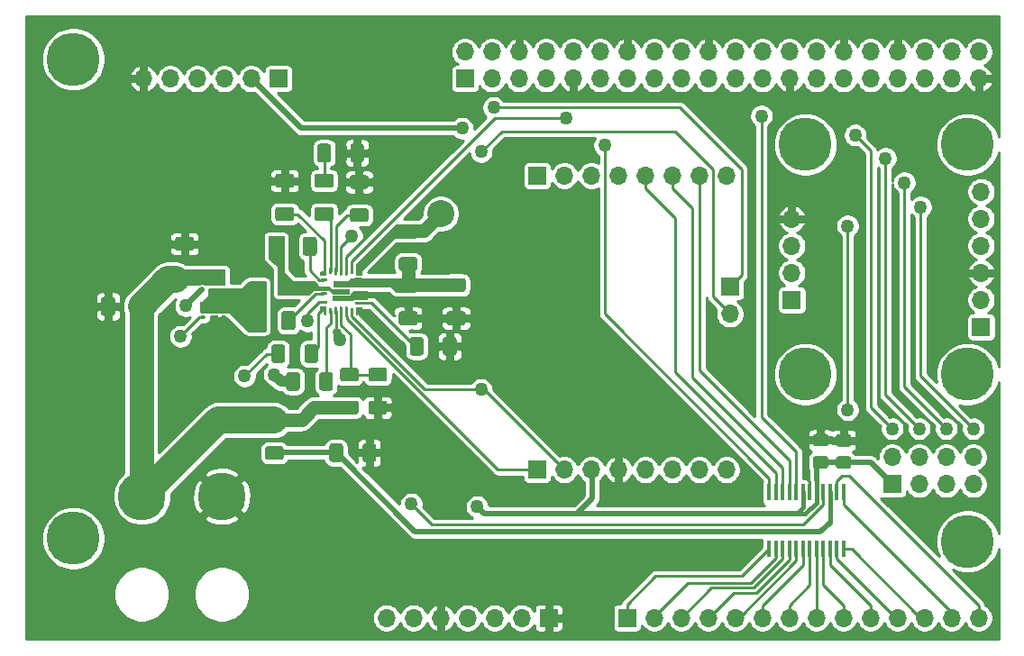
<source format=gbr>
%TF.GenerationSoftware,KiCad,Pcbnew,(5.1.9)-1*%
%TF.CreationDate,2021-03-22T02:41:59-07:00*%
%TF.ProjectId,CapstoneBoard,43617073-746f-46e6-9542-6f6172642e6b,3*%
%TF.SameCoordinates,PX4c4b400PY6bc3e40*%
%TF.FileFunction,Copper,L1,Top*%
%TF.FilePolarity,Positive*%
%FSLAX46Y46*%
G04 Gerber Fmt 4.6, Leading zero omitted, Abs format (unit mm)*
G04 Created by KiCad (PCBNEW (5.1.9)-1) date 2021-03-22 02:41:59*
%MOMM*%
%LPD*%
G01*
G04 APERTURE LIST*
%TA.AperFunction,ComponentPad*%
%ADD10O,1.700000X1.700000*%
%TD*%
%TA.AperFunction,ComponentPad*%
%ADD11R,1.700000X1.700000*%
%TD*%
%TA.AperFunction,SMDPad,CuDef*%
%ADD12R,0.410000X1.600000*%
%TD*%
%TA.AperFunction,ComponentPad*%
%ADD13C,4.500000*%
%TD*%
%TA.AperFunction,SMDPad,CuDef*%
%ADD14C,0.100000*%
%TD*%
%TA.AperFunction,SMDPad,CuDef*%
%ADD15R,1.500000X1.200000*%
%TD*%
%TA.AperFunction,ComponentPad*%
%ADD16C,5.000000*%
%TD*%
%TA.AperFunction,ViaPad*%
%ADD17C,2.540000*%
%TD*%
%TA.AperFunction,ViaPad*%
%ADD18C,1.270000*%
%TD*%
%TA.AperFunction,Conductor*%
%ADD19C,2.540000*%
%TD*%
%TA.AperFunction,Conductor*%
%ADD20C,1.270000*%
%TD*%
%TA.AperFunction,Conductor*%
%ADD21C,2.286000*%
%TD*%
%TA.AperFunction,Conductor*%
%ADD22C,0.254000*%
%TD*%
%TA.AperFunction,Conductor*%
%ADD23C,0.508000*%
%TD*%
%TA.AperFunction,Conductor*%
%ADD24C,0.409800*%
%TD*%
%TA.AperFunction,Conductor*%
%ADD25C,1.016000*%
%TD*%
%TA.AperFunction,Conductor*%
%ADD26C,0.762000*%
%TD*%
%TA.AperFunction,Conductor*%
%ADD27C,0.100000*%
%TD*%
%TA.AperFunction,Conductor*%
%ADD28C,0.025400*%
%TD*%
G04 APERTURE END LIST*
D10*
%TO.P,J9,40*%
%TO.N,/IMU_RST*%
X90053000Y55723000D03*
%TO.P,J9,39*%
%TO.N,GND*%
X90053000Y53183000D03*
%TO.P,J9,38*%
%TO.N,/SW_FR*%
X87513000Y55723000D03*
%TO.P,J9,37*%
%TO.N,/MOSI1*%
X87513000Y53183000D03*
%TO.P,J9,36*%
%TO.N,/SW_BR*%
X84973000Y55723000D03*
%TO.P,J9,35*%
%TO.N,/SW_FL*%
X84973000Y53183000D03*
%TO.P,J9,34*%
%TO.N,GND*%
X82433000Y55723000D03*
%TO.P,J9,33*%
%TO.N,/LIDAR_PWM*%
X82433000Y53183000D03*
%TO.P,J9,32*%
%TO.N,N/C*%
X79893000Y55723000D03*
%TO.P,J9,31*%
%TO.N,/SW_BL*%
X79893000Y53183000D03*
%TO.P,J9,30*%
%TO.N,GND*%
X77353000Y55723000D03*
%TO.P,J9,29*%
%TO.N,/IMU_INT*%
X77353000Y53183000D03*
%TO.P,J9,28*%
%TO.N,N/C*%
X74813000Y55723000D03*
%TO.P,J9,27*%
X74813000Y53183000D03*
%TO.P,J9,26*%
%TO.N,/SPI1_CS1*%
X72273000Y55723000D03*
%TO.P,J9,25*%
%TO.N,GND*%
X72273000Y53183000D03*
%TO.P,J9,24*%
%TO.N,/CS_ADC*%
X69733000Y55723000D03*
%TO.P,J9,23*%
%TO.N,/SCLK0*%
X69733000Y53183000D03*
%TO.P,J9,22*%
%TO.N,/MISO1*%
X67193000Y55723000D03*
%TO.P,J9,21*%
%TO.N,/MISO0*%
X67193000Y53183000D03*
%TO.P,J9,20*%
%TO.N,GND*%
X64653000Y55723000D03*
%TO.P,J9,19*%
%TO.N,/MOSI0*%
X64653000Y53183000D03*
%TO.P,J9,18*%
%TO.N,/CS_FLIR*%
X62113000Y55723000D03*
%TO.P,J9,17*%
%TO.N,N/C*%
X62113000Y53183000D03*
%TO.P,J9,16*%
%TO.N,/SPI0_CS0*%
X59573000Y55723000D03*
%TO.P,J9,15*%
%TO.N,/~EOC~*%
X59573000Y53183000D03*
%TO.P,J9,14*%
%TO.N,GND*%
X57033000Y55723000D03*
%TO.P,J9,13*%
%TO.N,/SCLK1*%
X57033000Y53183000D03*
%TO.P,J9,12*%
%TO.N,N/C*%
X54493000Y55723000D03*
%TO.P,J9,11*%
%TO.N,/~PSU_FAULT~*%
X54493000Y53183000D03*
%TO.P,J9,10*%
%TO.N,/TX1*%
X51953000Y55723000D03*
%TO.P,J9,9*%
%TO.N,GND*%
X51953000Y53183000D03*
%TO.P,J9,8*%
%TO.N,/RX1*%
X49413000Y55723000D03*
%TO.P,J9,7*%
%TO.N,/SERVO_OE*%
X49413000Y53183000D03*
%TO.P,J9,6*%
%TO.N,GND*%
X46873000Y55723000D03*
%TO.P,J9,5*%
%TO.N,/SCL1*%
X46873000Y53183000D03*
%TO.P,J9,4*%
%TO.N,+5V*%
X44333000Y55723000D03*
%TO.P,J9,3*%
%TO.N,/SDA1*%
X44333000Y53183000D03*
%TO.P,J9,2*%
%TO.N,+5V*%
X41793000Y55723000D03*
D11*
%TO.P,J9,1*%
%TO.N,+3V3*%
X41793000Y53183000D03*
%TD*%
D10*
%TO.P,J6,7*%
%TO.N,/LIDAR_PWM*%
X34417000Y2510000D03*
%TO.P,J6,6*%
%TO.N,+5V*%
X36957000Y2510000D03*
%TO.P,J6,5*%
%TO.N,GND*%
X39497000Y2510000D03*
%TO.P,J6,4*%
%TO.N,+5V*%
X42037000Y2510000D03*
%TO.P,J6,3*%
%TO.N,/RX1*%
X44577000Y2510000D03*
%TO.P,J6,2*%
%TO.N,/TX1*%
X47117000Y2510000D03*
D11*
%TO.P,J6,1*%
%TO.N,GND*%
X49657000Y2510000D03*
%TD*%
D10*
%TO.P,J8,8*%
%TO.N,/SPI1_CS1*%
X66358000Y44069000D03*
%TO.P,J8,7*%
%TO.N,/SCLK0*%
X63818000Y44069000D03*
%TO.P,J8,6*%
%TO.N,/MOSI0*%
X61278000Y44069000D03*
%TO.P,J8,5*%
%TO.N,/MISO0*%
X58738000Y44069000D03*
%TO.P,J8,4*%
%TO.N,/MOSI1*%
X56198000Y44069000D03*
%TO.P,J8,3*%
%TO.N,/MISO1*%
X53658000Y44069000D03*
%TO.P,J8,2*%
%TO.N,/SCLK1*%
X51118000Y44069000D03*
D11*
%TO.P,J8,1*%
%TO.N,/SPI0_CS0*%
X48578000Y44069000D03*
%TD*%
D12*
%TO.P,U2,17*%
%TO.N,+3V3*%
X74800500Y14308300D03*
%TO.P,U2,18*%
%TO.N,GND*%
X74165500Y14308300D03*
%TO.P,U2,8*%
%TO.N,/AIN7*%
X74800500Y8999700D03*
%TO.P,U2,7*%
%TO.N,/AIN6*%
X74165500Y8999700D03*
%TO.P,U2,20*%
%TO.N,/CS_ADC*%
X72895500Y14308300D03*
%TO.P,U2,19*%
%TO.N,+3V3*%
X73530500Y14308300D03*
%TO.P,U2,6*%
%TO.N,/AIN5*%
X73530500Y8999700D03*
%TO.P,U2,5*%
%TO.N,/AIN4*%
X72895500Y8999700D03*
%TO.P,U2,1*%
%TO.N,/AIN0*%
X70355500Y8999700D03*
%TO.P,U2,2*%
%TO.N,/AIN1*%
X70990500Y8999700D03*
%TO.P,U2,3*%
%TO.N,/AIN2*%
X71625500Y8999700D03*
%TO.P,U2,4*%
%TO.N,/AIN3*%
X72260500Y8999700D03*
%TO.P,U2,9*%
%TO.N,/AIN8*%
X75435500Y8999700D03*
%TO.P,U2,10*%
%TO.N,/AIN9*%
X76070500Y8999700D03*
%TO.P,U2,11*%
%TO.N,/AIN10*%
X76705500Y8999700D03*
%TO.P,U2,12*%
%TO.N,/AIN11*%
X77340500Y8999700D03*
%TO.P,U2,13*%
%TO.N,/AIN12*%
X77340500Y14308300D03*
%TO.P,U2,14*%
%TO.N,/AIN13*%
X76705500Y14308300D03*
%TO.P,U2,15*%
%TO.N,/AIN_BATT*%
X76070500Y14308300D03*
%TO.P,U2,16*%
%TO.N,/PSU_SENS*%
X75435500Y14308300D03*
%TO.P,U2,21*%
%TO.N,/SCLK0*%
X72260500Y14308300D03*
%TO.P,U2,22*%
%TO.N,/MOSI0*%
X71625500Y14308300D03*
%TO.P,U2,23*%
%TO.N,/MISO0*%
X70990500Y14308300D03*
%TO.P,U2,24*%
%TO.N,/~EOC~*%
X70355500Y14308300D03*
%TD*%
D13*
%TO.P,J1,2*%
%TO.N,GND*%
X18940000Y13940000D03*
%TO.P,J1,1*%
%TO.N,+BATT*%
X11440000Y13940000D03*
%TD*%
D10*
%TO.P,J10,8*%
%TO.N,/SW_FR*%
X89545000Y17623000D03*
%TO.P,J10,7*%
%TO.N,+3V3*%
X89545000Y15083000D03*
%TO.P,J10,6*%
%TO.N,/SW_FL*%
X87005000Y17623000D03*
%TO.P,J10,5*%
%TO.N,+3V3*%
X87005000Y15083000D03*
%TO.P,J10,4*%
%TO.N,/SW_BR*%
X84465000Y17623000D03*
%TO.P,J10,3*%
%TO.N,+3V3*%
X84465000Y15083000D03*
%TO.P,J10,2*%
%TO.N,/SW_BL*%
X81925000Y17623000D03*
D11*
%TO.P,J10,1*%
%TO.N,+3V3*%
X81925000Y15083000D03*
%TD*%
%TO.P,J7,1*%
%TO.N,+BATT*%
X24267000Y53183000D03*
D10*
%TO.P,J7,2*%
%TO.N,+3V3*%
X21727000Y53183000D03*
%TO.P,J7,3*%
%TO.N,/SDA1*%
X19187000Y53183000D03*
%TO.P,J7,4*%
%TO.N,/SCL1*%
X16647000Y53183000D03*
%TO.P,J7,5*%
%TO.N,/SERVO_OE*%
X14107000Y53183000D03*
%TO.P,J7,6*%
%TO.N,GND*%
X11567000Y53183000D03*
%TD*%
D11*
%TO.P,J5,1*%
%TO.N,/SCL1*%
X48578000Y16446500D03*
D10*
%TO.P,J5,2*%
%TO.N,/SDA1*%
X51118000Y16446500D03*
%TO.P,J5,3*%
%TO.N,+3V3*%
X53658000Y16446500D03*
%TO.P,J5,4*%
%TO.N,GND*%
X56198000Y16446500D03*
%TO.P,J5,5*%
%TO.N,/SCLK1*%
X58738000Y16446500D03*
%TO.P,J5,6*%
%TO.N,/MISO1*%
X61278000Y16446500D03*
%TO.P,J5,7*%
%TO.N,/MOSI1*%
X63818000Y16446500D03*
%TO.P,J5,8*%
%TO.N,/CS_FLIR*%
X66358000Y16446500D03*
%TD*%
%TO.P,J3,4*%
%TO.N,GND*%
X72490000Y40015000D03*
%TO.P,J3,3*%
%TO.N,/IMU_INT*%
X72490000Y37475000D03*
%TO.P,J3,2*%
%TO.N,N/C*%
X72490000Y34935000D03*
D11*
%TO.P,J3,1*%
X72490000Y32395000D03*
%TD*%
D10*
%TO.P,J2,6*%
%TO.N,/IMU_RST*%
X90270000Y42555000D03*
%TO.P,J2,5*%
%TO.N,/SCL1*%
X90270000Y40015000D03*
%TO.P,J2,4*%
%TO.N,/SDA1*%
X90270000Y37475000D03*
%TO.P,J2,3*%
%TO.N,GND*%
X90270000Y34935000D03*
%TO.P,J2,2*%
%TO.N,N/C*%
X90270000Y32395000D03*
D11*
%TO.P,J2,1*%
%TO.N,+3V3*%
X90270000Y29855000D03*
%TD*%
D10*
%TO.P,J12,2*%
%TO.N,/SDA1*%
X66675000Y31085000D03*
D11*
%TO.P,J12,1*%
%TO.N,/SCL1*%
X66675000Y33625000D03*
%TD*%
%TO.P,U1,20*%
%TO.N,/PSU_BOOT2*%
%TA.AperFunction,SMDPad,CuDef*%
G36*
G01*
X28828000Y34153000D02*
X28253000Y34153000D01*
G75*
G02*
X28203000Y34203000I0J50000D01*
G01*
X28203000Y34353000D01*
G75*
G02*
X28253000Y34403000I50000J0D01*
G01*
X28828000Y34403000D01*
G75*
G02*
X28878000Y34353000I0J-50000D01*
G01*
X28878000Y34203000D01*
G75*
G02*
X28828000Y34153000I-50000J0D01*
G01*
G37*
%TD.AperFunction*%
%TO.P,U1,21*%
%TO.N,/PSU_SW2*%
%TA.AperFunction,SMDPad,CuDef*%
G36*
G01*
X28765500Y33353000D02*
X28240500Y33353000D01*
G75*
G02*
X28190500Y33403000I0J50000D01*
G01*
X28190500Y33553000D01*
G75*
G02*
X28240500Y33603000I50000J0D01*
G01*
X28765500Y33603000D01*
G75*
G02*
X28815500Y33553000I0J-50000D01*
G01*
X28815500Y33403000D01*
G75*
G02*
X28765500Y33353000I-50000J0D01*
G01*
G37*
%TD.AperFunction*%
%TO.P,U1,14*%
%TO.N,/~PSU_FAULT~*%
%TA.AperFunction,SMDPad,CuDef*%
G36*
G01*
X31228000Y34828000D02*
X31078000Y34828000D01*
G75*
G02*
X31028000Y34878000I0J50000D01*
G01*
X31028000Y35378000D01*
G75*
G02*
X31078000Y35428000I50000J0D01*
G01*
X31228000Y35428000D01*
G75*
G02*
X31278000Y35378000I0J-50000D01*
G01*
X31278000Y34878000D01*
G75*
G02*
X31228000Y34828000I-50000J0D01*
G01*
G37*
%TD.AperFunction*%
%TO.P,U1,15*%
%TO.N,GND*%
%TA.AperFunction,SMDPad,CuDef*%
G36*
G01*
X30728000Y34703000D02*
X30578000Y34703000D01*
G75*
G02*
X30528000Y34753000I0J50000D01*
G01*
X30528000Y35378000D01*
G75*
G02*
X30578000Y35428000I50000J0D01*
G01*
X30728000Y35428000D01*
G75*
G02*
X30778000Y35378000I0J-50000D01*
G01*
X30778000Y34753000D01*
G75*
G02*
X30728000Y34703000I-50000J0D01*
G01*
G37*
%TD.AperFunction*%
%TO.P,U1,22*%
%TO.N,/PSU_BOOT1*%
%TA.AperFunction,SMDPad,CuDef*%
G36*
G01*
X28765500Y32853000D02*
X28240500Y32853000D01*
G75*
G02*
X28190500Y32903000I0J50000D01*
G01*
X28190500Y33053000D01*
G75*
G02*
X28240500Y33103000I50000J0D01*
G01*
X28765500Y33103000D01*
G75*
G02*
X28815500Y33053000I0J-50000D01*
G01*
X28815500Y32903000D01*
G75*
G02*
X28765500Y32853000I-50000J0D01*
G01*
G37*
%TD.AperFunction*%
%TO.P,U1,23*%
%TO.N,/PSU_SW1*%
%TA.AperFunction,SMDPad,CuDef*%
G36*
G01*
X28828000Y32053000D02*
X28253000Y32053000D01*
G75*
G02*
X28203000Y32103000I0J50000D01*
G01*
X28203000Y32253000D01*
G75*
G02*
X28253000Y32303000I50000J0D01*
G01*
X28828000Y32303000D01*
G75*
G02*
X28878000Y32253000I0J-50000D01*
G01*
X28878000Y32103000D01*
G75*
G02*
X28828000Y32053000I-50000J0D01*
G01*
G37*
%TD.AperFunction*%
%TO.P,U1,25*%
%TO.N,/PSU_SW2*%
%TA.AperFunction,SMDPad,CuDef*%
G36*
G01*
X30790500Y33040500D02*
X29515500Y33040500D01*
G75*
G02*
X29440500Y33115500I0J75000D01*
G01*
X29440500Y33340500D01*
G75*
G02*
X29515500Y33415500I75000J0D01*
G01*
X30790500Y33415500D01*
G75*
G02*
X30865500Y33340500I0J-75000D01*
G01*
X30865500Y33115500D01*
G75*
G02*
X30790500Y33040500I-75000J0D01*
G01*
G37*
%TD.AperFunction*%
%TO.P,U1,24*%
%TO.N,GND*%
%TA.AperFunction,SMDPad,CuDef*%
G36*
G01*
X30790500Y32415500D02*
X29515500Y32415500D01*
G75*
G02*
X29440500Y32490500I0J75000D01*
G01*
X29440500Y32715500D01*
G75*
G02*
X29515500Y32790500I75000J0D01*
G01*
X30790500Y32790500D01*
G75*
G02*
X30865500Y32715500I0J-75000D01*
G01*
X30865500Y32490500D01*
G75*
G02*
X30790500Y32415500I-75000J0D01*
G01*
G37*
%TD.AperFunction*%
%TO.P,U1,26*%
%TO.N,/PSU_VOUT*%
%TA.AperFunction,SMDPad,CuDef*%
G36*
G01*
X30790500Y33665500D02*
X29515500Y33665500D01*
G75*
G02*
X29440500Y33740500I0J75000D01*
G01*
X29440500Y33965500D01*
G75*
G02*
X29515500Y34040500I75000J0D01*
G01*
X30790500Y34040500D01*
G75*
G02*
X30865500Y33965500I0J-75000D01*
G01*
X30865500Y33740500D01*
G75*
G02*
X30790500Y33665500I-75000J0D01*
G01*
G37*
%TD.AperFunction*%
%TO.P,U1,16*%
%TO.N,/PSU_SENS*%
%TA.AperFunction,SMDPad,CuDef*%
G36*
G01*
X30228000Y34703000D02*
X30078000Y34703000D01*
G75*
G02*
X30028000Y34753000I0J50000D01*
G01*
X30028000Y35378000D01*
G75*
G02*
X30078000Y35428000I50000J0D01*
G01*
X30228000Y35428000D01*
G75*
G02*
X30278000Y35378000I0J-50000D01*
G01*
X30278000Y34753000D01*
G75*
G02*
X30228000Y34703000I-50000J0D01*
G01*
G37*
%TD.AperFunction*%
%TO.P,U1,17*%
%TO.N,/PSU_ILIM*%
%TA.AperFunction,SMDPad,CuDef*%
G36*
G01*
X29728000Y34703000D02*
X29578000Y34703000D01*
G75*
G02*
X29528000Y34753000I0J50000D01*
G01*
X29528000Y35378000D01*
G75*
G02*
X29578000Y35428000I50000J0D01*
G01*
X29728000Y35428000D01*
G75*
G02*
X29778000Y35378000I0J-50000D01*
G01*
X29778000Y34753000D01*
G75*
G02*
X29728000Y34703000I-50000J0D01*
G01*
G37*
%TD.AperFunction*%
%TO.P,U1,18*%
%TO.N,/PSU_COMP*%
%TA.AperFunction,SMDPad,CuDef*%
G36*
G01*
X29228000Y34828000D02*
X29078000Y34828000D01*
G75*
G02*
X29028000Y34878000I0J50000D01*
G01*
X29028000Y35378000D01*
G75*
G02*
X29078000Y35428000I50000J0D01*
G01*
X29228000Y35428000D01*
G75*
G02*
X29278000Y35378000I0J-50000D01*
G01*
X29278000Y34878000D01*
G75*
G02*
X29228000Y34828000I-50000J0D01*
G01*
G37*
%TD.AperFunction*%
%TO.P,U1,2*%
%TO.N,/PSU_DR1H*%
%TA.AperFunction,SMDPad,CuDef*%
G36*
G01*
X29228000Y31053000D02*
X29078000Y31053000D01*
G75*
G02*
X29028000Y31103000I0J50000D01*
G01*
X29028000Y31603000D01*
G75*
G02*
X29078000Y31653000I50000J0D01*
G01*
X29228000Y31653000D01*
G75*
G02*
X29278000Y31603000I0J-50000D01*
G01*
X29278000Y31103000D01*
G75*
G02*
X29228000Y31053000I-50000J0D01*
G01*
G37*
%TD.AperFunction*%
%TO.P,U1,3*%
%TO.N,/PSU_SW1*%
%TA.AperFunction,SMDPad,CuDef*%
G36*
G01*
X29728000Y31028000D02*
X29578000Y31028000D01*
G75*
G02*
X29528000Y31078000I0J50000D01*
G01*
X29528000Y31703000D01*
G75*
G02*
X29578000Y31753000I50000J0D01*
G01*
X29728000Y31753000D01*
G75*
G02*
X29778000Y31703000I0J-50000D01*
G01*
X29778000Y31078000D01*
G75*
G02*
X29728000Y31028000I-50000J0D01*
G01*
G37*
%TD.AperFunction*%
%TO.P,U1,4*%
%TO.N,/PSU_UVLO*%
%TA.AperFunction,SMDPad,CuDef*%
G36*
G01*
X30228000Y31028000D02*
X30078000Y31028000D01*
G75*
G02*
X30028000Y31078000I0J50000D01*
G01*
X30028000Y31703000D01*
G75*
G02*
X30078000Y31753000I50000J0D01*
G01*
X30228000Y31753000D01*
G75*
G02*
X30278000Y31703000I0J-50000D01*
G01*
X30278000Y31078000D01*
G75*
G02*
X30228000Y31028000I-50000J0D01*
G01*
G37*
%TD.AperFunction*%
%TO.P,U1,5*%
%TO.N,/SCL1*%
%TA.AperFunction,SMDPad,CuDef*%
G36*
G01*
X30728000Y31028000D02*
X30578000Y31028000D01*
G75*
G02*
X30528000Y31078000I0J50000D01*
G01*
X30528000Y31703000D01*
G75*
G02*
X30578000Y31753000I50000J0D01*
G01*
X30728000Y31753000D01*
G75*
G02*
X30778000Y31703000I0J-50000D01*
G01*
X30778000Y31078000D01*
G75*
G02*
X30728000Y31028000I-50000J0D01*
G01*
G37*
%TD.AperFunction*%
%TO.P,U1,6*%
%TO.N,/SDA1*%
%TA.AperFunction,SMDPad,CuDef*%
G36*
G01*
X31228000Y31053000D02*
X31078000Y31053000D01*
G75*
G02*
X31028000Y31103000I0J50000D01*
G01*
X31028000Y31603000D01*
G75*
G02*
X31078000Y31653000I50000J0D01*
G01*
X31228000Y31653000D01*
G75*
G02*
X31278000Y31603000I0J-50000D01*
G01*
X31278000Y31103000D01*
G75*
G02*
X31228000Y31053000I-50000J0D01*
G01*
G37*
%TD.AperFunction*%
%TO.P,U1,10*%
%TO.N,GND*%
%TA.AperFunction,SMDPad,CuDef*%
G36*
G01*
X32053000Y32978000D02*
X31528000Y32978000D01*
G75*
G02*
X31478000Y33028000I0J50000D01*
G01*
X31478000Y33178000D01*
G75*
G02*
X31528000Y33228000I50000J0D01*
G01*
X32053000Y33228000D01*
G75*
G02*
X32103000Y33178000I0J-50000D01*
G01*
X32103000Y33028000D01*
G75*
G02*
X32053000Y32978000I-50000J0D01*
G01*
G37*
%TD.AperFunction*%
%TO.P,U1,9*%
%TA.AperFunction,SMDPad,CuDef*%
G36*
G01*
X32053000Y32478000D02*
X31528000Y32478000D01*
G75*
G02*
X31478000Y32528000I0J50000D01*
G01*
X31478000Y32678000D01*
G75*
G02*
X31528000Y32728000I50000J0D01*
G01*
X32053000Y32728000D01*
G75*
G02*
X32103000Y32678000I0J-50000D01*
G01*
X32103000Y32528000D01*
G75*
G02*
X32053000Y32478000I-50000J0D01*
G01*
G37*
%TD.AperFunction*%
%TO.P,U1,8*%
%TO.N,/PSU_FSW*%
%TA.AperFunction,SMDPad,CuDef*%
G36*
G01*
X32053000Y31978000D02*
X31528000Y31978000D01*
G75*
G02*
X31478000Y32028000I0J50000D01*
G01*
X31478000Y32178000D01*
G75*
G02*
X31528000Y32228000I50000J0D01*
G01*
X32053000Y32228000D01*
G75*
G02*
X32103000Y32178000I0J-50000D01*
G01*
X32103000Y32028000D01*
G75*
G02*
X32053000Y31978000I-50000J0D01*
G01*
G37*
%TD.AperFunction*%
%TO.P,U1,11*%
%TO.N,/PSU_VOUT*%
%TA.AperFunction,SMDPad,CuDef*%
G36*
G01*
X32053000Y33728000D02*
X31528000Y33728000D01*
G75*
G02*
X31478000Y33778000I0J50000D01*
G01*
X31478000Y33928000D01*
G75*
G02*
X31528000Y33978000I50000J0D01*
G01*
X32053000Y33978000D01*
G75*
G02*
X32103000Y33928000I0J-50000D01*
G01*
X32103000Y33778000D01*
G75*
G02*
X32053000Y33728000I-50000J0D01*
G01*
G37*
%TD.AperFunction*%
%TO.P,U1,12*%
%TA.AperFunction,SMDPad,CuDef*%
G36*
G01*
X32053000Y34228000D02*
X31528000Y34228000D01*
G75*
G02*
X31478000Y34278000I0J50000D01*
G01*
X31478000Y34428000D01*
G75*
G02*
X31528000Y34478000I50000J0D01*
G01*
X32053000Y34478000D01*
G75*
G02*
X32103000Y34428000I0J-50000D01*
G01*
X32103000Y34278000D01*
G75*
G02*
X32053000Y34228000I-50000J0D01*
G01*
G37*
%TD.AperFunction*%
%TA.AperFunction,SMDPad,CuDef*%
D14*
%TO.P,U1,1*%
%TO.N,/PSU_DR1L*%
G36*
X28198007Y31753180D02*
G01*
X28198007Y31753244D01*
X28198246Y31758123D01*
X28198249Y31758193D01*
X28198280Y31758469D01*
X28198294Y31758608D01*
X28198303Y31758669D01*
X28198304Y31758678D01*
X28198305Y31758683D01*
X28199006Y31763440D01*
X28199017Y31763510D01*
X28199073Y31763774D01*
X28199102Y31763921D01*
X28199115Y31763975D01*
X28199118Y31763987D01*
X28199120Y31763994D01*
X28200280Y31768645D01*
X28200283Y31768660D01*
X28200286Y31768672D01*
X28200300Y31768729D01*
X28200371Y31768952D01*
X28200424Y31769128D01*
X28202063Y31773730D01*
X28202086Y31773796D01*
X28202179Y31774012D01*
X28202249Y31774182D01*
X28204329Y31778602D01*
X28204359Y31778665D01*
X28204465Y31778858D01*
X28204558Y31779033D01*
X28207059Y31783229D01*
X28207095Y31783289D01*
X28207233Y31783490D01*
X28207330Y31783636D01*
X28210228Y31787568D01*
X28210270Y31787624D01*
X28210430Y31787815D01*
X28210538Y31787947D01*
X28213807Y31791577D01*
X28213853Y31791629D01*
X28214011Y31791783D01*
X28214150Y31791923D01*
X28217757Y31795217D01*
X28217809Y31795264D01*
X28217985Y31795405D01*
X28218134Y31795529D01*
X28222046Y31798455D01*
X28222102Y31798497D01*
X28222304Y31798629D01*
X28222450Y31798727D01*
X28226628Y31801259D01*
X28226688Y31801295D01*
X28226908Y31801410D01*
X28227058Y31801491D01*
X28231463Y31803602D01*
X28231527Y31803632D01*
X28231757Y31803725D01*
X28231914Y31803791D01*
X28236505Y31805463D01*
X28236571Y31805487D01*
X28236807Y31805556D01*
X28236971Y31805607D01*
X28241703Y31806822D01*
X28241771Y31806839D01*
X28241931Y31806869D01*
X28242181Y31806920D01*
X28247009Y31807667D01*
X28247078Y31807678D01*
X28247293Y31807697D01*
X28247495Y31807718D01*
X28252372Y31807991D01*
X28252442Y31807995D01*
X28252543Y31807994D01*
X28252637Y31807999D01*
X28252986Y31808000D01*
X28728070Y31808000D01*
X28728158Y31807994D01*
X28728244Y31807994D01*
X28733124Y31807755D01*
X28733194Y31807752D01*
X28733464Y31807721D01*
X28733609Y31807707D01*
X28738442Y31806994D01*
X28738511Y31806984D01*
X28738751Y31806933D01*
X28738922Y31806899D01*
X28743662Y31805717D01*
X28743730Y31805700D01*
X28743961Y31805627D01*
X28744130Y31805576D01*
X28748732Y31803937D01*
X28748797Y31803914D01*
X28749021Y31803818D01*
X28749183Y31803751D01*
X28753603Y31801671D01*
X28753666Y31801641D01*
X28753863Y31801533D01*
X28754034Y31801442D01*
X28758230Y31798941D01*
X28758290Y31798905D01*
X28758483Y31798773D01*
X28758638Y31798670D01*
X28762569Y31795771D01*
X28762625Y31795730D01*
X28762843Y31795547D01*
X28762946Y31795463D01*
X28762987Y31795426D01*
X28762999Y31795416D01*
X28763005Y31795410D01*
X28766577Y31792195D01*
X28766629Y31792149D01*
X28766800Y31791974D01*
X28766925Y31791850D01*
X28770219Y31788242D01*
X28770266Y31788191D01*
X28770421Y31787997D01*
X28770530Y31787866D01*
X28773456Y31783955D01*
X28773497Y31783899D01*
X28773610Y31783726D01*
X28773729Y31783549D01*
X28776259Y31779370D01*
X28776295Y31779311D01*
X28776398Y31779113D01*
X28776491Y31778942D01*
X28778602Y31774537D01*
X28778632Y31774474D01*
X28778728Y31774236D01*
X28778791Y31774086D01*
X28778812Y31774030D01*
X28778815Y31774021D01*
X28778816Y31774016D01*
X28780459Y31769502D01*
X28780462Y31769496D01*
X28780464Y31769489D01*
X28780486Y31769429D01*
X28780546Y31769224D01*
X28780607Y31769029D01*
X28781822Y31764298D01*
X28781839Y31764230D01*
X28781882Y31764005D01*
X28781920Y31763818D01*
X28782666Y31758995D01*
X28782667Y31758992D01*
X28782667Y31758989D01*
X28782678Y31758921D01*
X28782700Y31758675D01*
X28782718Y31758506D01*
X28782991Y31753628D01*
X28782995Y31753559D01*
X28782994Y31753457D01*
X28782999Y31753363D01*
X28783000Y31753014D01*
X28783000Y31015430D01*
X28782994Y31015336D01*
X28782994Y31015256D01*
X28782755Y31010376D01*
X28782752Y31010306D01*
X28782721Y31010036D01*
X28782707Y31009891D01*
X28782698Y31009827D01*
X28782697Y31009822D01*
X28782696Y31009819D01*
X28781994Y31005060D01*
X28781994Y31005057D01*
X28781993Y31005054D01*
X28781984Y31004989D01*
X28781929Y31004729D01*
X28781899Y31004578D01*
X28781886Y31004524D01*
X28781883Y31004512D01*
X28781881Y31004505D01*
X28780717Y30999838D01*
X28780700Y30999770D01*
X28780626Y30999535D01*
X28780576Y30999370D01*
X28778937Y30994768D01*
X28778914Y30994703D01*
X28778815Y30994473D01*
X28778751Y30994317D01*
X28776671Y30989897D01*
X28776641Y30989834D01*
X28776521Y30989615D01*
X28776442Y30989466D01*
X28773941Y30985270D01*
X28773905Y30985210D01*
X28773764Y30985004D01*
X28773670Y30984862D01*
X28770771Y30980931D01*
X28770730Y30980875D01*
X28770547Y30980657D01*
X28770463Y30980554D01*
X28770426Y30980513D01*
X28770416Y30980501D01*
X28770410Y30980495D01*
X28767195Y30976923D01*
X28767149Y30976871D01*
X28766956Y30976682D01*
X28766850Y30976575D01*
X28763242Y30973281D01*
X28763191Y30973234D01*
X28762988Y30973071D01*
X28762866Y30972970D01*
X28758955Y30970044D01*
X28758899Y30970003D01*
X28758693Y30969868D01*
X28758549Y30969771D01*
X28754371Y30967242D01*
X28754369Y30967240D01*
X28754311Y30967205D01*
X28754113Y30967102D01*
X28753942Y30967009D01*
X28749537Y30964898D01*
X28749474Y30964868D01*
X28749236Y30964772D01*
X28749086Y30964709D01*
X28744495Y30963038D01*
X28744494Y30963038D01*
X28744489Y30963036D01*
X28744429Y30963014D01*
X28744195Y30962945D01*
X28744029Y30962893D01*
X28739298Y30961678D01*
X28739230Y30961661D01*
X28738988Y30961615D01*
X28738818Y30961580D01*
X28733991Y30960833D01*
X28733921Y30960822D01*
X28733667Y30960799D01*
X28733506Y30960782D01*
X28728628Y30960509D01*
X28728559Y30960505D01*
X28728457Y30960506D01*
X28728363Y30960501D01*
X28728014Y30960500D01*
X28602930Y30960500D01*
X28602836Y30960506D01*
X28602755Y30960506D01*
X28597876Y30960745D01*
X28597806Y30960748D01*
X28597530Y30960779D01*
X28597391Y30960793D01*
X28592559Y30961505D01*
X28592489Y30961516D01*
X28592225Y30961572D01*
X28592078Y30961601D01*
X28587338Y30962783D01*
X28587270Y30962799D01*
X28586970Y30962894D01*
X28586870Y30962924D01*
X28582269Y30964563D01*
X28582203Y30964586D01*
X28581976Y30964683D01*
X28581817Y30964749D01*
X28577397Y30966829D01*
X28577334Y30966859D01*
X28577127Y30966973D01*
X28576966Y30967058D01*
X28572770Y30969559D01*
X28572710Y30969595D01*
X28572517Y30969727D01*
X28572362Y30969830D01*
X28568432Y30972729D01*
X28568375Y30972770D01*
X28568166Y30972946D01*
X28568054Y30973037D01*
X28564423Y30976305D01*
X28564371Y30976351D01*
X28564198Y30976528D01*
X28564075Y30976650D01*
X28560782Y30980257D01*
X28560735Y30980309D01*
X28560599Y30980478D01*
X28560470Y30980634D01*
X28557545Y30984544D01*
X28557503Y30984600D01*
X28557362Y30984816D01*
X28557271Y30984951D01*
X28554741Y30989129D01*
X28554705Y30989189D01*
X28554602Y30989387D01*
X28554509Y30989558D01*
X28552398Y30993963D01*
X28552368Y30994027D01*
X28552270Y30994269D01*
X28552209Y30994414D01*
X28552188Y30994471D01*
X28552185Y30994479D01*
X28552184Y30994484D01*
X28550537Y30999005D01*
X28550513Y30999071D01*
X28550441Y30999317D01*
X28550393Y30999471D01*
X28549178Y31004203D01*
X28549161Y31004271D01*
X28549122Y31004474D01*
X28549080Y31004681D01*
X28548333Y31009509D01*
X28548322Y31009578D01*
X28548298Y31009839D01*
X28548282Y31009995D01*
X28548278Y31010060D01*
X28548278Y31010066D01*
X28548009Y31014872D01*
X28548005Y31014942D01*
X28548006Y31015043D01*
X28548001Y31015137D01*
X28548000Y31015486D01*
X28548000Y31398000D01*
X28252930Y31398000D01*
X28252836Y31398006D01*
X28252757Y31398006D01*
X28247878Y31398245D01*
X28247808Y31398248D01*
X28247495Y31398283D01*
X28247393Y31398293D01*
X28242561Y31399005D01*
X28242491Y31399016D01*
X28242227Y31399072D01*
X28242080Y31399101D01*
X28237356Y31400279D01*
X28237341Y31400282D01*
X28237329Y31400285D01*
X28237272Y31400299D01*
X28237039Y31400373D01*
X28236873Y31400423D01*
X28232271Y31402062D01*
X28232205Y31402085D01*
X28231979Y31402182D01*
X28231819Y31402248D01*
X28227399Y31404328D01*
X28227336Y31404358D01*
X28227121Y31404476D01*
X28226967Y31404558D01*
X28222772Y31407059D01*
X28222711Y31407095D01*
X28222469Y31407261D01*
X28222366Y31407329D01*
X28218433Y31410227D01*
X28218377Y31410269D01*
X28218190Y31410426D01*
X28218055Y31410536D01*
X28214423Y31413805D01*
X28214371Y31413852D01*
X28214198Y31414029D01*
X28214077Y31414149D01*
X28210783Y31417756D01*
X28210736Y31417808D01*
X28210584Y31417997D01*
X28210471Y31418133D01*
X28207545Y31422045D01*
X28207503Y31422101D01*
X28207362Y31422316D01*
X28207273Y31422449D01*
X28204741Y31426627D01*
X28204705Y31426687D01*
X28204581Y31426924D01*
X28204509Y31427058D01*
X28204483Y31427113D01*
X28204479Y31427120D01*
X28204477Y31427124D01*
X28202402Y31431455D01*
X28202398Y31431463D01*
X28202395Y31431470D01*
X28202367Y31431527D01*
X28202268Y31431773D01*
X28202209Y31431914D01*
X28200538Y31436504D01*
X28200514Y31436570D01*
X28200448Y31436795D01*
X28200393Y31436971D01*
X28199178Y31441702D01*
X28199161Y31441770D01*
X28199118Y31441996D01*
X28199080Y31442181D01*
X28198333Y31447008D01*
X28198322Y31447077D01*
X28198298Y31447338D01*
X28198282Y31447494D01*
X28198278Y31447559D01*
X28198278Y31447565D01*
X28198009Y31452372D01*
X28198005Y31452442D01*
X28198006Y31452543D01*
X28198001Y31452637D01*
X28198000Y31452986D01*
X28198000Y31753070D01*
X28198007Y31753180D01*
G37*
%TD.AperFunction*%
%TA.AperFunction,SMDPad,CuDef*%
%TO.P,U1,13*%
%TO.N,+5V*%
G36*
X31523006Y35440664D02*
G01*
X31523006Y35440745D01*
X31523245Y35445624D01*
X31523248Y35445694D01*
X31523279Y35445970D01*
X31523293Y35446109D01*
X31523302Y35446170D01*
X31523303Y35446179D01*
X31523304Y35446184D01*
X31524005Y35450941D01*
X31524016Y35451011D01*
X31524072Y35451275D01*
X31524101Y35451422D01*
X31524114Y35451476D01*
X31524117Y35451488D01*
X31524119Y35451495D01*
X31525283Y35456162D01*
X31525299Y35456230D01*
X31525383Y35456494D01*
X31525424Y35456630D01*
X31527063Y35461231D01*
X31527086Y35461297D01*
X31527183Y35461524D01*
X31527249Y35461683D01*
X31529329Y35466103D01*
X31529359Y35466166D01*
X31529465Y35466359D01*
X31529558Y35466534D01*
X31532059Y35470730D01*
X31532095Y35470790D01*
X31532209Y35470956D01*
X31532330Y35471138D01*
X31535229Y35475068D01*
X31535270Y35475125D01*
X31535429Y35475314D01*
X31535537Y35475446D01*
X31538805Y35479077D01*
X31538851Y35479129D01*
X31539011Y35479285D01*
X31539150Y35479425D01*
X31542757Y35482718D01*
X31542809Y35482765D01*
X31542971Y35482895D01*
X31543134Y35483030D01*
X31547044Y35485955D01*
X31547100Y35485997D01*
X31547305Y35486131D01*
X31547451Y35486229D01*
X31551629Y35488759D01*
X31551689Y35488795D01*
X31551887Y35488898D01*
X31552058Y35488991D01*
X31556463Y35491102D01*
X31556527Y35491132D01*
X31556754Y35491224D01*
X31556914Y35491291D01*
X31561505Y35492963D01*
X31561571Y35492987D01*
X31561805Y35493055D01*
X31561971Y35493107D01*
X31566703Y35494322D01*
X31566771Y35494339D01*
X31566931Y35494369D01*
X31567181Y35494420D01*
X31572009Y35495167D01*
X31572078Y35495178D01*
X31572291Y35495197D01*
X31572495Y35495218D01*
X31577372Y35495491D01*
X31577442Y35495495D01*
X31577543Y35495494D01*
X31577637Y35495499D01*
X31577986Y35495500D01*
X31703070Y35495500D01*
X31703158Y35495494D01*
X31703244Y35495494D01*
X31708124Y35495255D01*
X31708194Y35495252D01*
X31708464Y35495221D01*
X31708609Y35495207D01*
X31713442Y35494494D01*
X31713511Y35494484D01*
X31713761Y35494431D01*
X31713922Y35494399D01*
X31718662Y35493217D01*
X31718730Y35493200D01*
X31718965Y35493126D01*
X31719130Y35493076D01*
X31723732Y35491437D01*
X31723797Y35491414D01*
X31724024Y35491317D01*
X31724183Y35491251D01*
X31728603Y35489171D01*
X31728666Y35489141D01*
X31728873Y35489027D01*
X31729034Y35488942D01*
X31733230Y35486441D01*
X31733290Y35486405D01*
X31733483Y35486273D01*
X31733638Y35486170D01*
X31737569Y35483271D01*
X31737625Y35483230D01*
X31737843Y35483047D01*
X31737946Y35482963D01*
X31737987Y35482926D01*
X31737999Y35482916D01*
X31738005Y35482910D01*
X31741577Y35479695D01*
X31741629Y35479649D01*
X31741802Y35479472D01*
X31741925Y35479350D01*
X31745219Y35475742D01*
X31745266Y35475691D01*
X31745421Y35475497D01*
X31745530Y35475366D01*
X31748456Y35471455D01*
X31748497Y35471399D01*
X31748610Y35471226D01*
X31748729Y35471049D01*
X31751259Y35466870D01*
X31751295Y35466811D01*
X31751398Y35466613D01*
X31751491Y35466442D01*
X31753602Y35462037D01*
X31753632Y35461974D01*
X31753728Y35461736D01*
X31753791Y35461586D01*
X31753812Y35461530D01*
X31753815Y35461521D01*
X31753816Y35461516D01*
X31755459Y35457002D01*
X31755462Y35456996D01*
X31755464Y35456989D01*
X31755486Y35456929D01*
X31755546Y35456724D01*
X31755607Y35456529D01*
X31756822Y35451798D01*
X31756839Y35451730D01*
X31756882Y35451505D01*
X31756920Y35451318D01*
X31757666Y35446495D01*
X31757667Y35446492D01*
X31757667Y35446489D01*
X31757678Y35446421D01*
X31757700Y35446175D01*
X31757718Y35446006D01*
X31757991Y35441128D01*
X31757995Y35441059D01*
X31757994Y35440957D01*
X31757999Y35440863D01*
X31758000Y35440514D01*
X31758000Y35083000D01*
X32053090Y35083000D01*
X32053169Y35082995D01*
X32053263Y35082995D01*
X32058143Y35082756D01*
X32058213Y35082753D01*
X32058483Y35082722D01*
X32058628Y35082708D01*
X32063461Y35081995D01*
X32063530Y35081985D01*
X32063771Y35081934D01*
X32063941Y35081900D01*
X32068681Y35080718D01*
X32068749Y35080701D01*
X32068981Y35080628D01*
X32069149Y35080577D01*
X32073751Y35078938D01*
X32073816Y35078915D01*
X32074041Y35078818D01*
X32074202Y35078752D01*
X32078622Y35076672D01*
X32078685Y35076642D01*
X32078881Y35076534D01*
X32079053Y35076443D01*
X32083249Y35073942D01*
X32083309Y35073906D01*
X32083504Y35073772D01*
X32083656Y35073671D01*
X32087588Y35070772D01*
X32087644Y35070731D01*
X32087802Y35070598D01*
X32087967Y35070463D01*
X32091597Y35067194D01*
X32091649Y35067148D01*
X32091818Y35066975D01*
X32091943Y35066851D01*
X32095237Y35063244D01*
X32095284Y35063192D01*
X32095420Y35063023D01*
X32095548Y35062868D01*
X32098466Y35058968D01*
X32098476Y35058955D01*
X32098485Y35058942D01*
X32098517Y35058899D01*
X32098625Y35058734D01*
X32098749Y35058550D01*
X32101279Y35054372D01*
X32101315Y35054312D01*
X32101418Y35054114D01*
X32101511Y35053943D01*
X32103618Y35049545D01*
X32103626Y35049529D01*
X32103652Y35049473D01*
X32103735Y35049267D01*
X32103811Y35049087D01*
X32105482Y35044496D01*
X32105506Y35044431D01*
X32105575Y35044196D01*
X32105627Y35044029D01*
X32106842Y35039297D01*
X32106859Y35039230D01*
X32106901Y35039011D01*
X32106940Y35038818D01*
X32107686Y35033996D01*
X32107687Y35033993D01*
X32107687Y35033990D01*
X32107698Y35033922D01*
X32107720Y35033676D01*
X32107738Y35033507D01*
X32108011Y35028628D01*
X32108015Y35028558D01*
X32108014Y35028457D01*
X32108019Y35028363D01*
X32108020Y35028014D01*
X32108020Y34777930D01*
X32108013Y34777820D01*
X32108013Y34777757D01*
X32107774Y34772877D01*
X32107771Y34772807D01*
X32107740Y34772537D01*
X32107726Y34772392D01*
X32107717Y34772328D01*
X32107716Y34772323D01*
X32107715Y34772320D01*
X32107013Y34767561D01*
X32107013Y34767558D01*
X32107012Y34767555D01*
X32107003Y34767490D01*
X32106948Y34767230D01*
X32106918Y34767079D01*
X32106905Y34767025D01*
X32106902Y34767013D01*
X32106900Y34767006D01*
X32105740Y34762355D01*
X32105737Y34762340D01*
X32105733Y34762326D01*
X32105719Y34762271D01*
X32105656Y34762072D01*
X32105596Y34761873D01*
X32103958Y34757270D01*
X32103934Y34757204D01*
X32103824Y34756947D01*
X32103771Y34756818D01*
X32101691Y34752398D01*
X32101661Y34752335D01*
X32101541Y34752116D01*
X32101462Y34751967D01*
X32098961Y34747771D01*
X32098925Y34747711D01*
X32098783Y34747503D01*
X32098690Y34747364D01*
X32095791Y34743432D01*
X32095750Y34743376D01*
X32095578Y34743171D01*
X32095482Y34743053D01*
X32092213Y34739423D01*
X32092167Y34739371D01*
X32091976Y34739184D01*
X32091870Y34739077D01*
X32088263Y34735783D01*
X32088211Y34735736D01*
X32088036Y34735595D01*
X32087886Y34735471D01*
X32083974Y34732545D01*
X32083918Y34732503D01*
X32083703Y34732362D01*
X32083570Y34732273D01*
X32079392Y34729742D01*
X32079332Y34729705D01*
X32079107Y34729587D01*
X32078962Y34729509D01*
X32074557Y34727398D01*
X32074494Y34727368D01*
X32074256Y34727272D01*
X32074106Y34727209D01*
X32069515Y34725538D01*
X32069449Y34725514D01*
X32069244Y34725454D01*
X32069049Y34725393D01*
X32064318Y34724178D01*
X32064250Y34724161D01*
X32064007Y34724115D01*
X32063838Y34724080D01*
X32059011Y34723333D01*
X32058941Y34723322D01*
X32058686Y34723299D01*
X32058526Y34723282D01*
X32053648Y34723009D01*
X32053579Y34723005D01*
X32053477Y34723006D01*
X32053383Y34723001D01*
X32053034Y34723000D01*
X31577930Y34723000D01*
X31577836Y34723006D01*
X31577755Y34723006D01*
X31572876Y34723245D01*
X31572806Y34723248D01*
X31572495Y34723283D01*
X31572391Y34723293D01*
X31567559Y34724005D01*
X31567489Y34724016D01*
X31567181Y34724081D01*
X31567078Y34724101D01*
X31562338Y34725283D01*
X31562270Y34725299D01*
X31561996Y34725386D01*
X31561870Y34725424D01*
X31557269Y34727063D01*
X31557203Y34727086D01*
X31556976Y34727183D01*
X31556817Y34727249D01*
X31552397Y34729329D01*
X31552334Y34729359D01*
X31552122Y34729475D01*
X31551966Y34729558D01*
X31547770Y34732059D01*
X31547710Y34732095D01*
X31547515Y34732229D01*
X31547362Y34732330D01*
X31543432Y34735229D01*
X31543375Y34735270D01*
X31543166Y34735446D01*
X31543054Y34735537D01*
X31539423Y34738805D01*
X31539371Y34738851D01*
X31539198Y34739028D01*
X31539075Y34739150D01*
X31535782Y34742757D01*
X31535735Y34742809D01*
X31535599Y34742978D01*
X31535470Y34743134D01*
X31532545Y34747044D01*
X31532503Y34747100D01*
X31532362Y34747316D01*
X31532271Y34747451D01*
X31529741Y34751629D01*
X31529705Y34751689D01*
X31529602Y34751887D01*
X31529509Y34752058D01*
X31527398Y34756463D01*
X31527368Y34756527D01*
X31527270Y34756769D01*
X31527209Y34756914D01*
X31527188Y34756971D01*
X31527185Y34756979D01*
X31527184Y34756984D01*
X31525537Y34761505D01*
X31525513Y34761571D01*
X31525441Y34761817D01*
X31525393Y34761971D01*
X31524178Y34766703D01*
X31524161Y34766771D01*
X31524122Y34766974D01*
X31524080Y34767181D01*
X31523333Y34772009D01*
X31523322Y34772078D01*
X31523298Y34772339D01*
X31523282Y34772495D01*
X31523278Y34772560D01*
X31523278Y34772566D01*
X31523009Y34777372D01*
X31523005Y34777442D01*
X31523006Y34777543D01*
X31523001Y34777637D01*
X31523000Y34777986D01*
X31523000Y35440570D01*
X31523006Y35440664D01*
G37*
%TD.AperFunction*%
%TA.AperFunction,SMDPad,CuDef*%
%TO.P,U1,7*%
%TO.N,GND*%
G36*
X31523006Y31678164D02*
G01*
X31523006Y31678245D01*
X31523245Y31683124D01*
X31523248Y31683194D01*
X31523279Y31683470D01*
X31523293Y31683609D01*
X31523302Y31683670D01*
X31523303Y31683679D01*
X31523304Y31683684D01*
X31524005Y31688441D01*
X31524016Y31688511D01*
X31524072Y31688775D01*
X31524101Y31688922D01*
X31524114Y31688976D01*
X31524117Y31688988D01*
X31524119Y31688995D01*
X31525283Y31693662D01*
X31525299Y31693730D01*
X31525383Y31693994D01*
X31525424Y31694130D01*
X31527063Y31698731D01*
X31527086Y31698797D01*
X31527183Y31699024D01*
X31527249Y31699183D01*
X31529329Y31703603D01*
X31529359Y31703666D01*
X31529465Y31703859D01*
X31529558Y31704034D01*
X31532059Y31708230D01*
X31532095Y31708290D01*
X31532209Y31708456D01*
X31532330Y31708638D01*
X31535229Y31712568D01*
X31535270Y31712625D01*
X31535429Y31712814D01*
X31535537Y31712946D01*
X31538805Y31716577D01*
X31538851Y31716629D01*
X31539011Y31716785D01*
X31539150Y31716925D01*
X31542757Y31720218D01*
X31542809Y31720265D01*
X31542971Y31720395D01*
X31543134Y31720530D01*
X31547044Y31723455D01*
X31547100Y31723497D01*
X31547305Y31723631D01*
X31547451Y31723729D01*
X31551629Y31726259D01*
X31551689Y31726295D01*
X31551887Y31726398D01*
X31552058Y31726491D01*
X31556463Y31728602D01*
X31556527Y31728632D01*
X31556754Y31728724D01*
X31556914Y31728791D01*
X31561505Y31730463D01*
X31561571Y31730487D01*
X31561805Y31730555D01*
X31561971Y31730607D01*
X31566703Y31731822D01*
X31566771Y31731839D01*
X31566931Y31731869D01*
X31567181Y31731920D01*
X31572009Y31732667D01*
X31572078Y31732678D01*
X31572291Y31732697D01*
X31572495Y31732718D01*
X31577372Y31732991D01*
X31577442Y31732995D01*
X31577543Y31732994D01*
X31577637Y31732999D01*
X31577986Y31733000D01*
X32053090Y31733000D01*
X32053169Y31732995D01*
X32053263Y31732995D01*
X32058143Y31732756D01*
X32058213Y31732753D01*
X32058483Y31732722D01*
X32058628Y31732708D01*
X32063461Y31731995D01*
X32063530Y31731985D01*
X32063771Y31731934D01*
X32063941Y31731900D01*
X32068681Y31730718D01*
X32068749Y31730701D01*
X32068981Y31730628D01*
X32069149Y31730577D01*
X32073751Y31728938D01*
X32073816Y31728915D01*
X32074041Y31728818D01*
X32074202Y31728752D01*
X32078622Y31726672D01*
X32078685Y31726642D01*
X32078881Y31726534D01*
X32079053Y31726443D01*
X32083249Y31723942D01*
X32083309Y31723906D01*
X32083504Y31723772D01*
X32083656Y31723671D01*
X32087588Y31720772D01*
X32087644Y31720731D01*
X32087802Y31720598D01*
X32087967Y31720463D01*
X32091597Y31717194D01*
X32091649Y31717148D01*
X32091818Y31716975D01*
X32091943Y31716851D01*
X32095237Y31713244D01*
X32095284Y31713192D01*
X32095420Y31713023D01*
X32095548Y31712868D01*
X32098466Y31708968D01*
X32098476Y31708955D01*
X32098485Y31708942D01*
X32098517Y31708899D01*
X32098625Y31708734D01*
X32098749Y31708550D01*
X32101279Y31704372D01*
X32101315Y31704312D01*
X32101418Y31704114D01*
X32101511Y31703943D01*
X32103618Y31699545D01*
X32103626Y31699529D01*
X32103652Y31699473D01*
X32103735Y31699267D01*
X32103811Y31699087D01*
X32105482Y31694496D01*
X32105506Y31694431D01*
X32105575Y31694196D01*
X32105627Y31694029D01*
X32106842Y31689297D01*
X32106859Y31689230D01*
X32106901Y31689011D01*
X32106940Y31688818D01*
X32107686Y31683996D01*
X32107687Y31683993D01*
X32107687Y31683990D01*
X32107698Y31683922D01*
X32107720Y31683676D01*
X32107738Y31683507D01*
X32108011Y31678628D01*
X32108015Y31678558D01*
X32108014Y31678457D01*
X32108019Y31678363D01*
X32108020Y31678014D01*
X32108020Y31427930D01*
X32108013Y31427820D01*
X32108013Y31427757D01*
X32107774Y31422877D01*
X32107771Y31422807D01*
X32107740Y31422537D01*
X32107726Y31422392D01*
X32107717Y31422328D01*
X32107716Y31422323D01*
X32107715Y31422320D01*
X32107013Y31417561D01*
X32107013Y31417558D01*
X32107012Y31417555D01*
X32107003Y31417490D01*
X32106948Y31417230D01*
X32106918Y31417079D01*
X32106905Y31417025D01*
X32106902Y31417013D01*
X32106900Y31417006D01*
X32105740Y31412355D01*
X32105737Y31412340D01*
X32105733Y31412326D01*
X32105719Y31412271D01*
X32105656Y31412072D01*
X32105596Y31411873D01*
X32103958Y31407270D01*
X32103934Y31407204D01*
X32103824Y31406947D01*
X32103771Y31406818D01*
X32101691Y31402398D01*
X32101661Y31402335D01*
X32101541Y31402116D01*
X32101462Y31401967D01*
X32098961Y31397771D01*
X32098925Y31397711D01*
X32098783Y31397503D01*
X32098690Y31397364D01*
X32095791Y31393432D01*
X32095750Y31393376D01*
X32095578Y31393171D01*
X32095482Y31393053D01*
X32092213Y31389423D01*
X32092167Y31389371D01*
X32091976Y31389184D01*
X32091870Y31389077D01*
X32088263Y31385783D01*
X32088211Y31385736D01*
X32088036Y31385595D01*
X32087886Y31385471D01*
X32083974Y31382545D01*
X32083918Y31382503D01*
X32083678Y31382346D01*
X32083570Y31382273D01*
X32079392Y31379742D01*
X32079332Y31379705D01*
X32079107Y31379587D01*
X32078962Y31379509D01*
X32074557Y31377398D01*
X32074494Y31377368D01*
X32074256Y31377272D01*
X32074106Y31377209D01*
X32069515Y31375538D01*
X32069449Y31375514D01*
X32069244Y31375454D01*
X32069049Y31375393D01*
X32064318Y31374178D01*
X32064250Y31374161D01*
X32064007Y31374115D01*
X32063838Y31374080D01*
X32059011Y31373333D01*
X32058941Y31373322D01*
X32058686Y31373299D01*
X32058526Y31373282D01*
X32053648Y31373009D01*
X32053579Y31373005D01*
X32053477Y31373006D01*
X32053383Y31373001D01*
X32053034Y31373000D01*
X31758000Y31373000D01*
X31758000Y31015430D01*
X31757994Y31015336D01*
X31757994Y31015256D01*
X31757755Y31010376D01*
X31757752Y31010306D01*
X31757721Y31010036D01*
X31757707Y31009891D01*
X31757698Y31009827D01*
X31757697Y31009822D01*
X31757696Y31009819D01*
X31756994Y31005060D01*
X31756994Y31005057D01*
X31756993Y31005054D01*
X31756984Y31004989D01*
X31756929Y31004729D01*
X31756899Y31004578D01*
X31756886Y31004524D01*
X31756883Y31004512D01*
X31756881Y31004505D01*
X31755717Y30999838D01*
X31755700Y30999770D01*
X31755626Y30999535D01*
X31755576Y30999370D01*
X31753937Y30994768D01*
X31753914Y30994703D01*
X31753817Y30994476D01*
X31753751Y30994317D01*
X31751671Y30989897D01*
X31751641Y30989834D01*
X31751521Y30989615D01*
X31751442Y30989466D01*
X31748941Y30985270D01*
X31748905Y30985210D01*
X31748769Y30985011D01*
X31748670Y30984862D01*
X31745771Y30980931D01*
X31745730Y30980875D01*
X31745547Y30980657D01*
X31745463Y30980554D01*
X31745426Y30980513D01*
X31745416Y30980501D01*
X31745410Y30980495D01*
X31742195Y30976923D01*
X31742149Y30976871D01*
X31741956Y30976682D01*
X31741850Y30976575D01*
X31738242Y30973281D01*
X31738191Y30973234D01*
X31737997Y30973079D01*
X31737866Y30972970D01*
X31733955Y30970044D01*
X31733899Y30970003D01*
X31733695Y30969869D01*
X31733549Y30969771D01*
X31729371Y30967242D01*
X31729369Y30967240D01*
X31729311Y30967205D01*
X31729113Y30967102D01*
X31728942Y30967009D01*
X31724537Y30964898D01*
X31724474Y30964868D01*
X31724236Y30964772D01*
X31724086Y30964709D01*
X31719495Y30963038D01*
X31719429Y30963014D01*
X31719224Y30962954D01*
X31719029Y30962893D01*
X31714298Y30961678D01*
X31714230Y30961661D01*
X31714005Y30961618D01*
X31713818Y30961580D01*
X31708991Y30960833D01*
X31708921Y30960822D01*
X31708675Y30960800D01*
X31708506Y30960782D01*
X31703628Y30960509D01*
X31703559Y30960505D01*
X31703457Y30960506D01*
X31703363Y30960501D01*
X31703014Y30960500D01*
X31577930Y30960500D01*
X31577836Y30960506D01*
X31577755Y30960506D01*
X31572876Y30960745D01*
X31572806Y30960748D01*
X31572495Y30960783D01*
X31572391Y30960793D01*
X31567559Y30961505D01*
X31567489Y30961516D01*
X31567181Y30961581D01*
X31567078Y30961601D01*
X31562338Y30962783D01*
X31562270Y30962799D01*
X31561996Y30962886D01*
X31561870Y30962924D01*
X31557269Y30964563D01*
X31557203Y30964586D01*
X31556976Y30964683D01*
X31556817Y30964749D01*
X31552397Y30966829D01*
X31552334Y30966859D01*
X31552122Y30966975D01*
X31551966Y30967058D01*
X31547770Y30969559D01*
X31547710Y30969595D01*
X31547515Y30969729D01*
X31547362Y30969830D01*
X31543432Y30972729D01*
X31543375Y30972770D01*
X31543166Y30972946D01*
X31543054Y30973037D01*
X31539423Y30976305D01*
X31539371Y30976351D01*
X31539198Y30976528D01*
X31539075Y30976650D01*
X31535782Y30980257D01*
X31535735Y30980309D01*
X31535599Y30980478D01*
X31535470Y30980634D01*
X31532545Y30984544D01*
X31532503Y30984600D01*
X31532362Y30984816D01*
X31532271Y30984951D01*
X31529741Y30989129D01*
X31529705Y30989189D01*
X31529602Y30989387D01*
X31529509Y30989558D01*
X31527398Y30993963D01*
X31527368Y30994027D01*
X31527270Y30994269D01*
X31527209Y30994414D01*
X31527188Y30994471D01*
X31527185Y30994479D01*
X31527184Y30994484D01*
X31525537Y30999005D01*
X31525513Y30999071D01*
X31525441Y30999317D01*
X31525393Y30999471D01*
X31524178Y31004203D01*
X31524161Y31004271D01*
X31524122Y31004474D01*
X31524080Y31004681D01*
X31523333Y31009509D01*
X31523322Y31009578D01*
X31523298Y31009839D01*
X31523282Y31009995D01*
X31523278Y31010060D01*
X31523278Y31010066D01*
X31523009Y31014872D01*
X31523005Y31014942D01*
X31523006Y31015043D01*
X31523001Y31015137D01*
X31523000Y31015486D01*
X31523000Y31678070D01*
X31523006Y31678164D01*
G37*
%TD.AperFunction*%
%TA.AperFunction,SMDPad,CuDef*%
%TO.P,U1,19*%
%TO.N,/PSU_VCCOUT*%
G36*
X28198006Y35003164D02*
G01*
X28198006Y35003243D01*
X28198245Y35008122D01*
X28198248Y35008192D01*
X28198279Y35008468D01*
X28198293Y35008607D01*
X28198302Y35008668D01*
X28198303Y35008677D01*
X28198304Y35008682D01*
X28199005Y35013439D01*
X28199016Y35013509D01*
X28199072Y35013773D01*
X28199101Y35013920D01*
X28199114Y35013974D01*
X28199117Y35013986D01*
X28199119Y35013993D01*
X28200279Y35018644D01*
X28200282Y35018659D01*
X28200285Y35018671D01*
X28200299Y35018728D01*
X28200370Y35018951D01*
X28200423Y35019127D01*
X28202062Y35023729D01*
X28202085Y35023795D01*
X28202178Y35024011D01*
X28202248Y35024181D01*
X28204328Y35028601D01*
X28204358Y35028664D01*
X28204475Y35028877D01*
X28204558Y35029033D01*
X28207059Y35033228D01*
X28207095Y35033289D01*
X28207236Y35033494D01*
X28207329Y35033634D01*
X28210227Y35037567D01*
X28210269Y35037623D01*
X28210412Y35037794D01*
X28210536Y35037945D01*
X28213805Y35041577D01*
X28213852Y35041629D01*
X28214011Y35041784D01*
X28214149Y35041923D01*
X28217756Y35045217D01*
X28217808Y35045264D01*
X28217984Y35045405D01*
X28218133Y35045529D01*
X28222045Y35048455D01*
X28222101Y35048497D01*
X28222303Y35048629D01*
X28222449Y35048727D01*
X28226627Y35051259D01*
X28226687Y35051295D01*
X28226907Y35051410D01*
X28227058Y35051491D01*
X28231464Y35053602D01*
X28231527Y35053633D01*
X28231769Y35053730D01*
X28231914Y35053791D01*
X28236504Y35055462D01*
X28236570Y35055486D01*
X28236795Y35055552D01*
X28236971Y35055607D01*
X28241702Y35056822D01*
X28241770Y35056839D01*
X28241987Y35056880D01*
X28242181Y35056920D01*
X28247008Y35057667D01*
X28247077Y35057678D01*
X28247292Y35057697D01*
X28247494Y35057718D01*
X28252372Y35057991D01*
X28252442Y35057995D01*
X28252543Y35057994D01*
X28252637Y35057999D01*
X28252986Y35058000D01*
X28548000Y35058000D01*
X28548000Y35440570D01*
X28548006Y35440664D01*
X28548006Y35440745D01*
X28548245Y35445624D01*
X28548248Y35445694D01*
X28548279Y35445970D01*
X28548293Y35446109D01*
X28548302Y35446170D01*
X28548303Y35446179D01*
X28548304Y35446184D01*
X28549005Y35450941D01*
X28549016Y35451011D01*
X28549072Y35451275D01*
X28549101Y35451422D01*
X28549114Y35451476D01*
X28549117Y35451488D01*
X28549119Y35451495D01*
X28550283Y35456162D01*
X28550299Y35456230D01*
X28550383Y35456494D01*
X28550424Y35456630D01*
X28552063Y35461231D01*
X28552086Y35461297D01*
X28552183Y35461524D01*
X28552249Y35461683D01*
X28554329Y35466103D01*
X28554359Y35466166D01*
X28554473Y35466373D01*
X28554558Y35466534D01*
X28557059Y35470730D01*
X28557095Y35470790D01*
X28557209Y35470956D01*
X28557330Y35471138D01*
X28560229Y35475068D01*
X28560270Y35475125D01*
X28560438Y35475324D01*
X28560537Y35475446D01*
X28563805Y35479077D01*
X28563851Y35479129D01*
X28564028Y35479302D01*
X28564150Y35479425D01*
X28567757Y35482718D01*
X28567809Y35482765D01*
X28567971Y35482895D01*
X28568134Y35483030D01*
X28572044Y35485955D01*
X28572100Y35485997D01*
X28572305Y35486131D01*
X28572451Y35486229D01*
X28576629Y35488759D01*
X28576689Y35488795D01*
X28576887Y35488898D01*
X28577058Y35488991D01*
X28581463Y35491102D01*
X28581527Y35491132D01*
X28581761Y35491227D01*
X28581914Y35491291D01*
X28586505Y35492963D01*
X28586571Y35492987D01*
X28586813Y35493058D01*
X28586971Y35493107D01*
X28591703Y35494322D01*
X28591771Y35494339D01*
X28591931Y35494369D01*
X28592181Y35494420D01*
X28597009Y35495167D01*
X28597078Y35495178D01*
X28597339Y35495202D01*
X28597495Y35495218D01*
X28602372Y35495491D01*
X28602442Y35495495D01*
X28602543Y35495494D01*
X28602637Y35495499D01*
X28602986Y35495500D01*
X28728070Y35495500D01*
X28728158Y35495494D01*
X28728244Y35495494D01*
X28733124Y35495255D01*
X28733194Y35495252D01*
X28733464Y35495221D01*
X28733609Y35495207D01*
X28738442Y35494494D01*
X28738511Y35494484D01*
X28738751Y35494433D01*
X28738922Y35494399D01*
X28743662Y35493217D01*
X28743730Y35493200D01*
X28743961Y35493127D01*
X28744130Y35493076D01*
X28748732Y35491437D01*
X28748797Y35491414D01*
X28749021Y35491318D01*
X28749183Y35491251D01*
X28753603Y35489171D01*
X28753666Y35489141D01*
X28753863Y35489033D01*
X28754034Y35488942D01*
X28758230Y35486441D01*
X28758290Y35486405D01*
X28758483Y35486273D01*
X28758638Y35486170D01*
X28762569Y35483271D01*
X28762625Y35483230D01*
X28762843Y35483047D01*
X28762946Y35482963D01*
X28762987Y35482926D01*
X28762999Y35482916D01*
X28763005Y35482910D01*
X28766577Y35479695D01*
X28766629Y35479649D01*
X28766800Y35479474D01*
X28766925Y35479350D01*
X28770219Y35475742D01*
X28770266Y35475691D01*
X28770421Y35475497D01*
X28770530Y35475366D01*
X28773456Y35471455D01*
X28773497Y35471399D01*
X28773610Y35471226D01*
X28773729Y35471049D01*
X28776259Y35466870D01*
X28776295Y35466811D01*
X28776398Y35466613D01*
X28776491Y35466442D01*
X28778602Y35462037D01*
X28778632Y35461974D01*
X28778728Y35461736D01*
X28778791Y35461586D01*
X28778812Y35461530D01*
X28778815Y35461521D01*
X28778816Y35461516D01*
X28780459Y35457002D01*
X28780462Y35456996D01*
X28780464Y35456989D01*
X28780486Y35456929D01*
X28780546Y35456724D01*
X28780607Y35456529D01*
X28781822Y35451798D01*
X28781839Y35451730D01*
X28781882Y35451505D01*
X28781920Y35451318D01*
X28782666Y35446495D01*
X28782667Y35446492D01*
X28782667Y35446489D01*
X28782678Y35446421D01*
X28782700Y35446175D01*
X28782718Y35446006D01*
X28782991Y35441128D01*
X28782995Y35441059D01*
X28782994Y35440957D01*
X28782999Y35440863D01*
X28783000Y35440514D01*
X28783000Y34702930D01*
X28782994Y34702836D01*
X28782994Y34702756D01*
X28782755Y34697876D01*
X28782752Y34697806D01*
X28782721Y34697536D01*
X28782707Y34697391D01*
X28782698Y34697327D01*
X28782697Y34697322D01*
X28782696Y34697319D01*
X28781994Y34692560D01*
X28781994Y34692557D01*
X28781993Y34692554D01*
X28781984Y34692489D01*
X28781929Y34692229D01*
X28781899Y34692078D01*
X28781886Y34692024D01*
X28781883Y34692012D01*
X28781881Y34692005D01*
X28780717Y34687338D01*
X28780700Y34687270D01*
X28780626Y34687035D01*
X28780576Y34686870D01*
X28778937Y34682268D01*
X28778914Y34682203D01*
X28778815Y34681973D01*
X28778751Y34681817D01*
X28776671Y34677397D01*
X28776641Y34677334D01*
X28776521Y34677115D01*
X28776442Y34676966D01*
X28773941Y34672770D01*
X28773905Y34672710D01*
X28773764Y34672504D01*
X28773670Y34672362D01*
X28770771Y34668431D01*
X28770730Y34668375D01*
X28770547Y34668157D01*
X28770463Y34668054D01*
X28770426Y34668013D01*
X28770416Y34668001D01*
X28770410Y34667995D01*
X28767195Y34664423D01*
X28767149Y34664371D01*
X28766956Y34664182D01*
X28766850Y34664075D01*
X28763242Y34660781D01*
X28763191Y34660734D01*
X28762988Y34660571D01*
X28762866Y34660470D01*
X28758955Y34657544D01*
X28758899Y34657503D01*
X28758693Y34657368D01*
X28758549Y34657271D01*
X28754371Y34654742D01*
X28754369Y34654740D01*
X28754311Y34654705D01*
X28754113Y34654602D01*
X28753942Y34654509D01*
X28749537Y34652398D01*
X28749474Y34652368D01*
X28749236Y34652272D01*
X28749086Y34652209D01*
X28744495Y34650538D01*
X28744494Y34650538D01*
X28744489Y34650536D01*
X28744429Y34650514D01*
X28744195Y34650445D01*
X28744029Y34650393D01*
X28739298Y34649178D01*
X28739230Y34649161D01*
X28738988Y34649115D01*
X28738818Y34649080D01*
X28733991Y34648333D01*
X28733921Y34648322D01*
X28733667Y34648299D01*
X28733506Y34648282D01*
X28728628Y34648009D01*
X28728559Y34648005D01*
X28728457Y34648006D01*
X28728363Y34648001D01*
X28728014Y34648000D01*
X28252930Y34648000D01*
X28252844Y34648005D01*
X28252756Y34648005D01*
X28247877Y34648244D01*
X28247807Y34648247D01*
X28247494Y34648282D01*
X28247392Y34648292D01*
X28242560Y34649004D01*
X28242490Y34649015D01*
X28242181Y34649080D01*
X28242079Y34649100D01*
X28237339Y34650282D01*
X28237271Y34650298D01*
X28237007Y34650382D01*
X28236871Y34650423D01*
X28232270Y34652062D01*
X28232204Y34652085D01*
X28231977Y34652182D01*
X28231818Y34652248D01*
X28227398Y34654328D01*
X28227335Y34654358D01*
X28227120Y34654476D01*
X28226967Y34654557D01*
X28222771Y34657058D01*
X28222711Y34657094D01*
X28222503Y34657236D01*
X28222364Y34657329D01*
X28218432Y34660227D01*
X28218376Y34660269D01*
X28218167Y34660444D01*
X28218053Y34660537D01*
X28214423Y34663806D01*
X28214371Y34663852D01*
X28214198Y34664029D01*
X28214077Y34664149D01*
X28210783Y34667756D01*
X28210736Y34667808D01*
X28210585Y34667996D01*
X28210472Y34668133D01*
X28207544Y34672045D01*
X28207503Y34672101D01*
X28207395Y34672266D01*
X28207271Y34672450D01*
X28204741Y34676628D01*
X28204705Y34676688D01*
X28204589Y34676909D01*
X28204509Y34677058D01*
X28204482Y34677114D01*
X28204477Y34677124D01*
X28202402Y34681455D01*
X28202398Y34681463D01*
X28202395Y34681470D01*
X28202367Y34681527D01*
X28202268Y34681773D01*
X28202209Y34681914D01*
X28200538Y34686504D01*
X28200514Y34686570D01*
X28200447Y34686797D01*
X28200393Y34686971D01*
X28199178Y34691702D01*
X28199161Y34691770D01*
X28199120Y34691987D01*
X28199080Y34692181D01*
X28198333Y34697008D01*
X28198322Y34697077D01*
X28198298Y34697338D01*
X28198282Y34697494D01*
X28198278Y34697559D01*
X28198278Y34697565D01*
X28198009Y34702372D01*
X28198005Y34702442D01*
X28198006Y34702543D01*
X28198001Y34702637D01*
X28198000Y34702986D01*
X28198000Y35003070D01*
X28198006Y35003164D01*
G37*
%TD.AperFunction*%
%TD*%
%TO.P,Q2,8*%
%TO.N,+BATT*%
%TA.AperFunction,SMDPad,CuDef*%
G36*
G01*
X17544000Y33906350D02*
X17544000Y34755650D01*
G75*
G02*
X17594350Y34806000I50350J0D01*
G01*
X18493650Y34806000D01*
G75*
G02*
X18544000Y34755650I0J-50350D01*
G01*
X18544000Y33906350D01*
G75*
G02*
X18493650Y33856000I-50350J0D01*
G01*
X17594350Y33856000D01*
G75*
G02*
X17544000Y33906350I0J50350D01*
G01*
G37*
%TD.AperFunction*%
%TO.P,Q2,7*%
%TO.N,/PSU_SW1*%
%TA.AperFunction,SMDPad,CuDef*%
G36*
G01*
X17764000Y33256100D02*
X17764000Y33455900D01*
G75*
G02*
X17814100Y33506000I50100J0D01*
G01*
X18463900Y33506000D01*
G75*
G02*
X18514000Y33455900I0J-50100D01*
G01*
X18514000Y33256100D01*
G75*
G02*
X18463900Y33206000I-50100J0D01*
G01*
X17814100Y33206000D01*
G75*
G02*
X17764000Y33256100I0J50100D01*
G01*
G37*
%TD.AperFunction*%
%TO.P,Q2,6*%
%TO.N,+BATT*%
%TA.AperFunction,SMDPad,CuDef*%
G36*
G01*
X18794000Y34556100D02*
X18794000Y34755900D01*
G75*
G02*
X18844100Y34806000I50100J0D01*
G01*
X19193900Y34806000D01*
G75*
G02*
X19244000Y34755900I0J-50100D01*
G01*
X19244000Y34556100D01*
G75*
G02*
X19193900Y34506000I-50100J0D01*
G01*
X18844100Y34506000D01*
G75*
G02*
X18794000Y34556100I0J50100D01*
G01*
G37*
%TD.AperFunction*%
%TO.P,Q2,5*%
%TA.AperFunction,SMDPad,CuDef*%
G36*
G01*
X18794000Y33906100D02*
X18794000Y34105900D01*
G75*
G02*
X18844100Y34156000I50100J0D01*
G01*
X19193900Y34156000D01*
G75*
G02*
X19244000Y34105900I0J-50100D01*
G01*
X19244000Y33906100D01*
G75*
G02*
X19193900Y33856000I-50100J0D01*
G01*
X18844100Y33856000D01*
G75*
G02*
X18794000Y33906100I0J50100D01*
G01*
G37*
%TD.AperFunction*%
%TO.P,Q2,4*%
%TO.N,/PSU_SW1*%
%TA.AperFunction,SMDPad,CuDef*%
G36*
G01*
X18794000Y33256100D02*
X18794000Y33455900D01*
G75*
G02*
X18844100Y33506000I50100J0D01*
G01*
X19193900Y33506000D01*
G75*
G02*
X19244000Y33455900I0J-50100D01*
G01*
X19244000Y33256100D01*
G75*
G02*
X19193900Y33206000I-50100J0D01*
G01*
X18844100Y33206000D01*
G75*
G02*
X18794000Y33256100I0J50100D01*
G01*
G37*
%TD.AperFunction*%
%TO.P,Q2,3*%
%TO.N,Net-(Q2-Pad3)*%
%TA.AperFunction,SMDPad,CuDef*%
G36*
G01*
X16844000Y33256100D02*
X16844000Y33455900D01*
G75*
G02*
X16894100Y33506000I50100J0D01*
G01*
X17243900Y33506000D01*
G75*
G02*
X17294000Y33455900I0J-50100D01*
G01*
X17294000Y33256100D01*
G75*
G02*
X17243900Y33206000I-50100J0D01*
G01*
X16894100Y33206000D01*
G75*
G02*
X16844000Y33256100I0J50100D01*
G01*
G37*
%TD.AperFunction*%
%TO.P,Q2,2*%
%TO.N,+BATT*%
%TA.AperFunction,SMDPad,CuDef*%
G36*
G01*
X16844000Y33906100D02*
X16844000Y34105900D01*
G75*
G02*
X16894100Y34156000I50100J0D01*
G01*
X17243900Y34156000D01*
G75*
G02*
X17294000Y34105900I0J-50100D01*
G01*
X17294000Y33906100D01*
G75*
G02*
X17243900Y33856000I-50100J0D01*
G01*
X16894100Y33856000D01*
G75*
G02*
X16844000Y33906100I0J50100D01*
G01*
G37*
%TD.AperFunction*%
%TO.P,Q2,1*%
%TA.AperFunction,SMDPad,CuDef*%
G36*
G01*
X16844000Y34556100D02*
X16844000Y34755900D01*
G75*
G02*
X16894100Y34806000I50100J0D01*
G01*
X17243900Y34806000D01*
G75*
G02*
X17294000Y34755900I0J-50100D01*
G01*
X17294000Y34556100D01*
G75*
G02*
X17243900Y34506000I-50100J0D01*
G01*
X16894100Y34506000D01*
G75*
G02*
X16844000Y34556100I0J50100D01*
G01*
G37*
%TD.AperFunction*%
%TD*%
%TO.P,R11,2*%
%TO.N,+5V*%
%TA.AperFunction,SMDPad,CuDef*%
G36*
G01*
X37078001Y38228000D02*
X35827999Y38228000D01*
G75*
G02*
X35578000Y38477999I0J249999D01*
G01*
X35578000Y39278001D01*
G75*
G02*
X35827999Y39528000I249999J0D01*
G01*
X37078001Y39528000D01*
G75*
G02*
X37328000Y39278001I0J-249999D01*
G01*
X37328000Y38477999D01*
G75*
G02*
X37078001Y38228000I-249999J0D01*
G01*
G37*
%TD.AperFunction*%
%TO.P,R11,1*%
%TO.N,/PSU_VOUT*%
%TA.AperFunction,SMDPad,CuDef*%
G36*
G01*
X37078001Y35128000D02*
X35827999Y35128000D01*
G75*
G02*
X35578000Y35377999I0J249999D01*
G01*
X35578000Y36178001D01*
G75*
G02*
X35827999Y36428000I249999J0D01*
G01*
X37078001Y36428000D01*
G75*
G02*
X37328000Y36178001I0J-249999D01*
G01*
X37328000Y35377999D01*
G75*
G02*
X37078001Y35128000I-249999J0D01*
G01*
G37*
%TD.AperFunction*%
%TD*%
%TO.P,R10,2*%
%TO.N,GND*%
%TA.AperFunction,SMDPad,CuDef*%
G36*
G01*
X31009000Y45572999D02*
X31009000Y46823001D01*
G75*
G02*
X31258999Y47073000I249999J0D01*
G01*
X32059001Y47073000D01*
G75*
G02*
X32309000Y46823001I0J-249999D01*
G01*
X32309000Y45572999D01*
G75*
G02*
X32059001Y45323000I-249999J0D01*
G01*
X31258999Y45323000D01*
G75*
G02*
X31009000Y45572999I0J249999D01*
G01*
G37*
%TD.AperFunction*%
%TO.P,R10,1*%
%TO.N,Net-(C7-Pad2)*%
%TA.AperFunction,SMDPad,CuDef*%
G36*
G01*
X27909000Y45572999D02*
X27909000Y46823001D01*
G75*
G02*
X28158999Y47073000I249999J0D01*
G01*
X28959001Y47073000D01*
G75*
G02*
X29209000Y46823001I0J-249999D01*
G01*
X29209000Y45572999D01*
G75*
G02*
X28959001Y45323000I-249999J0D01*
G01*
X28158999Y45323000D01*
G75*
G02*
X27909000Y45572999I0J249999D01*
G01*
G37*
%TD.AperFunction*%
%TD*%
%TO.P,R9,2*%
%TO.N,GND*%
%TA.AperFunction,SMDPad,CuDef*%
G36*
G01*
X32478001Y42828000D02*
X31227999Y42828000D01*
G75*
G02*
X30978000Y43077999I0J249999D01*
G01*
X30978000Y43878001D01*
G75*
G02*
X31227999Y44128000I249999J0D01*
G01*
X32478001Y44128000D01*
G75*
G02*
X32728000Y43878001I0J-249999D01*
G01*
X32728000Y43077999D01*
G75*
G02*
X32478001Y42828000I-249999J0D01*
G01*
G37*
%TD.AperFunction*%
%TO.P,R9,1*%
%TO.N,/PSU_ILIM*%
%TA.AperFunction,SMDPad,CuDef*%
G36*
G01*
X32478001Y39728000D02*
X31227999Y39728000D01*
G75*
G02*
X30978000Y39977999I0J249999D01*
G01*
X30978000Y40778001D01*
G75*
G02*
X31227999Y41028000I249999J0D01*
G01*
X32478001Y41028000D01*
G75*
G02*
X32728000Y40778001I0J-249999D01*
G01*
X32728000Y39977999D01*
G75*
G02*
X32478001Y39728000I-249999J0D01*
G01*
G37*
%TD.AperFunction*%
%TD*%
%TO.P,R8,2*%
%TO.N,GND*%
%TA.AperFunction,SMDPad,CuDef*%
G36*
G01*
X39708000Y27411999D02*
X39708000Y28662001D01*
G75*
G02*
X39957999Y28912000I249999J0D01*
G01*
X40758001Y28912000D01*
G75*
G02*
X41008000Y28662001I0J-249999D01*
G01*
X41008000Y27411999D01*
G75*
G02*
X40758001Y27162000I-249999J0D01*
G01*
X39957999Y27162000D01*
G75*
G02*
X39708000Y27411999I0J249999D01*
G01*
G37*
%TD.AperFunction*%
%TO.P,R8,1*%
%TO.N,/PSU_FSW*%
%TA.AperFunction,SMDPad,CuDef*%
G36*
G01*
X36608000Y27411999D02*
X36608000Y28662001D01*
G75*
G02*
X36857999Y28912000I249999J0D01*
G01*
X37658001Y28912000D01*
G75*
G02*
X37908000Y28662001I0J-249999D01*
G01*
X37908000Y27411999D01*
G75*
G02*
X37658001Y27162000I-249999J0D01*
G01*
X36857999Y27162000D01*
G75*
G02*
X36608000Y27411999I0J249999D01*
G01*
G37*
%TD.AperFunction*%
%TD*%
%TO.P,R7,2*%
%TO.N,/PSU_DR1L*%
%TA.AperFunction,SMDPad,CuDef*%
G36*
G01*
X26691000Y26713499D02*
X26691000Y27963501D01*
G75*
G02*
X26940999Y28213500I249999J0D01*
G01*
X27741001Y28213500D01*
G75*
G02*
X27991000Y27963501I0J-249999D01*
G01*
X27991000Y26713499D01*
G75*
G02*
X27741001Y26463500I-249999J0D01*
G01*
X26940999Y26463500D01*
G75*
G02*
X26691000Y26713499I0J249999D01*
G01*
G37*
%TD.AperFunction*%
%TO.P,R7,1*%
%TO.N,Net-(Q3-Pad3)*%
%TA.AperFunction,SMDPad,CuDef*%
G36*
G01*
X23591000Y26713499D02*
X23591000Y27963501D01*
G75*
G02*
X23840999Y28213500I249999J0D01*
G01*
X24641001Y28213500D01*
G75*
G02*
X24891000Y27963501I0J-249999D01*
G01*
X24891000Y26713499D01*
G75*
G02*
X24641001Y26463500I-249999J0D01*
G01*
X23840999Y26463500D01*
G75*
G02*
X23591000Y26713499I0J249999D01*
G01*
G37*
%TD.AperFunction*%
%TD*%
%TO.P,R6,2*%
%TO.N,GND*%
%TA.AperFunction,SMDPad,CuDef*%
G36*
G01*
X32142000Y17408999D02*
X32142000Y18659001D01*
G75*
G02*
X32391999Y18909000I249999J0D01*
G01*
X33192001Y18909000D01*
G75*
G02*
X33442000Y18659001I0J-249999D01*
G01*
X33442000Y17408999D01*
G75*
G02*
X33192001Y17159000I-249999J0D01*
G01*
X32391999Y17159000D01*
G75*
G02*
X32142000Y17408999I0J249999D01*
G01*
G37*
%TD.AperFunction*%
%TO.P,R6,1*%
%TO.N,/AIN_BATT*%
%TA.AperFunction,SMDPad,CuDef*%
G36*
G01*
X29042000Y17408999D02*
X29042000Y18659001D01*
G75*
G02*
X29291999Y18909000I249999J0D01*
G01*
X30092001Y18909000D01*
G75*
G02*
X30342000Y18659001I0J-249999D01*
G01*
X30342000Y17408999D01*
G75*
G02*
X30092001Y17159000I-249999J0D01*
G01*
X29291999Y17159000D01*
G75*
G02*
X29042000Y17408999I0J249999D01*
G01*
G37*
%TD.AperFunction*%
%TD*%
%TO.P,R5,2*%
%TO.N,+BATT*%
%TA.AperFunction,SMDPad,CuDef*%
G36*
G01*
X24501001Y20458000D02*
X23250999Y20458000D01*
G75*
G02*
X23001000Y20707999I0J249999D01*
G01*
X23001000Y21508001D01*
G75*
G02*
X23250999Y21758000I249999J0D01*
G01*
X24501001Y21758000D01*
G75*
G02*
X24751000Y21508001I0J-249999D01*
G01*
X24751000Y20707999D01*
G75*
G02*
X24501001Y20458000I-249999J0D01*
G01*
G37*
%TD.AperFunction*%
%TO.P,R5,1*%
%TO.N,/AIN_BATT*%
%TA.AperFunction,SMDPad,CuDef*%
G36*
G01*
X24501001Y17358000D02*
X23250999Y17358000D01*
G75*
G02*
X23001000Y17607999I0J249999D01*
G01*
X23001000Y18408001D01*
G75*
G02*
X23250999Y18658000I249999J0D01*
G01*
X24501001Y18658000D01*
G75*
G02*
X24751000Y18408001I0J-249999D01*
G01*
X24751000Y17607999D01*
G75*
G02*
X24501001Y17358000I-249999J0D01*
G01*
G37*
%TD.AperFunction*%
%TD*%
%TO.P,R4,2*%
%TO.N,/PSU_DR1H*%
%TA.AperFunction,SMDPad,CuDef*%
G36*
G01*
X28088000Y24109999D02*
X28088000Y25360001D01*
G75*
G02*
X28337999Y25610000I249999J0D01*
G01*
X29138001Y25610000D01*
G75*
G02*
X29388000Y25360001I0J-249999D01*
G01*
X29388000Y24109999D01*
G75*
G02*
X29138001Y23860000I-249999J0D01*
G01*
X28337999Y23860000D01*
G75*
G02*
X28088000Y24109999I0J249999D01*
G01*
G37*
%TD.AperFunction*%
%TO.P,R4,1*%
%TO.N,Net-(Q2-Pad3)*%
%TA.AperFunction,SMDPad,CuDef*%
G36*
G01*
X24988000Y24109999D02*
X24988000Y25360001D01*
G75*
G02*
X25237999Y25610000I249999J0D01*
G01*
X26038001Y25610000D01*
G75*
G02*
X26288000Y25360001I0J-249999D01*
G01*
X26288000Y24109999D01*
G75*
G02*
X26038001Y23860000I-249999J0D01*
G01*
X25237999Y23860000D01*
G75*
G02*
X24988000Y24109999I0J249999D01*
G01*
G37*
%TD.AperFunction*%
%TD*%
%TO.P,R3,2*%
%TO.N,GND*%
%TA.AperFunction,SMDPad,CuDef*%
G36*
G01*
X32976999Y22928000D02*
X34227001Y22928000D01*
G75*
G02*
X34477000Y22678001I0J-249999D01*
G01*
X34477000Y21877999D01*
G75*
G02*
X34227001Y21628000I-249999J0D01*
G01*
X32976999Y21628000D01*
G75*
G02*
X32727000Y21877999I0J249999D01*
G01*
X32727000Y22678001D01*
G75*
G02*
X32976999Y22928000I249999J0D01*
G01*
G37*
%TD.AperFunction*%
%TO.P,R3,1*%
%TO.N,/PSU_UVLO*%
%TA.AperFunction,SMDPad,CuDef*%
G36*
G01*
X32976999Y26028000D02*
X34227001Y26028000D01*
G75*
G02*
X34477000Y25778001I0J-249999D01*
G01*
X34477000Y24977999D01*
G75*
G02*
X34227001Y24728000I-249999J0D01*
G01*
X32976999Y24728000D01*
G75*
G02*
X32727000Y24977999I0J249999D01*
G01*
X32727000Y25778001D01*
G75*
G02*
X32976999Y26028000I249999J0D01*
G01*
G37*
%TD.AperFunction*%
%TD*%
%TO.P,R2,2*%
%TO.N,/PSU_UVLO*%
%TA.AperFunction,SMDPad,CuDef*%
G36*
G01*
X31559001Y24728000D02*
X30308999Y24728000D01*
G75*
G02*
X30059000Y24977999I0J249999D01*
G01*
X30059000Y25778001D01*
G75*
G02*
X30308999Y26028000I249999J0D01*
G01*
X31559001Y26028000D01*
G75*
G02*
X31809000Y25778001I0J-249999D01*
G01*
X31809000Y24977999D01*
G75*
G02*
X31559001Y24728000I-249999J0D01*
G01*
G37*
%TD.AperFunction*%
%TO.P,R2,1*%
%TO.N,+BATT*%
%TA.AperFunction,SMDPad,CuDef*%
G36*
G01*
X31559001Y21628000D02*
X30308999Y21628000D01*
G75*
G02*
X30059000Y21877999I0J249999D01*
G01*
X30059000Y22678001D01*
G75*
G02*
X30308999Y22928000I249999J0D01*
G01*
X31559001Y22928000D01*
G75*
G02*
X31809000Y22678001I0J-249999D01*
G01*
X31809000Y21877999D01*
G75*
G02*
X31559001Y21628000I-249999J0D01*
G01*
G37*
%TD.AperFunction*%
%TD*%
%TO.P,Q3,1*%
%TO.N,/PSU_SW1*%
%TA.AperFunction,SMDPad,CuDef*%
G36*
G01*
X16945600Y31965300D02*
X16945600Y32165100D01*
G75*
G02*
X16995700Y32215200I50100J0D01*
G01*
X17345500Y32215200D01*
G75*
G02*
X17395600Y32165100I0J-50100D01*
G01*
X17395600Y31965300D01*
G75*
G02*
X17345500Y31915200I-50100J0D01*
G01*
X16995700Y31915200D01*
G75*
G02*
X16945600Y31965300I0J50100D01*
G01*
G37*
%TD.AperFunction*%
%TO.P,Q3,2*%
%TA.AperFunction,SMDPad,CuDef*%
G36*
G01*
X16945600Y31315300D02*
X16945600Y31515100D01*
G75*
G02*
X16995700Y31565200I50100J0D01*
G01*
X17345500Y31565200D01*
G75*
G02*
X17395600Y31515100I0J-50100D01*
G01*
X17395600Y31315300D01*
G75*
G02*
X17345500Y31265200I-50100J0D01*
G01*
X16995700Y31265200D01*
G75*
G02*
X16945600Y31315300I0J50100D01*
G01*
G37*
%TD.AperFunction*%
%TO.P,Q3,3*%
%TO.N,Net-(Q3-Pad3)*%
%TA.AperFunction,SMDPad,CuDef*%
G36*
G01*
X16945600Y30665300D02*
X16945600Y30865100D01*
G75*
G02*
X16995700Y30915200I50100J0D01*
G01*
X17345500Y30915200D01*
G75*
G02*
X17395600Y30865100I0J-50100D01*
G01*
X17395600Y30665300D01*
G75*
G02*
X17345500Y30615200I-50100J0D01*
G01*
X16995700Y30615200D01*
G75*
G02*
X16945600Y30665300I0J50100D01*
G01*
G37*
%TD.AperFunction*%
%TO.P,Q3,4*%
%TO.N,GND*%
%TA.AperFunction,SMDPad,CuDef*%
G36*
G01*
X18895600Y30665300D02*
X18895600Y30865100D01*
G75*
G02*
X18945700Y30915200I50100J0D01*
G01*
X19295500Y30915200D01*
G75*
G02*
X19345600Y30865100I0J-50100D01*
G01*
X19345600Y30665300D01*
G75*
G02*
X19295500Y30615200I-50100J0D01*
G01*
X18945700Y30615200D01*
G75*
G02*
X18895600Y30665300I0J50100D01*
G01*
G37*
%TD.AperFunction*%
%TO.P,Q3,5*%
%TO.N,/PSU_SW1*%
%TA.AperFunction,SMDPad,CuDef*%
G36*
G01*
X18895600Y31315300D02*
X18895600Y31515100D01*
G75*
G02*
X18945700Y31565200I50100J0D01*
G01*
X19295500Y31565200D01*
G75*
G02*
X19345600Y31515100I0J-50100D01*
G01*
X19345600Y31315300D01*
G75*
G02*
X19295500Y31265200I-50100J0D01*
G01*
X18945700Y31265200D01*
G75*
G02*
X18895600Y31315300I0J50100D01*
G01*
G37*
%TD.AperFunction*%
%TO.P,Q3,6*%
%TA.AperFunction,SMDPad,CuDef*%
G36*
G01*
X18895600Y31965300D02*
X18895600Y32165100D01*
G75*
G02*
X18945700Y32215200I50100J0D01*
G01*
X19295500Y32215200D01*
G75*
G02*
X19345600Y32165100I0J-50100D01*
G01*
X19345600Y31965300D01*
G75*
G02*
X19295500Y31915200I-50100J0D01*
G01*
X18945700Y31915200D01*
G75*
G02*
X18895600Y31965300I0J50100D01*
G01*
G37*
%TD.AperFunction*%
%TO.P,Q3,7*%
%TO.N,GND*%
%TA.AperFunction,SMDPad,CuDef*%
G36*
G01*
X17865600Y30665300D02*
X17865600Y30865100D01*
G75*
G02*
X17915700Y30915200I50100J0D01*
G01*
X18565500Y30915200D01*
G75*
G02*
X18615600Y30865100I0J-50100D01*
G01*
X18615600Y30665300D01*
G75*
G02*
X18565500Y30615200I-50100J0D01*
G01*
X17915700Y30615200D01*
G75*
G02*
X17865600Y30665300I0J50100D01*
G01*
G37*
%TD.AperFunction*%
%TO.P,Q3,8*%
%TO.N,/PSU_SW1*%
%TA.AperFunction,SMDPad,CuDef*%
G36*
G01*
X17645600Y31315550D02*
X17645600Y32164850D01*
G75*
G02*
X17695950Y32215200I50350J0D01*
G01*
X18595250Y32215200D01*
G75*
G02*
X18645600Y32164850I0J-50350D01*
G01*
X18645600Y31315550D01*
G75*
G02*
X18595250Y31265200I-50350J0D01*
G01*
X17695950Y31265200D01*
G75*
G02*
X17645600Y31315550I0J50350D01*
G01*
G37*
%TD.AperFunction*%
%TD*%
D15*
%TO.P,L1,1*%
%TO.N,/PSU_SW1*%
X22282000Y33498000D03*
%TO.P,L1,2*%
%TO.N,/PSU_SW2*%
X24982000Y33498000D03*
%TD*%
%TO.P,C10,2*%
%TO.N,/PSU_VOUT*%
%TA.AperFunction,SMDPad,CuDef*%
G36*
G01*
X37103003Y33128000D02*
X35802997Y33128000D01*
G75*
G02*
X35553000Y33377997I0J249997D01*
G01*
X35553000Y34203003D01*
G75*
G02*
X35802997Y34453000I249997J0D01*
G01*
X37103003Y34453000D01*
G75*
G02*
X37353000Y34203003I0J-249997D01*
G01*
X37353000Y33377997D01*
G75*
G02*
X37103003Y33128000I-249997J0D01*
G01*
G37*
%TD.AperFunction*%
%TO.P,C10,1*%
%TO.N,GND*%
%TA.AperFunction,SMDPad,CuDef*%
G36*
G01*
X37103003Y30003000D02*
X35802997Y30003000D01*
G75*
G02*
X35553000Y30252997I0J249997D01*
G01*
X35553000Y31078003D01*
G75*
G02*
X35802997Y31328000I249997J0D01*
G01*
X37103003Y31328000D01*
G75*
G02*
X37353000Y31078003I0J-249997D01*
G01*
X37353000Y30252997D01*
G75*
G02*
X37103003Y30003000I-249997J0D01*
G01*
G37*
%TD.AperFunction*%
%TD*%
%TO.P,C9,2*%
%TO.N,/PSU_SW2*%
%TA.AperFunction,SMDPad,CuDef*%
G36*
G01*
X24753000Y38078003D02*
X24753000Y36777997D01*
G75*
G02*
X24503003Y36528000I-249997J0D01*
G01*
X23677997Y36528000D01*
G75*
G02*
X23428000Y36777997I0J249997D01*
G01*
X23428000Y38078003D01*
G75*
G02*
X23677997Y38328000I249997J0D01*
G01*
X24503003Y38328000D01*
G75*
G02*
X24753000Y38078003I0J-249997D01*
G01*
G37*
%TD.AperFunction*%
%TO.P,C9,1*%
%TO.N,/PSU_BOOT2*%
%TA.AperFunction,SMDPad,CuDef*%
G36*
G01*
X27878000Y38078003D02*
X27878000Y36777997D01*
G75*
G02*
X27628003Y36528000I-249997J0D01*
G01*
X26802997Y36528000D01*
G75*
G02*
X26553000Y36777997I0J249997D01*
G01*
X26553000Y38078003D01*
G75*
G02*
X26802997Y38328000I249997J0D01*
G01*
X27628003Y38328000D01*
G75*
G02*
X27878000Y38078003I0J-249997D01*
G01*
G37*
%TD.AperFunction*%
%TD*%
%TO.P,C8,2*%
%TO.N,/PSU_VOUT*%
%TA.AperFunction,SMDPad,CuDef*%
G36*
G01*
X41603003Y33128000D02*
X40302997Y33128000D01*
G75*
G02*
X40053000Y33377997I0J249997D01*
G01*
X40053000Y34203003D01*
G75*
G02*
X40302997Y34453000I249997J0D01*
G01*
X41603003Y34453000D01*
G75*
G02*
X41853000Y34203003I0J-249997D01*
G01*
X41853000Y33377997D01*
G75*
G02*
X41603003Y33128000I-249997J0D01*
G01*
G37*
%TD.AperFunction*%
%TO.P,C8,1*%
%TO.N,GND*%
%TA.AperFunction,SMDPad,CuDef*%
G36*
G01*
X41603003Y30003000D02*
X40302997Y30003000D01*
G75*
G02*
X40053000Y30252997I0J249997D01*
G01*
X40053000Y31078003D01*
G75*
G02*
X40302997Y31328000I249997J0D01*
G01*
X41603003Y31328000D01*
G75*
G02*
X41853000Y31078003I0J-249997D01*
G01*
X41853000Y30252997D01*
G75*
G02*
X41603003Y30003000I-249997J0D01*
G01*
G37*
%TD.AperFunction*%
%TD*%
%TO.P,C7,2*%
%TO.N,Net-(C7-Pad2)*%
%TA.AperFunction,SMDPad,CuDef*%
G36*
G01*
X29203003Y42928000D02*
X27902997Y42928000D01*
G75*
G02*
X27653000Y43177997I0J249997D01*
G01*
X27653000Y44003003D01*
G75*
G02*
X27902997Y44253000I249997J0D01*
G01*
X29203003Y44253000D01*
G75*
G02*
X29453000Y44003003I0J-249997D01*
G01*
X29453000Y43177997D01*
G75*
G02*
X29203003Y42928000I-249997J0D01*
G01*
G37*
%TD.AperFunction*%
%TO.P,C7,1*%
%TO.N,/PSU_COMP*%
%TA.AperFunction,SMDPad,CuDef*%
G36*
G01*
X29203003Y39803000D02*
X27902997Y39803000D01*
G75*
G02*
X27653000Y40052997I0J249997D01*
G01*
X27653000Y40878003D01*
G75*
G02*
X27902997Y41128000I249997J0D01*
G01*
X29203003Y41128000D01*
G75*
G02*
X29453000Y40878003I0J-249997D01*
G01*
X29453000Y40052997D01*
G75*
G02*
X29203003Y39803000I-249997J0D01*
G01*
G37*
%TD.AperFunction*%
%TD*%
%TO.P,C4,2*%
%TO.N,/PSU_BOOT1*%
%TA.AperFunction,SMDPad,CuDef*%
G36*
G01*
X24532000Y29799997D02*
X24532000Y31100003D01*
G75*
G02*
X24781997Y31350000I249997J0D01*
G01*
X25607003Y31350000D01*
G75*
G02*
X25857000Y31100003I0J-249997D01*
G01*
X25857000Y29799997D01*
G75*
G02*
X25607003Y29550000I-249997J0D01*
G01*
X24781997Y29550000D01*
G75*
G02*
X24532000Y29799997I0J249997D01*
G01*
G37*
%TD.AperFunction*%
%TO.P,C4,1*%
%TO.N,/PSU_SW1*%
%TA.AperFunction,SMDPad,CuDef*%
G36*
G01*
X21407000Y29799997D02*
X21407000Y31100003D01*
G75*
G02*
X21656997Y31350000I249997J0D01*
G01*
X22482003Y31350000D01*
G75*
G02*
X22732000Y31100003I0J-249997D01*
G01*
X22732000Y29799997D01*
G75*
G02*
X22482003Y29550000I-249997J0D01*
G01*
X21656997Y29550000D01*
G75*
G02*
X21407000Y29799997I0J249997D01*
G01*
G37*
%TD.AperFunction*%
%TD*%
%TO.P,C3,2*%
%TO.N,/PSU_VCCOUT*%
%TA.AperFunction,SMDPad,CuDef*%
G36*
G01*
X24202997Y41128000D02*
X25503003Y41128000D01*
G75*
G02*
X25753000Y40878003I0J-249997D01*
G01*
X25753000Y40052997D01*
G75*
G02*
X25503003Y39803000I-249997J0D01*
G01*
X24202997Y39803000D01*
G75*
G02*
X23953000Y40052997I0J249997D01*
G01*
X23953000Y40878003D01*
G75*
G02*
X24202997Y41128000I249997J0D01*
G01*
G37*
%TD.AperFunction*%
%TO.P,C3,1*%
%TO.N,GND*%
%TA.AperFunction,SMDPad,CuDef*%
G36*
G01*
X24202997Y44253000D02*
X25503003Y44253000D01*
G75*
G02*
X25753000Y44003003I0J-249997D01*
G01*
X25753000Y43177997D01*
G75*
G02*
X25503003Y42928000I-249997J0D01*
G01*
X24202997Y42928000D01*
G75*
G02*
X23953000Y43177997I0J249997D01*
G01*
X23953000Y44003003D01*
G75*
G02*
X24202997Y44253000I249997J0D01*
G01*
G37*
%TD.AperFunction*%
%TD*%
%TO.P,C2,2*%
%TO.N,GND*%
%TA.AperFunction,SMDPad,CuDef*%
G36*
G01*
X16090503Y37001500D02*
X14790497Y37001500D01*
G75*
G02*
X14540500Y37251497I0J249997D01*
G01*
X14540500Y38076503D01*
G75*
G02*
X14790497Y38326500I249997J0D01*
G01*
X16090503Y38326500D01*
G75*
G02*
X16340500Y38076503I0J-249997D01*
G01*
X16340500Y37251497D01*
G75*
G02*
X16090503Y37001500I-249997J0D01*
G01*
G37*
%TD.AperFunction*%
%TO.P,C2,1*%
%TO.N,+BATT*%
%TA.AperFunction,SMDPad,CuDef*%
G36*
G01*
X16090503Y33876500D02*
X14790497Y33876500D01*
G75*
G02*
X14540500Y34126497I0J249997D01*
G01*
X14540500Y34951503D01*
G75*
G02*
X14790497Y35201500I249997J0D01*
G01*
X16090503Y35201500D01*
G75*
G02*
X16340500Y34951503I0J-249997D01*
G01*
X16340500Y34126497D01*
G75*
G02*
X16090503Y33876500I-249997J0D01*
G01*
G37*
%TD.AperFunction*%
%TD*%
%TO.P,C1,2*%
%TO.N,GND*%
%TA.AperFunction,SMDPad,CuDef*%
G36*
G01*
X8927500Y32433503D02*
X8927500Y31133497D01*
G75*
G02*
X8677503Y30883500I-249997J0D01*
G01*
X7852497Y30883500D01*
G75*
G02*
X7602500Y31133497I0J249997D01*
G01*
X7602500Y32433503D01*
G75*
G02*
X7852497Y32683500I249997J0D01*
G01*
X8677503Y32683500D01*
G75*
G02*
X8927500Y32433503I0J-249997D01*
G01*
G37*
%TD.AperFunction*%
%TO.P,C1,1*%
%TO.N,+BATT*%
%TA.AperFunction,SMDPad,CuDef*%
G36*
G01*
X12052500Y32433503D02*
X12052500Y31133497D01*
G75*
G02*
X11802503Y30883500I-249997J0D01*
G01*
X10977497Y30883500D01*
G75*
G02*
X10727500Y31133497I0J249997D01*
G01*
X10727500Y32433503D01*
G75*
G02*
X10977497Y32683500I249997J0D01*
G01*
X11802503Y32683500D01*
G75*
G02*
X12052500Y32433503I0J-249997D01*
G01*
G37*
%TD.AperFunction*%
%TD*%
D10*
%TO.P,J4,14*%
%TO.N,/AIN13*%
X90043000Y2510000D03*
%TO.P,J4,13*%
%TO.N,/AIN12*%
X87503000Y2510000D03*
%TO.P,J4,12*%
%TO.N,/AIN11*%
X84963000Y2510000D03*
%TO.P,J4,11*%
%TO.N,/AIN10*%
X82423000Y2510000D03*
%TO.P,J4,10*%
%TO.N,/AIN9*%
X79883000Y2510000D03*
%TO.P,J4,9*%
%TO.N,/AIN8*%
X77343000Y2510000D03*
%TO.P,J4,8*%
%TO.N,/AIN7*%
X74803000Y2510000D03*
%TO.P,J4,7*%
%TO.N,/AIN6*%
X72263000Y2510000D03*
%TO.P,J4,6*%
%TO.N,/AIN5*%
X69723000Y2510000D03*
%TO.P,J4,5*%
%TO.N,/AIN4*%
X67183000Y2510000D03*
%TO.P,J4,4*%
%TO.N,/AIN3*%
X64643000Y2510000D03*
%TO.P,J4,3*%
%TO.N,/AIN2*%
X62103000Y2510000D03*
%TO.P,J4,2*%
%TO.N,/AIN1*%
X59563000Y2510000D03*
D11*
%TO.P,J4,1*%
%TO.N,/AIN0*%
X57023000Y2510000D03*
%TD*%
D16*
%TO.P,H7,1*%
%TO.N,N/C*%
X89000000Y9716000D03*
%TD*%
%TO.P,H6,1*%
%TO.N,N/C*%
X5000000Y55000000D03*
%TD*%
%TO.P,C5,1*%
%TO.N,+3V3*%
%TA.AperFunction,SMDPad,CuDef*%
G36*
G01*
X75669000Y16557500D02*
X74719000Y16557500D01*
G75*
G02*
X74469000Y16807500I0J250000D01*
G01*
X74469000Y17482500D01*
G75*
G02*
X74719000Y17732500I250000J0D01*
G01*
X75669000Y17732500D01*
G75*
G02*
X75919000Y17482500I0J-250000D01*
G01*
X75919000Y16807500D01*
G75*
G02*
X75669000Y16557500I-250000J0D01*
G01*
G37*
%TD.AperFunction*%
%TO.P,C5,2*%
%TO.N,GND*%
%TA.AperFunction,SMDPad,CuDef*%
G36*
G01*
X75669000Y18632500D02*
X74719000Y18632500D01*
G75*
G02*
X74469000Y18882500I0J250000D01*
G01*
X74469000Y19557500D01*
G75*
G02*
X74719000Y19807500I250000J0D01*
G01*
X75669000Y19807500D01*
G75*
G02*
X75919000Y19557500I0J-250000D01*
G01*
X75919000Y18882500D01*
G75*
G02*
X75669000Y18632500I-250000J0D01*
G01*
G37*
%TD.AperFunction*%
%TD*%
%TO.P,C6,2*%
%TO.N,GND*%
%TA.AperFunction,SMDPad,CuDef*%
G36*
G01*
X77828000Y18611000D02*
X76878000Y18611000D01*
G75*
G02*
X76628000Y18861000I0J250000D01*
G01*
X76628000Y19536000D01*
G75*
G02*
X76878000Y19786000I250000J0D01*
G01*
X77828000Y19786000D01*
G75*
G02*
X78078000Y19536000I0J-250000D01*
G01*
X78078000Y18861000D01*
G75*
G02*
X77828000Y18611000I-250000J0D01*
G01*
G37*
%TD.AperFunction*%
%TO.P,C6,1*%
%TO.N,+3V3*%
%TA.AperFunction,SMDPad,CuDef*%
G36*
G01*
X77828000Y16536000D02*
X76878000Y16536000D01*
G75*
G02*
X76628000Y16786000I0J250000D01*
G01*
X76628000Y17461000D01*
G75*
G02*
X76878000Y17711000I250000J0D01*
G01*
X77828000Y17711000D01*
G75*
G02*
X78078000Y17461000I0J-250000D01*
G01*
X78078000Y16786000D01*
G75*
G02*
X77828000Y16536000I-250000J0D01*
G01*
G37*
%TD.AperFunction*%
%TD*%
%TO.P,H1,1*%
%TO.N,N/C*%
X89000000Y47000000D03*
%TD*%
%TO.P,H2,1*%
%TO.N,N/C*%
X73760000Y25410000D03*
%TD*%
%TO.P,H3,1*%
%TO.N,N/C*%
X89000000Y25410000D03*
%TD*%
%TO.P,H4,1*%
%TO.N,N/C*%
X73760000Y47000000D03*
%TD*%
%TO.P,H5,1*%
%TO.N,N/C*%
X5000000Y10000000D03*
%TD*%
D17*
%TO.N,GND*%
X15250000Y24354000D03*
%TO.N,+5V*%
X39507000Y40483000D03*
D18*
%TO.N,+3V3*%
X42926000Y12954000D03*
X41527665Y48520477D03*
%TO.N,/LIDAR_PWM*%
X77734008Y39340000D03*
X77734000Y22068000D03*
%TO.N,/CS_ADC*%
X69644882Y49665882D03*
%TO.N,/~EOC~*%
X54924800Y46909200D03*
%TO.N,Net-(Q2-Pad3)*%
X15560000Y31847000D03*
X23886000Y25370000D03*
%TO.N,Net-(Q3-Pad3)*%
X15059500Y28989500D03*
X21092000Y25243000D03*
%TO.N,/~PSU_FAULT~*%
X51318000Y49500000D03*
%TO.N,/PSU_SENS*%
X36738000Y13228800D03*
X31150000Y38374800D03*
%TO.N,/PSU_SW1*%
X30072100Y28684500D03*
X27011500Y30395900D03*
X20330000Y32228000D03*
%TO.N,/SDA1*%
X43317000Y23973000D03*
X43317000Y46325000D03*
%TO.N,/SCL1*%
X44502515Y50465210D03*
%TO.N,/SW_BL*%
X78445000Y47874400D03*
X81925000Y20290000D03*
%TO.N,/SW_FL*%
X87005000Y20290000D03*
X83068000Y43404000D03*
%TO.N,/SW_BR*%
X81290000Y45690000D03*
X84465000Y20290000D03*
%TO.N,/SW_FR*%
X84592000Y41118000D03*
X89545000Y20290000D03*
%TD*%
D19*
%TO.N,+BATT*%
X14615600Y34290800D02*
X13897300Y34290800D01*
X13897300Y34290800D02*
X11390000Y31783500D01*
D20*
X23876000Y21108000D02*
X26442000Y21108000D01*
X26442000Y21108000D02*
X27612000Y22278000D01*
X27612000Y22278000D02*
X30934000Y22278000D01*
D19*
X23876000Y21108000D02*
X18608000Y21108000D01*
X18608000Y21108000D02*
X11440000Y13940000D01*
D21*
X11390000Y31783500D02*
X11390000Y13990000D01*
D19*
X11390000Y13990000D02*
X11440000Y13940000D01*
D22*
%TO.N,GND*%
X19120600Y30765200D02*
X19120600Y28288100D01*
X19120600Y28288100D02*
X18240600Y27408100D01*
X15250000Y24354000D02*
X15250000Y24417500D01*
X15250000Y24417500D02*
X18240600Y27408100D01*
X18240600Y27408100D02*
X18240600Y30765200D01*
X74168000Y14308300D02*
X74168000Y15367000D01*
X74168000Y15367000D02*
X73797000Y15738000D01*
X73797000Y15738000D02*
X73797000Y18893000D01*
X73797000Y18893000D02*
X74124000Y19220000D01*
X74124000Y19220000D02*
X75194000Y19220000D01*
X30653000Y36449302D02*
X32776000Y38572302D01*
X30653000Y35065500D02*
X30653000Y36449302D01*
D20*
%TO.N,+5V*%
X36453000Y38878000D02*
X37902000Y38878000D01*
X37902000Y38878000D02*
X39507000Y40483000D01*
X36453000Y38878000D02*
X35703000Y38878000D01*
D23*
%TO.N,+3V3*%
X52324000Y12319000D02*
X72949000Y12319000D01*
D24*
X74791000Y15420500D02*
X74791000Y14317800D01*
X74791000Y14317800D02*
X74800500Y14308300D01*
D23*
X75194000Y17145000D02*
X74791000Y16742000D01*
X74791000Y16742000D02*
X74791000Y15420500D01*
X52324000Y12319000D02*
X53721000Y13716000D01*
X53721000Y13716000D02*
X53721000Y16383000D01*
X53721000Y16383000D02*
X53658000Y16446500D01*
X43561000Y12319000D02*
X52324000Y12319000D01*
X77353000Y17123500D02*
X79884000Y17123500D01*
X79884000Y17123500D02*
X81925000Y15083000D01*
X75194000Y17145000D02*
X77332000Y17145000D01*
X77332000Y17145000D02*
X77353000Y17123500D01*
X42926000Y12954000D02*
X43561000Y12319000D01*
X26389523Y48520477D02*
X41527665Y48520477D01*
X21727000Y53183000D02*
X26389523Y48520477D01*
D24*
X73758700Y12319000D02*
X72949000Y12319000D01*
X74800500Y13360800D02*
X73758700Y12319000D01*
X74800500Y14308300D02*
X74800500Y13360800D01*
X73530500Y12900500D02*
X72949000Y12319000D01*
X73530500Y14308300D02*
X73530500Y12900500D01*
D22*
%TO.N,/LIDAR_PWM*%
X77734008Y22068008D02*
X77734000Y22068000D01*
X77734008Y39340000D02*
X77734008Y22068008D01*
%TO.N,/SCLK0*%
X72260500Y17351200D02*
X72260500Y14308300D01*
X63818000Y44069000D02*
X63818000Y25793700D01*
X63818000Y25793700D02*
X72260500Y17351200D01*
%TO.N,/MOSI0*%
X71625500Y15438800D02*
X71625500Y14308300D01*
X61278000Y44069000D02*
X61278000Y42888500D01*
X63133700Y41032800D02*
X63133700Y25111300D01*
X71625400Y15438800D02*
X71625500Y15438800D01*
X71625400Y16619600D02*
X71625400Y15438800D01*
X61278000Y42888500D02*
X63133700Y41032800D01*
X63133700Y25111300D02*
X71625400Y16619600D01*
%TO.N,/MISO0*%
X61558400Y25577200D02*
X70990500Y16145100D01*
X61558400Y40068100D02*
X61558400Y25577200D01*
X58738000Y44069000D02*
X58738000Y42888500D01*
X70990500Y16145100D02*
X70990500Y14308300D01*
X58738000Y42888500D02*
X61558400Y40068100D01*
%TO.N,/CS_ADC*%
X72895500Y18143500D02*
X69644882Y21394118D01*
X69644882Y21394118D02*
X69644882Y49665882D01*
X72895500Y14308300D02*
X72895500Y18143500D01*
%TO.N,/AIN0*%
X59690200Y6437200D02*
X67793000Y6437200D01*
X67793000Y6437200D02*
X70355500Y8999700D01*
X57023000Y3770000D02*
X59690200Y6437200D01*
X57023000Y2510000D02*
X57023000Y3770000D01*
%TO.N,/AIN1*%
X70990500Y8150200D02*
X70990500Y8999700D01*
X68644000Y5803700D02*
X70990500Y8150200D01*
X59563000Y2690500D02*
X62676200Y5803700D01*
X62676200Y5803700D02*
X68644000Y5803700D01*
X59563000Y2510000D02*
X59563000Y2690500D01*
%TO.N,/AIN2*%
X68902000Y5346200D02*
X71625500Y8069700D01*
X64949200Y5346200D02*
X68902000Y5346200D01*
X62113000Y2510000D02*
X64949200Y5346200D01*
X71625500Y8069700D02*
X71625500Y8999700D01*
X62103000Y2510000D02*
X62113000Y2510000D01*
%TO.N,/AIN3*%
X72260500Y7983600D02*
X72260500Y8999700D01*
X69157100Y4880200D02*
X72260500Y7983600D01*
X67023200Y4880200D02*
X69157100Y4880200D01*
X64653000Y2510000D02*
X67023200Y4880200D01*
X64643000Y2510000D02*
X64653000Y2510000D01*
%TO.N,/AIN4*%
X72895500Y7869200D02*
X72895500Y8999700D01*
X67536300Y2510000D02*
X72895500Y7869200D01*
X67183000Y2510000D02*
X67536300Y2510000D01*
%TO.N,/AIN5*%
X69723000Y3690500D02*
X73530500Y7498000D01*
X73530500Y7498000D02*
X73530500Y8999700D01*
X69723000Y2510000D02*
X69723000Y3690500D01*
%TO.N,/AIN6*%
X74165500Y8999700D02*
X74165500Y5593000D01*
X72263000Y3690500D02*
X74165500Y5593000D01*
X72263000Y2510000D02*
X72263000Y3690500D01*
%TO.N,/AIN7*%
X74803000Y2510000D02*
X74803000Y7866700D01*
X74803000Y7866700D02*
X74800500Y7869200D01*
X74800500Y8999700D02*
X74800500Y7869200D01*
%TO.N,/AIN8*%
X75435500Y8999700D02*
X75435500Y5598000D01*
X75435500Y5598000D02*
X77343000Y3690500D01*
X77343000Y2510000D02*
X77343000Y3690500D01*
%TO.N,/AIN9*%
X76070500Y8999700D02*
X76070500Y7503000D01*
X76070500Y7503000D02*
X79883000Y3690500D01*
X79883000Y2510000D02*
X79883000Y3690500D01*
%TO.N,/AIN10*%
X82312350Y2510000D02*
X82423000Y2510000D01*
X76705500Y8116850D02*
X82312350Y2510000D01*
X76705500Y8999700D02*
X76705500Y8116850D01*
%TO.N,/AIN11*%
X78102300Y8999700D02*
X77340500Y8999700D01*
X84592000Y2510000D02*
X78102300Y8999700D01*
X84963000Y2510000D02*
X84592000Y2510000D01*
%TO.N,/AIN12*%
X77340500Y13177800D02*
X87503000Y3015300D01*
X87503000Y3015300D02*
X87503000Y2510000D01*
X77340500Y14308300D02*
X77340500Y13177800D01*
%TO.N,/AIN13*%
X76705500Y15324500D02*
X76705500Y14308300D01*
X77226000Y15845000D02*
X76705500Y15324500D01*
X77888500Y15845000D02*
X77226000Y15845000D01*
X90043000Y3690500D02*
X77888500Y15845000D01*
X90043000Y2510000D02*
X90043000Y3690500D01*
D24*
%TO.N,/AIN_BATT*%
X76070500Y11506700D02*
X76070500Y14308300D01*
D23*
X29692000Y18034000D02*
X23902000Y18034000D01*
X23902000Y18034000D02*
X23876000Y18008000D01*
X75201800Y10638000D02*
X76070500Y11506700D01*
X37088000Y10638000D02*
X75201800Y10638000D01*
X29692000Y18034000D02*
X37088000Y10638000D01*
D22*
%TO.N,Net-(C7-Pad2)*%
X28559000Y46198000D02*
X28559000Y43596500D01*
X28559000Y43596500D02*
X28553000Y43590500D01*
%TO.N,/~EOC~*%
X54927999Y46906001D02*
X54924800Y46909200D01*
X70355500Y14308300D02*
X70355500Y15657499D01*
X54927999Y31085000D02*
X54927999Y46906001D01*
X70355500Y15657499D02*
X54927999Y31085000D01*
D25*
%TO.N,Net-(Q2-Pad3)*%
X25638000Y24735000D02*
X24521000Y24735000D01*
X24521000Y24735000D02*
X23886000Y25370000D01*
D23*
X17069000Y33356000D02*
X15560000Y31847000D01*
D22*
%TO.N,Net-(Q3-Pad3)*%
X15059500Y28989500D02*
X16835200Y30765200D01*
X16835200Y30765200D02*
X17170600Y30765200D01*
X24241000Y27338500D02*
X23188000Y27338500D01*
X23188000Y27338500D02*
X21092000Y25243000D01*
%TO.N,/~PSU_FAULT~*%
X31153000Y35128000D02*
X31153000Y36029100D01*
X42097200Y46973300D02*
X42210900Y47087000D01*
X31153000Y36029100D02*
X42097200Y46973300D01*
X51318000Y49500000D02*
X44623900Y49500000D01*
X44623900Y49500000D02*
X42097200Y46973300D01*
%TO.N,/PSU_SENS*%
X30153000Y35065500D02*
X30153000Y37377400D01*
X30153000Y37377400D02*
X31150000Y38374800D01*
X75435500Y13177800D02*
X75435500Y14308300D01*
X73530700Y11273000D02*
X75435500Y13177800D01*
X38693800Y11273000D02*
X73530700Y11273000D01*
X36738000Y13228800D02*
X38693800Y11273000D01*
%TO.N,/PSU_UVLO*%
X30934000Y25378000D02*
X31048000Y25492000D01*
X31048000Y25492000D02*
X31048000Y29149900D01*
X31048000Y29149900D02*
X30153000Y30044900D01*
X30153000Y30044900D02*
X30153000Y31390500D01*
X30934000Y25378000D02*
X33602000Y25378000D01*
%TO.N,/PSU_DR1H*%
X28738000Y29803900D02*
X28738000Y24735000D01*
X29153000Y30218900D02*
X28738000Y29803900D01*
X29153000Y31353000D02*
X29153000Y30218900D01*
%TO.N,/PSU_DR1L*%
X28489300Y31615100D02*
X27977100Y31102900D01*
X27977100Y31102900D02*
X27977100Y27974600D01*
X27977100Y27974600D02*
X27341000Y27338500D01*
%TO.N,/PSU_FSW*%
X37258000Y28037000D02*
X37094000Y28037000D01*
X37094000Y28037000D02*
X33028000Y32103000D01*
X33028000Y32103000D02*
X31790500Y32103000D01*
%TO.N,/PSU_SW1*%
X28540500Y32178000D02*
X28095700Y32178000D01*
X28095700Y32178000D02*
X27011500Y31093800D01*
X27011500Y31093800D02*
X27011500Y30395900D01*
X29653000Y31390500D02*
X29653000Y29432700D01*
X29653000Y29432700D02*
X29664000Y29421700D01*
D26*
X29674500Y29421700D02*
X29664000Y29421700D01*
D22*
X29674500Y29411200D02*
X29674500Y29421700D01*
D26*
X30072100Y28684500D02*
X29818000Y28936600D01*
X29818000Y28936600D02*
X29818000Y29055700D01*
X29818000Y29055700D02*
X29785100Y29088600D01*
X29785100Y29088600D02*
X29785100Y29300600D01*
X29785100Y29300600D02*
X29674500Y29411200D01*
D20*
%TO.N,/PSU_VOUT*%
X36453000Y35778000D02*
X36453000Y33790500D01*
X40953000Y33790500D02*
X36453000Y33790500D01*
D23*
X36390000Y33853000D02*
X36453000Y33790500D01*
D22*
%TO.N,/PSU_BOOT2*%
X27215500Y37428000D02*
X27215500Y35147700D01*
X27215500Y35147700D02*
X28085200Y34278000D01*
X28085200Y34278000D02*
X28540500Y34278000D01*
%TO.N,/PSU_BOOT1*%
X28503000Y32978000D02*
X27722500Y32978000D01*
X27722500Y32978000D02*
X25194500Y30450000D01*
%TO.N,/PSU_VCCOUT*%
X28580700Y34863800D02*
X28580700Y37980100D01*
X28580700Y37980100D02*
X26095300Y40465500D01*
X26095300Y40465500D02*
X24853000Y40465500D01*
%TO.N,/PSU_COMP*%
X28553000Y40465500D02*
X29153000Y39865500D01*
X29153000Y39865500D02*
X29153000Y35128000D01*
%TO.N,/PSU_ILIM*%
X29653000Y35065500D02*
X29653000Y39283800D01*
X29653000Y39283800D02*
X30747000Y40378000D01*
X30747000Y40378000D02*
X31853000Y40378000D01*
%TO.N,/SDA1*%
X51118000Y16446500D02*
X43591000Y23973000D01*
X66675000Y31085000D02*
X65986500Y31085000D01*
X38030500Y23973000D02*
X31157200Y30846300D01*
X31157200Y30846300D02*
X31157200Y31348800D01*
X31157200Y31348800D02*
X31153000Y31353000D01*
X43591000Y23973000D02*
X43317000Y23973000D01*
X43317000Y23973000D02*
X38030500Y23973000D01*
X61491647Y48242702D02*
X45234702Y48242702D01*
X45234702Y48242702D02*
X43317000Y46325000D01*
X65087999Y32682001D02*
X65087999Y44646350D01*
X66675000Y31085000D02*
X66675000Y31095000D01*
X66675000Y31095000D02*
X65087999Y32682001D01*
X65087999Y44646350D02*
X61491647Y48242702D01*
%TO.N,/SCL1*%
X48578000Y16446500D02*
X44856000Y16446500D01*
X44856000Y16446500D02*
X30699700Y30602700D01*
X30699700Y30602700D02*
X30699700Y30822500D01*
X30699700Y30822500D02*
X30653000Y30869200D01*
X30653000Y30869200D02*
X30653000Y31390500D01*
X67764500Y34714500D02*
X67764500Y44674000D01*
X66675000Y33625000D02*
X67764500Y34714500D01*
X61973290Y50465210D02*
X44502515Y50465210D01*
X67764500Y44674000D02*
X61973290Y50465210D01*
%TO.N,/SW_BL*%
X81925000Y20290000D02*
X79931500Y22283500D01*
X79931500Y22283500D02*
X79918000Y22283500D01*
X78445000Y47874400D02*
X79918000Y46401200D01*
X79918000Y46401200D02*
X79918000Y22283500D01*
%TO.N,/SW_FL*%
X83068000Y24227000D02*
X87005000Y20290000D01*
X83068000Y43404000D02*
X83068000Y24227000D01*
%TO.N,/SW_BR*%
X84465000Y20290000D02*
X81290000Y23465000D01*
X81290000Y23465000D02*
X81290000Y45690000D01*
%TO.N,/SW_FR*%
X84592000Y25243000D02*
X89545000Y20290000D01*
X84592000Y41118000D02*
X84592000Y25243000D01*
%TD*%
%TO.N,GND*%
X91923000Y47723584D02*
X91892404Y47877401D01*
X91665655Y48424822D01*
X91336466Y48917488D01*
X90917488Y49336466D01*
X90424822Y49665655D01*
X89877401Y49892404D01*
X89296262Y50008000D01*
X88703738Y50008000D01*
X88122599Y49892404D01*
X87575178Y49665655D01*
X87082512Y49336466D01*
X86663534Y48917488D01*
X86334345Y48424822D01*
X86107596Y47877401D01*
X85992000Y47296262D01*
X85992000Y46703738D01*
X86107596Y46122599D01*
X86334345Y45575178D01*
X86663534Y45082512D01*
X87082512Y44663534D01*
X87575178Y44334345D01*
X88122599Y44107596D01*
X88703738Y43992000D01*
X89296262Y43992000D01*
X89877401Y44107596D01*
X90424822Y44334345D01*
X90917488Y44663534D01*
X91336466Y45082512D01*
X91665655Y45575178D01*
X91892404Y46122599D01*
X91923000Y46276416D01*
X91923001Y26133582D01*
X91892404Y26287401D01*
X91665655Y26834822D01*
X91336466Y27327488D01*
X90917488Y27746466D01*
X90424822Y28075655D01*
X89877401Y28302404D01*
X89296262Y28418000D01*
X88703738Y28418000D01*
X88122599Y28302404D01*
X87575178Y28075655D01*
X87082512Y27746466D01*
X86663534Y27327488D01*
X86334345Y26834822D01*
X86107596Y26287401D01*
X85992000Y25706262D01*
X85992000Y25113738D01*
X86084546Y24648478D01*
X85227000Y25506024D01*
X85227000Y30705000D01*
X88909543Y30705000D01*
X88909543Y29005000D01*
X88919351Y28905415D01*
X88948399Y28809657D01*
X88995571Y28721405D01*
X89059052Y28644052D01*
X89136405Y28580571D01*
X89224657Y28533399D01*
X89320415Y28504351D01*
X89420000Y28494543D01*
X91120000Y28494543D01*
X91219585Y28504351D01*
X91315343Y28533399D01*
X91403595Y28580571D01*
X91480948Y28644052D01*
X91544429Y28721405D01*
X91591601Y28809657D01*
X91620649Y28905415D01*
X91630457Y29005000D01*
X91630457Y30705000D01*
X91620649Y30804585D01*
X91591601Y30900343D01*
X91544429Y30988595D01*
X91480948Y31065948D01*
X91403595Y31129429D01*
X91315343Y31176601D01*
X91219585Y31205649D01*
X91120000Y31215457D01*
X90949025Y31215457D01*
X91135675Y31340172D01*
X91324828Y31529325D01*
X91473444Y31751746D01*
X91575813Y31998886D01*
X91628000Y32261249D01*
X91628000Y32528751D01*
X91575813Y32791114D01*
X91473444Y33038254D01*
X91324828Y33260675D01*
X91135675Y33449828D01*
X90913254Y33598444D01*
X90749152Y33666418D01*
X90970036Y33771325D01*
X91183607Y33930255D01*
X91362068Y34127797D01*
X91498562Y34356359D01*
X91547875Y34475438D01*
X91474510Y34681000D01*
X90524000Y34681000D01*
X90524000Y34661000D01*
X90016000Y34661000D01*
X90016000Y34681000D01*
X89065490Y34681000D01*
X88992125Y34475438D01*
X89041438Y34356359D01*
X89177932Y34127797D01*
X89356393Y33930255D01*
X89569964Y33771325D01*
X89790848Y33666418D01*
X89626746Y33598444D01*
X89404325Y33449828D01*
X89215172Y33260675D01*
X89066556Y33038254D01*
X88964187Y32791114D01*
X88912000Y32528751D01*
X88912000Y32261249D01*
X88964187Y31998886D01*
X89066556Y31751746D01*
X89215172Y31529325D01*
X89404325Y31340172D01*
X89590975Y31215457D01*
X89420000Y31215457D01*
X89320415Y31205649D01*
X89224657Y31176601D01*
X89136405Y31129429D01*
X89059052Y31065948D01*
X88995571Y30988595D01*
X88948399Y30900343D01*
X88919351Y30804585D01*
X88909543Y30705000D01*
X85227000Y30705000D01*
X85227000Y40167619D01*
X85320620Y40230174D01*
X85479826Y40389380D01*
X85604913Y40576587D01*
X85691075Y40784599D01*
X85735000Y41005424D01*
X85735000Y41230576D01*
X85691075Y41451401D01*
X85604913Y41659413D01*
X85479826Y41846620D01*
X85320620Y42005826D01*
X85133413Y42130913D01*
X84925401Y42217075D01*
X84704576Y42261000D01*
X84479424Y42261000D01*
X84258599Y42217075D01*
X84050587Y42130913D01*
X83863380Y42005826D01*
X83704174Y41846620D01*
X83703000Y41844863D01*
X83703000Y42453619D01*
X83796620Y42516174D01*
X83955826Y42675380D01*
X83964760Y42688751D01*
X88912000Y42688751D01*
X88912000Y42421249D01*
X88964187Y42158886D01*
X89066556Y41911746D01*
X89215172Y41689325D01*
X89404325Y41500172D01*
X89626746Y41351556D01*
X89787426Y41285000D01*
X89626746Y41218444D01*
X89404325Y41069828D01*
X89215172Y40880675D01*
X89066556Y40658254D01*
X88964187Y40411114D01*
X88912000Y40148751D01*
X88912000Y39881249D01*
X88964187Y39618886D01*
X89066556Y39371746D01*
X89215172Y39149325D01*
X89404325Y38960172D01*
X89626746Y38811556D01*
X89787426Y38745000D01*
X89626746Y38678444D01*
X89404325Y38529828D01*
X89215172Y38340675D01*
X89066556Y38118254D01*
X88964187Y37871114D01*
X88912000Y37608751D01*
X88912000Y37341249D01*
X88964187Y37078886D01*
X89066556Y36831746D01*
X89215172Y36609325D01*
X89404325Y36420172D01*
X89626746Y36271556D01*
X89790848Y36203582D01*
X89569964Y36098675D01*
X89356393Y35939745D01*
X89177932Y35742203D01*
X89041438Y35513641D01*
X88992125Y35394562D01*
X89065490Y35189000D01*
X90016000Y35189000D01*
X90016000Y35209000D01*
X90524000Y35209000D01*
X90524000Y35189000D01*
X91474510Y35189000D01*
X91547875Y35394562D01*
X91498562Y35513641D01*
X91362068Y35742203D01*
X91183607Y35939745D01*
X90970036Y36098675D01*
X90749152Y36203582D01*
X90913254Y36271556D01*
X91135675Y36420172D01*
X91324828Y36609325D01*
X91473444Y36831746D01*
X91575813Y37078886D01*
X91628000Y37341249D01*
X91628000Y37608751D01*
X91575813Y37871114D01*
X91473444Y38118254D01*
X91324828Y38340675D01*
X91135675Y38529828D01*
X90913254Y38678444D01*
X90752574Y38745000D01*
X90913254Y38811556D01*
X91135675Y38960172D01*
X91324828Y39149325D01*
X91473444Y39371746D01*
X91575813Y39618886D01*
X91628000Y39881249D01*
X91628000Y40148751D01*
X91575813Y40411114D01*
X91473444Y40658254D01*
X91324828Y40880675D01*
X91135675Y41069828D01*
X90913254Y41218444D01*
X90752574Y41285000D01*
X90913254Y41351556D01*
X91135675Y41500172D01*
X91324828Y41689325D01*
X91473444Y41911746D01*
X91575813Y42158886D01*
X91628000Y42421249D01*
X91628000Y42688751D01*
X91575813Y42951114D01*
X91473444Y43198254D01*
X91324828Y43420675D01*
X91135675Y43609828D01*
X90913254Y43758444D01*
X90666114Y43860813D01*
X90403751Y43913000D01*
X90136249Y43913000D01*
X89873886Y43860813D01*
X89626746Y43758444D01*
X89404325Y43609828D01*
X89215172Y43420675D01*
X89066556Y43198254D01*
X88964187Y42951114D01*
X88912000Y42688751D01*
X83964760Y42688751D01*
X84080913Y42862587D01*
X84167075Y43070599D01*
X84211000Y43291424D01*
X84211000Y43516576D01*
X84167075Y43737401D01*
X84080913Y43945413D01*
X83955826Y44132620D01*
X83796620Y44291826D01*
X83609413Y44416913D01*
X83401401Y44503075D01*
X83180576Y44547000D01*
X82955424Y44547000D01*
X82734599Y44503075D01*
X82526587Y44416913D01*
X82339380Y44291826D01*
X82180174Y44132620D01*
X82055087Y43945413D01*
X81968925Y43737401D01*
X81925000Y43516576D01*
X81925000Y44739619D01*
X82018620Y44802174D01*
X82177826Y44961380D01*
X82302913Y45148587D01*
X82389075Y45356599D01*
X82433000Y45577424D01*
X82433000Y45802576D01*
X82389075Y46023401D01*
X82302913Y46231413D01*
X82177826Y46418620D01*
X82018620Y46577826D01*
X81831413Y46702913D01*
X81623401Y46789075D01*
X81402576Y46833000D01*
X81177424Y46833000D01*
X80956599Y46789075D01*
X80748587Y46702913D01*
X80561380Y46577826D01*
X80535765Y46552211D01*
X80521680Y46598642D01*
X80507518Y46645340D01*
X80507509Y46645357D01*
X80507502Y46645380D01*
X80479036Y46698634D01*
X80448562Y46755658D01*
X80448545Y46755678D01*
X80448537Y46755694D01*
X80409626Y46803107D01*
X80389097Y46828125D01*
X80389084Y46828138D01*
X80369185Y46852385D01*
X80344973Y46872255D01*
X79566018Y47651315D01*
X79588000Y47761824D01*
X79588000Y47986976D01*
X79544075Y48207801D01*
X79457913Y48415813D01*
X79332826Y48603020D01*
X79173620Y48762226D01*
X78986413Y48887313D01*
X78778401Y48973475D01*
X78557576Y49017400D01*
X78332424Y49017400D01*
X78111599Y48973475D01*
X77903587Y48887313D01*
X77716380Y48762226D01*
X77557174Y48603020D01*
X77432087Y48415813D01*
X77345925Y48207801D01*
X77302000Y47986976D01*
X77302000Y47761824D01*
X77345925Y47540999D01*
X77432087Y47332987D01*
X77557174Y47145780D01*
X77716380Y46986574D01*
X77903587Y46861487D01*
X78111599Y46775325D01*
X78332424Y46731400D01*
X78557576Y46731400D01*
X78667933Y46753351D01*
X79283000Y46138200D01*
X79283001Y22314702D01*
X79279928Y22283500D01*
X79292188Y22159018D01*
X79328498Y22039320D01*
X79387463Y21929006D01*
X79466815Y21832315D01*
X79563506Y21752963D01*
X79564595Y21752381D01*
X80803966Y20513008D01*
X80782000Y20402576D01*
X80782000Y20177424D01*
X80825925Y19956599D01*
X80912087Y19748587D01*
X81037174Y19561380D01*
X81196380Y19402174D01*
X81383587Y19277087D01*
X81591599Y19190925D01*
X81812424Y19147000D01*
X82037576Y19147000D01*
X82258401Y19190925D01*
X82466413Y19277087D01*
X82653620Y19402174D01*
X82812826Y19561380D01*
X82937913Y19748587D01*
X83024075Y19956599D01*
X83068000Y20177424D01*
X83068000Y20402576D01*
X83024075Y20623401D01*
X82937913Y20831413D01*
X82812826Y21018620D01*
X82653620Y21177826D01*
X82466413Y21302913D01*
X82258401Y21389075D01*
X82037576Y21433000D01*
X81812424Y21433000D01*
X81701992Y21411034D01*
X80553000Y22560024D01*
X80553000Y44810554D01*
X80561380Y44802174D01*
X80655001Y44739619D01*
X80655000Y23496181D01*
X80651929Y23465000D01*
X80655000Y23433819D01*
X80655000Y23433809D01*
X80664188Y23340519D01*
X80700498Y23220821D01*
X80759463Y23110507D01*
X80838815Y23013815D01*
X80863050Y22993926D01*
X83343967Y20513009D01*
X83322000Y20402576D01*
X83322000Y20177424D01*
X83365925Y19956599D01*
X83452087Y19748587D01*
X83577174Y19561380D01*
X83736380Y19402174D01*
X83923587Y19277087D01*
X84131599Y19190925D01*
X84352424Y19147000D01*
X84577576Y19147000D01*
X84798401Y19190925D01*
X85006413Y19277087D01*
X85193620Y19402174D01*
X85352826Y19561380D01*
X85477913Y19748587D01*
X85564075Y19956599D01*
X85608000Y20177424D01*
X85608000Y20402576D01*
X85564075Y20623401D01*
X85477913Y20831413D01*
X85352826Y21018620D01*
X85193620Y21177826D01*
X85006413Y21302913D01*
X84798401Y21389075D01*
X84577576Y21433000D01*
X84352424Y21433000D01*
X84241991Y21411033D01*
X81925000Y23728024D01*
X81925000Y43291424D01*
X81968925Y43070599D01*
X82055087Y42862587D01*
X82180174Y42675380D01*
X82339380Y42516174D01*
X82433000Y42453619D01*
X82433001Y24258191D01*
X82429929Y24227000D01*
X82433001Y24195809D01*
X82433001Y24195808D01*
X82442189Y24102518D01*
X82443885Y24096928D01*
X82478498Y23982821D01*
X82537463Y23872507D01*
X82557150Y23848518D01*
X82616816Y23775815D01*
X82641046Y23755930D01*
X85883966Y20513008D01*
X85862000Y20402576D01*
X85862000Y20177424D01*
X85905925Y19956599D01*
X85992087Y19748587D01*
X86117174Y19561380D01*
X86276380Y19402174D01*
X86463587Y19277087D01*
X86671599Y19190925D01*
X86892424Y19147000D01*
X87117576Y19147000D01*
X87338401Y19190925D01*
X87546413Y19277087D01*
X87733620Y19402174D01*
X87892826Y19561380D01*
X88017913Y19748587D01*
X88104075Y19956599D01*
X88148000Y20177424D01*
X88148000Y20402576D01*
X88104075Y20623401D01*
X88017913Y20831413D01*
X87892826Y21018620D01*
X87733620Y21177826D01*
X87546413Y21302913D01*
X87338401Y21389075D01*
X87117576Y21433000D01*
X86892424Y21433000D01*
X86781992Y21411034D01*
X83703000Y24490024D01*
X83703000Y40391137D01*
X83704174Y40389380D01*
X83863380Y40230174D01*
X83957000Y40167619D01*
X83957001Y25274191D01*
X83953929Y25243000D01*
X83957001Y25211809D01*
X83957001Y25211808D01*
X83957751Y25204198D01*
X83966189Y25118519D01*
X84002498Y24998821D01*
X84061463Y24888507D01*
X84084180Y24860826D01*
X84140816Y24791815D01*
X84165046Y24771930D01*
X88423966Y20513008D01*
X88402000Y20402576D01*
X88402000Y20177424D01*
X88445925Y19956599D01*
X88532087Y19748587D01*
X88657174Y19561380D01*
X88816380Y19402174D01*
X89003587Y19277087D01*
X89211599Y19190925D01*
X89432424Y19147000D01*
X89657576Y19147000D01*
X89878401Y19190925D01*
X90086413Y19277087D01*
X90273620Y19402174D01*
X90432826Y19561380D01*
X90557913Y19748587D01*
X90644075Y19956599D01*
X90688000Y20177424D01*
X90688000Y20402576D01*
X90644075Y20623401D01*
X90557913Y20831413D01*
X90432826Y21018620D01*
X90273620Y21177826D01*
X90086413Y21302913D01*
X89878401Y21389075D01*
X89657576Y21433000D01*
X89432424Y21433000D01*
X89321992Y21411034D01*
X88238479Y22494546D01*
X88703738Y22402000D01*
X89296262Y22402000D01*
X89877401Y22517596D01*
X90424822Y22744345D01*
X90917488Y23073534D01*
X91336466Y23492512D01*
X91665655Y23985178D01*
X91892404Y24532599D01*
X91923001Y24686418D01*
X91923001Y10439581D01*
X91892404Y10593401D01*
X91665655Y11140822D01*
X91336466Y11633488D01*
X90917488Y12052466D01*
X90424822Y12381655D01*
X89877401Y12608404D01*
X89296262Y12724000D01*
X88703738Y12724000D01*
X88122599Y12608404D01*
X87575178Y12381655D01*
X87082512Y12052466D01*
X86663534Y11633488D01*
X86334345Y11140822D01*
X86107596Y10593401D01*
X85992000Y10012262D01*
X85992000Y9419738D01*
X86107596Y8838599D01*
X86330101Y8301425D01*
X80859180Y13772344D01*
X80879657Y13761399D01*
X80975415Y13732351D01*
X81075000Y13722543D01*
X82775000Y13722543D01*
X82874585Y13732351D01*
X82970343Y13761399D01*
X83058595Y13808571D01*
X83135948Y13872052D01*
X83199429Y13949405D01*
X83246601Y14037657D01*
X83275649Y14133415D01*
X83285457Y14233000D01*
X83285457Y14403975D01*
X83410172Y14217325D01*
X83599325Y14028172D01*
X83821746Y13879556D01*
X84068886Y13777187D01*
X84331249Y13725000D01*
X84598751Y13725000D01*
X84861114Y13777187D01*
X85108254Y13879556D01*
X85330675Y14028172D01*
X85519828Y14217325D01*
X85668444Y14439746D01*
X85735000Y14600426D01*
X85801556Y14439746D01*
X85950172Y14217325D01*
X86139325Y14028172D01*
X86361746Y13879556D01*
X86608886Y13777187D01*
X86871249Y13725000D01*
X87138751Y13725000D01*
X87401114Y13777187D01*
X87648254Y13879556D01*
X87870675Y14028172D01*
X88059828Y14217325D01*
X88208444Y14439746D01*
X88275000Y14600426D01*
X88341556Y14439746D01*
X88490172Y14217325D01*
X88679325Y14028172D01*
X88901746Y13879556D01*
X89148886Y13777187D01*
X89411249Y13725000D01*
X89678751Y13725000D01*
X89941114Y13777187D01*
X90188254Y13879556D01*
X90410675Y14028172D01*
X90599828Y14217325D01*
X90748444Y14439746D01*
X90850813Y14686886D01*
X90903000Y14949249D01*
X90903000Y15216751D01*
X90850813Y15479114D01*
X90748444Y15726254D01*
X90599828Y15948675D01*
X90410675Y16137828D01*
X90188254Y16286444D01*
X90027574Y16353000D01*
X90188254Y16419556D01*
X90410675Y16568172D01*
X90599828Y16757325D01*
X90748444Y16979746D01*
X90850813Y17226886D01*
X90903000Y17489249D01*
X90903000Y17756751D01*
X90850813Y18019114D01*
X90748444Y18266254D01*
X90599828Y18488675D01*
X90410675Y18677828D01*
X90188254Y18826444D01*
X89941114Y18928813D01*
X89678751Y18981000D01*
X89411249Y18981000D01*
X89148886Y18928813D01*
X88901746Y18826444D01*
X88679325Y18677828D01*
X88490172Y18488675D01*
X88341556Y18266254D01*
X88275000Y18105574D01*
X88208444Y18266254D01*
X88059828Y18488675D01*
X87870675Y18677828D01*
X87648254Y18826444D01*
X87401114Y18928813D01*
X87138751Y18981000D01*
X86871249Y18981000D01*
X86608886Y18928813D01*
X86361746Y18826444D01*
X86139325Y18677828D01*
X85950172Y18488675D01*
X85801556Y18266254D01*
X85735000Y18105574D01*
X85668444Y18266254D01*
X85519828Y18488675D01*
X85330675Y18677828D01*
X85108254Y18826444D01*
X84861114Y18928813D01*
X84598751Y18981000D01*
X84331249Y18981000D01*
X84068886Y18928813D01*
X83821746Y18826444D01*
X83599325Y18677828D01*
X83410172Y18488675D01*
X83261556Y18266254D01*
X83195000Y18105574D01*
X83128444Y18266254D01*
X82979828Y18488675D01*
X82790675Y18677828D01*
X82568254Y18826444D01*
X82321114Y18928813D01*
X82058751Y18981000D01*
X81791249Y18981000D01*
X81528886Y18928813D01*
X81281746Y18826444D01*
X81059325Y18677828D01*
X80870172Y18488675D01*
X80721556Y18266254D01*
X80619187Y18019114D01*
X80567000Y17756751D01*
X80567000Y17518165D01*
X80449256Y17635880D01*
X80425422Y17664922D01*
X80396307Y17688816D01*
X80396281Y17688842D01*
X80370154Y17710279D01*
X80309392Y17760145D01*
X80309350Y17760167D01*
X80309314Y17760197D01*
X80245174Y17794470D01*
X80177015Y17830902D01*
X80176968Y17830916D01*
X80176929Y17830937D01*
X80112340Y17850521D01*
X80033378Y17874474D01*
X80033325Y17874479D01*
X80033286Y17874491D01*
X79964072Y17881300D01*
X79921426Y17885500D01*
X79921376Y17885500D01*
X79883907Y17889186D01*
X79846530Y17885500D01*
X78458645Y17885500D01*
X78365724Y17998724D01*
X78250487Y18093297D01*
X78203740Y18118284D01*
X78273344Y18139398D01*
X78361595Y18186570D01*
X78438948Y18250052D01*
X78502430Y18327405D01*
X78549602Y18415656D01*
X78578650Y18511415D01*
X78588458Y18611000D01*
X78586000Y18817500D01*
X78459000Y18944500D01*
X77607000Y18944500D01*
X77607000Y18924500D01*
X77099000Y18924500D01*
X77099000Y18944500D01*
X76321500Y18944500D01*
X76300000Y18966000D01*
X75448000Y18966000D01*
X75448000Y18946000D01*
X74940000Y18946000D01*
X74940000Y18966000D01*
X74088000Y18966000D01*
X73961000Y18839000D01*
X73958542Y18632500D01*
X73968350Y18532915D01*
X73997398Y18437156D01*
X74044570Y18348905D01*
X74108052Y18271552D01*
X74185405Y18208070D01*
X74273656Y18160898D01*
X74343260Y18139784D01*
X74296513Y18114797D01*
X74181276Y18020224D01*
X74086703Y17904987D01*
X74016429Y17773514D01*
X73973155Y17630858D01*
X73958543Y17482500D01*
X73958543Y16807500D01*
X73973155Y16659142D01*
X74016429Y16516486D01*
X74029000Y16492967D01*
X74029001Y15524600D01*
X74019095Y15532729D01*
X73930843Y15579901D01*
X73835085Y15608949D01*
X73735500Y15618757D01*
X73530500Y15618757D01*
X73530500Y18112320D01*
X73533571Y18143501D01*
X73530500Y18174682D01*
X73530500Y18174692D01*
X73521312Y18267982D01*
X73485002Y18387680D01*
X73426037Y18497994D01*
X73346685Y18594685D01*
X73322455Y18614570D01*
X72129525Y19807500D01*
X73958542Y19807500D01*
X73961000Y19601000D01*
X74088000Y19474000D01*
X74940000Y19474000D01*
X74940000Y20188500D01*
X75448000Y20188500D01*
X75448000Y19474000D01*
X76225500Y19474000D01*
X76247000Y19452500D01*
X77099000Y19452500D01*
X77099000Y20167000D01*
X77607000Y20167000D01*
X77607000Y19452500D01*
X78459000Y19452500D01*
X78586000Y19579500D01*
X78588458Y19786000D01*
X78578650Y19885585D01*
X78549602Y19981344D01*
X78502430Y20069595D01*
X78438948Y20146948D01*
X78361595Y20210430D01*
X78273344Y20257602D01*
X78177585Y20286650D01*
X78078000Y20296458D01*
X77734000Y20294000D01*
X77607000Y20167000D01*
X77099000Y20167000D01*
X76972000Y20294000D01*
X76628000Y20296458D01*
X76528415Y20286650D01*
X76432656Y20257602D01*
X76344405Y20210430D01*
X76285301Y20161925D01*
X76279948Y20168448D01*
X76202595Y20231930D01*
X76114344Y20279102D01*
X76018585Y20308150D01*
X75919000Y20317958D01*
X75575000Y20315500D01*
X75448000Y20188500D01*
X74940000Y20188500D01*
X74813000Y20315500D01*
X74469000Y20317958D01*
X74369415Y20308150D01*
X74273656Y20279102D01*
X74185405Y20231930D01*
X74108052Y20168448D01*
X74044570Y20091095D01*
X73997398Y20002844D01*
X73968350Y19907085D01*
X73958542Y19807500D01*
X72129525Y19807500D01*
X70279882Y21657142D01*
X70279882Y22180576D01*
X76591000Y22180576D01*
X76591000Y21955424D01*
X76634925Y21734599D01*
X76721087Y21526587D01*
X76846174Y21339380D01*
X77005380Y21180174D01*
X77192587Y21055087D01*
X77400599Y20968925D01*
X77621424Y20925000D01*
X77846576Y20925000D01*
X78067401Y20968925D01*
X78275413Y21055087D01*
X78462620Y21180174D01*
X78621826Y21339380D01*
X78746913Y21526587D01*
X78833075Y21734599D01*
X78877000Y21955424D01*
X78877000Y22180576D01*
X78833075Y22401401D01*
X78746913Y22609413D01*
X78621826Y22796620D01*
X78462620Y22955826D01*
X78369008Y23018375D01*
X78369008Y38389619D01*
X78462628Y38452174D01*
X78621834Y38611380D01*
X78746921Y38798587D01*
X78833083Y39006599D01*
X78877008Y39227424D01*
X78877008Y39452576D01*
X78833083Y39673401D01*
X78746921Y39881413D01*
X78621834Y40068620D01*
X78462628Y40227826D01*
X78275421Y40352913D01*
X78067409Y40439075D01*
X77846584Y40483000D01*
X77621432Y40483000D01*
X77400607Y40439075D01*
X77192595Y40352913D01*
X77005388Y40227826D01*
X76846182Y40068620D01*
X76721095Y39881413D01*
X76634933Y39673401D01*
X76591008Y39452576D01*
X76591008Y39227424D01*
X76634933Y39006599D01*
X76721095Y38798587D01*
X76846182Y38611380D01*
X77005388Y38452174D01*
X77099008Y38389619D01*
X77099009Y23018387D01*
X77005380Y22955826D01*
X76846174Y22796620D01*
X76721087Y22609413D01*
X76634925Y22401401D01*
X76591000Y22180576D01*
X70279882Y22180576D01*
X70279882Y25706262D01*
X70752000Y25706262D01*
X70752000Y25113738D01*
X70867596Y24532599D01*
X71094345Y23985178D01*
X71423534Y23492512D01*
X71842512Y23073534D01*
X72335178Y22744345D01*
X72882599Y22517596D01*
X73463738Y22402000D01*
X74056262Y22402000D01*
X74637401Y22517596D01*
X75184822Y22744345D01*
X75677488Y23073534D01*
X76096466Y23492512D01*
X76425655Y23985178D01*
X76652404Y24532599D01*
X76768000Y25113738D01*
X76768000Y25706262D01*
X76652404Y26287401D01*
X76425655Y26834822D01*
X76096466Y27327488D01*
X75677488Y27746466D01*
X75184822Y28075655D01*
X74637401Y28302404D01*
X74056262Y28418000D01*
X73463738Y28418000D01*
X72882599Y28302404D01*
X72335178Y28075655D01*
X71842512Y27746466D01*
X71423534Y27327488D01*
X71094345Y26834822D01*
X70867596Y26287401D01*
X70752000Y25706262D01*
X70279882Y25706262D01*
X70279882Y33245000D01*
X71129543Y33245000D01*
X71129543Y31545000D01*
X71139351Y31445415D01*
X71168399Y31349657D01*
X71215571Y31261405D01*
X71279052Y31184052D01*
X71356405Y31120571D01*
X71444657Y31073399D01*
X71540415Y31044351D01*
X71640000Y31034543D01*
X73340000Y31034543D01*
X73439585Y31044351D01*
X73535343Y31073399D01*
X73623595Y31120571D01*
X73700948Y31184052D01*
X73764429Y31261405D01*
X73811601Y31349657D01*
X73840649Y31445415D01*
X73850457Y31545000D01*
X73850457Y33245000D01*
X73840649Y33344585D01*
X73811601Y33440343D01*
X73764429Y33528595D01*
X73700948Y33605948D01*
X73623595Y33669429D01*
X73535343Y33716601D01*
X73439585Y33745649D01*
X73340000Y33755457D01*
X73169025Y33755457D01*
X73355675Y33880172D01*
X73544828Y34069325D01*
X73693444Y34291746D01*
X73795813Y34538886D01*
X73848000Y34801249D01*
X73848000Y35068751D01*
X73795813Y35331114D01*
X73693444Y35578254D01*
X73544828Y35800675D01*
X73355675Y35989828D01*
X73133254Y36138444D01*
X72972574Y36205000D01*
X73133254Y36271556D01*
X73355675Y36420172D01*
X73544828Y36609325D01*
X73693444Y36831746D01*
X73795813Y37078886D01*
X73848000Y37341249D01*
X73848000Y37608751D01*
X73795813Y37871114D01*
X73693444Y38118254D01*
X73544828Y38340675D01*
X73355675Y38529828D01*
X73133254Y38678444D01*
X72969152Y38746418D01*
X73190036Y38851325D01*
X73403607Y39010255D01*
X73582068Y39207797D01*
X73718562Y39436359D01*
X73767875Y39555438D01*
X73694510Y39761000D01*
X72744000Y39761000D01*
X72744000Y39741000D01*
X72236000Y39741000D01*
X72236000Y39761000D01*
X71285490Y39761000D01*
X71212125Y39555438D01*
X71261438Y39436359D01*
X71397932Y39207797D01*
X71576393Y39010255D01*
X71789964Y38851325D01*
X72010848Y38746418D01*
X71846746Y38678444D01*
X71624325Y38529828D01*
X71435172Y38340675D01*
X71286556Y38118254D01*
X71184187Y37871114D01*
X71132000Y37608751D01*
X71132000Y37341249D01*
X71184187Y37078886D01*
X71286556Y36831746D01*
X71435172Y36609325D01*
X71624325Y36420172D01*
X71846746Y36271556D01*
X72007426Y36205000D01*
X71846746Y36138444D01*
X71624325Y35989828D01*
X71435172Y35800675D01*
X71286556Y35578254D01*
X71184187Y35331114D01*
X71132000Y35068751D01*
X71132000Y34801249D01*
X71184187Y34538886D01*
X71286556Y34291746D01*
X71435172Y34069325D01*
X71624325Y33880172D01*
X71810975Y33755457D01*
X71640000Y33755457D01*
X71540415Y33745649D01*
X71444657Y33716601D01*
X71356405Y33669429D01*
X71279052Y33605948D01*
X71215571Y33528595D01*
X71168399Y33440343D01*
X71139351Y33344585D01*
X71129543Y33245000D01*
X70279882Y33245000D01*
X70279882Y40474562D01*
X71212125Y40474562D01*
X71285490Y40269000D01*
X72236000Y40269000D01*
X72236000Y41222045D01*
X72744000Y41222045D01*
X72744000Y40269000D01*
X73694510Y40269000D01*
X73767875Y40474562D01*
X73718562Y40593641D01*
X73582068Y40822203D01*
X73403607Y41019745D01*
X73190036Y41178675D01*
X72949563Y41292886D01*
X72744000Y41222045D01*
X72236000Y41222045D01*
X72030437Y41292886D01*
X71789964Y41178675D01*
X71576393Y41019745D01*
X71397932Y40822203D01*
X71261438Y40593641D01*
X71212125Y40474562D01*
X70279882Y40474562D01*
X70279882Y47296262D01*
X70752000Y47296262D01*
X70752000Y46703738D01*
X70867596Y46122599D01*
X71094345Y45575178D01*
X71423534Y45082512D01*
X71842512Y44663534D01*
X72335178Y44334345D01*
X72882599Y44107596D01*
X73463738Y43992000D01*
X74056262Y43992000D01*
X74637401Y44107596D01*
X75184822Y44334345D01*
X75677488Y44663534D01*
X76096466Y45082512D01*
X76425655Y45575178D01*
X76652404Y46122599D01*
X76768000Y46703738D01*
X76768000Y47296262D01*
X76652404Y47877401D01*
X76425655Y48424822D01*
X76096466Y48917488D01*
X75677488Y49336466D01*
X75184822Y49665655D01*
X74637401Y49892404D01*
X74056262Y50008000D01*
X73463738Y50008000D01*
X72882599Y49892404D01*
X72335178Y49665655D01*
X71842512Y49336466D01*
X71423534Y48917488D01*
X71094345Y48424822D01*
X70867596Y47877401D01*
X70752000Y47296262D01*
X70279882Y47296262D01*
X70279882Y48715501D01*
X70373502Y48778056D01*
X70532708Y48937262D01*
X70657795Y49124469D01*
X70743957Y49332481D01*
X70787882Y49553306D01*
X70787882Y49778458D01*
X70743957Y49999283D01*
X70657795Y50207295D01*
X70532708Y50394502D01*
X70373502Y50553708D01*
X70186295Y50678795D01*
X69978283Y50764957D01*
X69757458Y50808882D01*
X69532306Y50808882D01*
X69311481Y50764957D01*
X69103469Y50678795D01*
X68916262Y50553708D01*
X68757056Y50394502D01*
X68631969Y50207295D01*
X68545807Y49999283D01*
X68501882Y49778458D01*
X68501882Y49553306D01*
X68545807Y49332481D01*
X68631969Y49124469D01*
X68757056Y48937262D01*
X68916262Y48778056D01*
X69009883Y48715501D01*
X69009882Y21499843D01*
X64453000Y26056724D01*
X64453000Y32650800D01*
X64462187Y32557520D01*
X64498497Y32437822D01*
X64557462Y32327508D01*
X64636814Y32230816D01*
X64661049Y32210927D01*
X65375535Y31496440D01*
X65369187Y31481114D01*
X65317000Y31218751D01*
X65317000Y30951249D01*
X65369187Y30688886D01*
X65471556Y30441746D01*
X65620172Y30219325D01*
X65809325Y30030172D01*
X66031746Y29881556D01*
X66278886Y29779187D01*
X66541249Y29727000D01*
X66808751Y29727000D01*
X67071114Y29779187D01*
X67318254Y29881556D01*
X67540675Y30030172D01*
X67729828Y30219325D01*
X67878444Y30441746D01*
X67980813Y30688886D01*
X68033000Y30951249D01*
X68033000Y31218751D01*
X67980813Y31481114D01*
X67878444Y31728254D01*
X67729828Y31950675D01*
X67540675Y32139828D01*
X67354025Y32264543D01*
X67525000Y32264543D01*
X67624585Y32274351D01*
X67720343Y32303399D01*
X67808595Y32350571D01*
X67885948Y32414052D01*
X67949429Y32491405D01*
X67996601Y32579657D01*
X68025649Y32675415D01*
X68035457Y32775000D01*
X68035457Y34087431D01*
X68191461Y34243435D01*
X68215685Y34263315D01*
X68235565Y34287539D01*
X68235569Y34287543D01*
X68295038Y34360006D01*
X68354002Y34470320D01*
X68355481Y34475195D01*
X68390312Y34590018D01*
X68399500Y34683308D01*
X68399500Y34683311D01*
X68402572Y34714500D01*
X68399500Y34745689D01*
X68399500Y44642811D01*
X68402572Y44674000D01*
X68399500Y44705192D01*
X68390312Y44798482D01*
X68354002Y44918180D01*
X68330552Y44962052D01*
X68295038Y45028494D01*
X68235569Y45100957D01*
X68235565Y45100961D01*
X68215685Y45125185D01*
X68191461Y45145065D01*
X62444364Y50892160D01*
X62424475Y50916395D01*
X62327784Y50995747D01*
X62217470Y51054712D01*
X62097772Y51091022D01*
X62004482Y51100210D01*
X62004471Y51100210D01*
X61973290Y51103281D01*
X61942109Y51100210D01*
X45452896Y51100210D01*
X45390341Y51193830D01*
X45231135Y51353036D01*
X45043928Y51478123D01*
X44835916Y51564285D01*
X44615091Y51608210D01*
X44389939Y51608210D01*
X44169114Y51564285D01*
X43961102Y51478123D01*
X43773895Y51353036D01*
X43614689Y51193830D01*
X43489602Y51006623D01*
X43403440Y50798611D01*
X43359515Y50577786D01*
X43359515Y50352634D01*
X43403440Y50131809D01*
X43489602Y49923797D01*
X43614689Y49736590D01*
X43773895Y49577384D01*
X43791497Y49565623D01*
X42670665Y48444790D01*
X42670665Y48633053D01*
X42626740Y48853878D01*
X42540578Y49061890D01*
X42415491Y49249097D01*
X42256285Y49408303D01*
X42069078Y49533390D01*
X41861066Y49619552D01*
X41640241Y49663477D01*
X41415089Y49663477D01*
X41194264Y49619552D01*
X40986252Y49533390D01*
X40799045Y49408303D01*
X40673219Y49282477D01*
X26705154Y49282477D01*
X24165087Y51822543D01*
X25117000Y51822543D01*
X25216585Y51832351D01*
X25312343Y51861399D01*
X25400595Y51908571D01*
X25477948Y51972052D01*
X25541429Y52049405D01*
X25588601Y52137657D01*
X25617649Y52233415D01*
X25627457Y52333000D01*
X25627457Y54033000D01*
X40432543Y54033000D01*
X40432543Y52333000D01*
X40442351Y52233415D01*
X40471399Y52137657D01*
X40518571Y52049405D01*
X40582052Y51972052D01*
X40659405Y51908571D01*
X40747657Y51861399D01*
X40843415Y51832351D01*
X40943000Y51822543D01*
X42643000Y51822543D01*
X42742585Y51832351D01*
X42838343Y51861399D01*
X42926595Y51908571D01*
X43003948Y51972052D01*
X43067429Y52049405D01*
X43114601Y52137657D01*
X43143649Y52233415D01*
X43153457Y52333000D01*
X43153457Y52503975D01*
X43278172Y52317325D01*
X43467325Y52128172D01*
X43689746Y51979556D01*
X43936886Y51877187D01*
X44199249Y51825000D01*
X44466751Y51825000D01*
X44729114Y51877187D01*
X44976254Y51979556D01*
X45198675Y52128172D01*
X45387828Y52317325D01*
X45536444Y52539746D01*
X45603000Y52700426D01*
X45669556Y52539746D01*
X45818172Y52317325D01*
X46007325Y52128172D01*
X46229746Y51979556D01*
X46476886Y51877187D01*
X46739249Y51825000D01*
X47006751Y51825000D01*
X47269114Y51877187D01*
X47516254Y51979556D01*
X47738675Y52128172D01*
X47927828Y52317325D01*
X48076444Y52539746D01*
X48143000Y52700426D01*
X48209556Y52539746D01*
X48358172Y52317325D01*
X48547325Y52128172D01*
X48769746Y51979556D01*
X49016886Y51877187D01*
X49279249Y51825000D01*
X49546751Y51825000D01*
X49809114Y51877187D01*
X50056254Y51979556D01*
X50278675Y52128172D01*
X50467828Y52317325D01*
X50616444Y52539746D01*
X50684418Y52703848D01*
X50789325Y52482964D01*
X50948255Y52269393D01*
X51145797Y52090932D01*
X51374359Y51954438D01*
X51493438Y51905125D01*
X51699000Y51978490D01*
X51699000Y52929000D01*
X51679000Y52929000D01*
X51679000Y53437000D01*
X51699000Y53437000D01*
X51699000Y53457000D01*
X52207000Y53457000D01*
X52207000Y53437000D01*
X52227000Y53437000D01*
X52227000Y52929000D01*
X52207000Y52929000D01*
X52207000Y51978490D01*
X52412562Y51905125D01*
X52531641Y51954438D01*
X52760203Y52090932D01*
X52957745Y52269393D01*
X53116675Y52482964D01*
X53221582Y52703848D01*
X53289556Y52539746D01*
X53438172Y52317325D01*
X53627325Y52128172D01*
X53849746Y51979556D01*
X54096886Y51877187D01*
X54359249Y51825000D01*
X54626751Y51825000D01*
X54889114Y51877187D01*
X55136254Y51979556D01*
X55358675Y52128172D01*
X55547828Y52317325D01*
X55696444Y52539746D01*
X55763000Y52700426D01*
X55829556Y52539746D01*
X55978172Y52317325D01*
X56167325Y52128172D01*
X56389746Y51979556D01*
X56636886Y51877187D01*
X56899249Y51825000D01*
X57166751Y51825000D01*
X57429114Y51877187D01*
X57676254Y51979556D01*
X57898675Y52128172D01*
X58087828Y52317325D01*
X58236444Y52539746D01*
X58303000Y52700426D01*
X58369556Y52539746D01*
X58518172Y52317325D01*
X58707325Y52128172D01*
X58929746Y51979556D01*
X59176886Y51877187D01*
X59439249Y51825000D01*
X59706751Y51825000D01*
X59969114Y51877187D01*
X60216254Y51979556D01*
X60438675Y52128172D01*
X60627828Y52317325D01*
X60776444Y52539746D01*
X60843000Y52700426D01*
X60909556Y52539746D01*
X61058172Y52317325D01*
X61247325Y52128172D01*
X61469746Y51979556D01*
X61716886Y51877187D01*
X61979249Y51825000D01*
X62246751Y51825000D01*
X62509114Y51877187D01*
X62756254Y51979556D01*
X62978675Y52128172D01*
X63167828Y52317325D01*
X63316444Y52539746D01*
X63383000Y52700426D01*
X63449556Y52539746D01*
X63598172Y52317325D01*
X63787325Y52128172D01*
X64009746Y51979556D01*
X64256886Y51877187D01*
X64519249Y51825000D01*
X64786751Y51825000D01*
X65049114Y51877187D01*
X65296254Y51979556D01*
X65518675Y52128172D01*
X65707828Y52317325D01*
X65856444Y52539746D01*
X65923000Y52700426D01*
X65989556Y52539746D01*
X66138172Y52317325D01*
X66327325Y52128172D01*
X66549746Y51979556D01*
X66796886Y51877187D01*
X67059249Y51825000D01*
X67326751Y51825000D01*
X67589114Y51877187D01*
X67836254Y51979556D01*
X68058675Y52128172D01*
X68247828Y52317325D01*
X68396444Y52539746D01*
X68463000Y52700426D01*
X68529556Y52539746D01*
X68678172Y52317325D01*
X68867325Y52128172D01*
X69089746Y51979556D01*
X69336886Y51877187D01*
X69599249Y51825000D01*
X69866751Y51825000D01*
X70129114Y51877187D01*
X70376254Y51979556D01*
X70598675Y52128172D01*
X70787828Y52317325D01*
X70936444Y52539746D01*
X71004418Y52703848D01*
X71109325Y52482964D01*
X71268255Y52269393D01*
X71465797Y52090932D01*
X71694359Y51954438D01*
X71813438Y51905125D01*
X72019000Y51978490D01*
X72019000Y52929000D01*
X71999000Y52929000D01*
X71999000Y53437000D01*
X72019000Y53437000D01*
X72019000Y53457000D01*
X72527000Y53457000D01*
X72527000Y53437000D01*
X72547000Y53437000D01*
X72547000Y52929000D01*
X72527000Y52929000D01*
X72527000Y51978490D01*
X72732562Y51905125D01*
X72851641Y51954438D01*
X73080203Y52090932D01*
X73277745Y52269393D01*
X73436675Y52482964D01*
X73541582Y52703848D01*
X73609556Y52539746D01*
X73758172Y52317325D01*
X73947325Y52128172D01*
X74169746Y51979556D01*
X74416886Y51877187D01*
X74679249Y51825000D01*
X74946751Y51825000D01*
X75209114Y51877187D01*
X75456254Y51979556D01*
X75678675Y52128172D01*
X75867828Y52317325D01*
X76016444Y52539746D01*
X76083000Y52700426D01*
X76149556Y52539746D01*
X76298172Y52317325D01*
X76487325Y52128172D01*
X76709746Y51979556D01*
X76956886Y51877187D01*
X77219249Y51825000D01*
X77486751Y51825000D01*
X77749114Y51877187D01*
X77996254Y51979556D01*
X78218675Y52128172D01*
X78407828Y52317325D01*
X78556444Y52539746D01*
X78623000Y52700426D01*
X78689556Y52539746D01*
X78838172Y52317325D01*
X79027325Y52128172D01*
X79249746Y51979556D01*
X79496886Y51877187D01*
X79759249Y51825000D01*
X80026751Y51825000D01*
X80289114Y51877187D01*
X80536254Y51979556D01*
X80758675Y52128172D01*
X80947828Y52317325D01*
X81096444Y52539746D01*
X81163000Y52700426D01*
X81229556Y52539746D01*
X81378172Y52317325D01*
X81567325Y52128172D01*
X81789746Y51979556D01*
X82036886Y51877187D01*
X82299249Y51825000D01*
X82566751Y51825000D01*
X82829114Y51877187D01*
X83076254Y51979556D01*
X83298675Y52128172D01*
X83487828Y52317325D01*
X83636444Y52539746D01*
X83703000Y52700426D01*
X83769556Y52539746D01*
X83918172Y52317325D01*
X84107325Y52128172D01*
X84329746Y51979556D01*
X84576886Y51877187D01*
X84839249Y51825000D01*
X85106751Y51825000D01*
X85369114Y51877187D01*
X85616254Y51979556D01*
X85838675Y52128172D01*
X86027828Y52317325D01*
X86176444Y52539746D01*
X86243000Y52700426D01*
X86309556Y52539746D01*
X86458172Y52317325D01*
X86647325Y52128172D01*
X86869746Y51979556D01*
X87116886Y51877187D01*
X87379249Y51825000D01*
X87646751Y51825000D01*
X87909114Y51877187D01*
X88156254Y51979556D01*
X88378675Y52128172D01*
X88567828Y52317325D01*
X88716444Y52539746D01*
X88784418Y52703848D01*
X88889325Y52482964D01*
X89048255Y52269393D01*
X89245797Y52090932D01*
X89474359Y51954438D01*
X89593438Y51905125D01*
X89799000Y51978490D01*
X89799000Y52929000D01*
X90307000Y52929000D01*
X90307000Y51978490D01*
X90512562Y51905125D01*
X90631641Y51954438D01*
X90860203Y52090932D01*
X91057745Y52269393D01*
X91216675Y52482964D01*
X91330886Y52723437D01*
X91260045Y52929000D01*
X90307000Y52929000D01*
X89799000Y52929000D01*
X89779000Y52929000D01*
X89779000Y53437000D01*
X89799000Y53437000D01*
X89799000Y53457000D01*
X90307000Y53457000D01*
X90307000Y53437000D01*
X91260045Y53437000D01*
X91330886Y53642563D01*
X91216675Y53883036D01*
X91057745Y54096607D01*
X90860203Y54275068D01*
X90631641Y54411562D01*
X90533576Y54452173D01*
X90696254Y54519556D01*
X90918675Y54668172D01*
X91107828Y54857325D01*
X91256444Y55079746D01*
X91358813Y55326886D01*
X91411000Y55589249D01*
X91411000Y55856751D01*
X91358813Y56119114D01*
X91256444Y56366254D01*
X91107828Y56588675D01*
X90918675Y56777828D01*
X90696254Y56926444D01*
X90449114Y57028813D01*
X90186751Y57081000D01*
X89919249Y57081000D01*
X89656886Y57028813D01*
X89409746Y56926444D01*
X89187325Y56777828D01*
X88998172Y56588675D01*
X88849556Y56366254D01*
X88783000Y56205574D01*
X88716444Y56366254D01*
X88567828Y56588675D01*
X88378675Y56777828D01*
X88156254Y56926444D01*
X87909114Y57028813D01*
X87646751Y57081000D01*
X87379249Y57081000D01*
X87116886Y57028813D01*
X86869746Y56926444D01*
X86647325Y56777828D01*
X86458172Y56588675D01*
X86309556Y56366254D01*
X86243000Y56205574D01*
X86176444Y56366254D01*
X86027828Y56588675D01*
X85838675Y56777828D01*
X85616254Y56926444D01*
X85369114Y57028813D01*
X85106751Y57081000D01*
X84839249Y57081000D01*
X84576886Y57028813D01*
X84329746Y56926444D01*
X84107325Y56777828D01*
X83918172Y56588675D01*
X83769556Y56366254D01*
X83701582Y56202152D01*
X83596675Y56423036D01*
X83437745Y56636607D01*
X83240203Y56815068D01*
X83011641Y56951562D01*
X82892562Y57000875D01*
X82687000Y56927510D01*
X82687000Y55977000D01*
X82707000Y55977000D01*
X82707000Y55469000D01*
X82687000Y55469000D01*
X82687000Y55449000D01*
X82179000Y55449000D01*
X82179000Y55469000D01*
X82159000Y55469000D01*
X82159000Y55977000D01*
X82179000Y55977000D01*
X82179000Y56927510D01*
X81973438Y57000875D01*
X81854359Y56951562D01*
X81625797Y56815068D01*
X81428255Y56636607D01*
X81269325Y56423036D01*
X81164418Y56202152D01*
X81096444Y56366254D01*
X80947828Y56588675D01*
X80758675Y56777828D01*
X80536254Y56926444D01*
X80289114Y57028813D01*
X80026751Y57081000D01*
X79759249Y57081000D01*
X79496886Y57028813D01*
X79249746Y56926444D01*
X79027325Y56777828D01*
X78838172Y56588675D01*
X78689556Y56366254D01*
X78621582Y56202152D01*
X78516675Y56423036D01*
X78357745Y56636607D01*
X78160203Y56815068D01*
X77931641Y56951562D01*
X77812562Y57000875D01*
X77607000Y56927510D01*
X77607000Y55977000D01*
X77627000Y55977000D01*
X77627000Y55469000D01*
X77607000Y55469000D01*
X77607000Y55449000D01*
X77099000Y55449000D01*
X77099000Y55469000D01*
X77079000Y55469000D01*
X77079000Y55977000D01*
X77099000Y55977000D01*
X77099000Y56927510D01*
X76893438Y57000875D01*
X76774359Y56951562D01*
X76545797Y56815068D01*
X76348255Y56636607D01*
X76189325Y56423036D01*
X76084418Y56202152D01*
X76016444Y56366254D01*
X75867828Y56588675D01*
X75678675Y56777828D01*
X75456254Y56926444D01*
X75209114Y57028813D01*
X74946751Y57081000D01*
X74679249Y57081000D01*
X74416886Y57028813D01*
X74169746Y56926444D01*
X73947325Y56777828D01*
X73758172Y56588675D01*
X73609556Y56366254D01*
X73543000Y56205574D01*
X73476444Y56366254D01*
X73327828Y56588675D01*
X73138675Y56777828D01*
X72916254Y56926444D01*
X72669114Y57028813D01*
X72406751Y57081000D01*
X72139249Y57081000D01*
X71876886Y57028813D01*
X71629746Y56926444D01*
X71407325Y56777828D01*
X71218172Y56588675D01*
X71069556Y56366254D01*
X71003000Y56205574D01*
X70936444Y56366254D01*
X70787828Y56588675D01*
X70598675Y56777828D01*
X70376254Y56926444D01*
X70129114Y57028813D01*
X69866751Y57081000D01*
X69599249Y57081000D01*
X69336886Y57028813D01*
X69089746Y56926444D01*
X68867325Y56777828D01*
X68678172Y56588675D01*
X68529556Y56366254D01*
X68463000Y56205574D01*
X68396444Y56366254D01*
X68247828Y56588675D01*
X68058675Y56777828D01*
X67836254Y56926444D01*
X67589114Y57028813D01*
X67326751Y57081000D01*
X67059249Y57081000D01*
X66796886Y57028813D01*
X66549746Y56926444D01*
X66327325Y56777828D01*
X66138172Y56588675D01*
X65989556Y56366254D01*
X65921582Y56202152D01*
X65816675Y56423036D01*
X65657745Y56636607D01*
X65460203Y56815068D01*
X65231641Y56951562D01*
X65112562Y57000875D01*
X64907000Y56927510D01*
X64907000Y55977000D01*
X64927000Y55977000D01*
X64927000Y55469000D01*
X64907000Y55469000D01*
X64907000Y55449000D01*
X64399000Y55449000D01*
X64399000Y55469000D01*
X64379000Y55469000D01*
X64379000Y55977000D01*
X64399000Y55977000D01*
X64399000Y56927510D01*
X64193438Y57000875D01*
X64074359Y56951562D01*
X63845797Y56815068D01*
X63648255Y56636607D01*
X63489325Y56423036D01*
X63384418Y56202152D01*
X63316444Y56366254D01*
X63167828Y56588675D01*
X62978675Y56777828D01*
X62756254Y56926444D01*
X62509114Y57028813D01*
X62246751Y57081000D01*
X61979249Y57081000D01*
X61716886Y57028813D01*
X61469746Y56926444D01*
X61247325Y56777828D01*
X61058172Y56588675D01*
X60909556Y56366254D01*
X60843000Y56205574D01*
X60776444Y56366254D01*
X60627828Y56588675D01*
X60438675Y56777828D01*
X60216254Y56926444D01*
X59969114Y57028813D01*
X59706751Y57081000D01*
X59439249Y57081000D01*
X59176886Y57028813D01*
X58929746Y56926444D01*
X58707325Y56777828D01*
X58518172Y56588675D01*
X58369556Y56366254D01*
X58301582Y56202152D01*
X58196675Y56423036D01*
X58037745Y56636607D01*
X57840203Y56815068D01*
X57611641Y56951562D01*
X57492562Y57000875D01*
X57287000Y56927510D01*
X57287000Y55977000D01*
X57307000Y55977000D01*
X57307000Y55469000D01*
X57287000Y55469000D01*
X57287000Y55449000D01*
X56779000Y55449000D01*
X56779000Y55469000D01*
X56759000Y55469000D01*
X56759000Y55977000D01*
X56779000Y55977000D01*
X56779000Y56927510D01*
X56573438Y57000875D01*
X56454359Y56951562D01*
X56225797Y56815068D01*
X56028255Y56636607D01*
X55869325Y56423036D01*
X55764418Y56202152D01*
X55696444Y56366254D01*
X55547828Y56588675D01*
X55358675Y56777828D01*
X55136254Y56926444D01*
X54889114Y57028813D01*
X54626751Y57081000D01*
X54359249Y57081000D01*
X54096886Y57028813D01*
X53849746Y56926444D01*
X53627325Y56777828D01*
X53438172Y56588675D01*
X53289556Y56366254D01*
X53223000Y56205574D01*
X53156444Y56366254D01*
X53007828Y56588675D01*
X52818675Y56777828D01*
X52596254Y56926444D01*
X52349114Y57028813D01*
X52086751Y57081000D01*
X51819249Y57081000D01*
X51556886Y57028813D01*
X51309746Y56926444D01*
X51087325Y56777828D01*
X50898172Y56588675D01*
X50749556Y56366254D01*
X50683000Y56205574D01*
X50616444Y56366254D01*
X50467828Y56588675D01*
X50278675Y56777828D01*
X50056254Y56926444D01*
X49809114Y57028813D01*
X49546751Y57081000D01*
X49279249Y57081000D01*
X49016886Y57028813D01*
X48769746Y56926444D01*
X48547325Y56777828D01*
X48358172Y56588675D01*
X48209556Y56366254D01*
X48141582Y56202152D01*
X48036675Y56423036D01*
X47877745Y56636607D01*
X47680203Y56815068D01*
X47451641Y56951562D01*
X47332562Y57000875D01*
X47127000Y56927510D01*
X47127000Y55977000D01*
X47147000Y55977000D01*
X47147000Y55469000D01*
X47127000Y55469000D01*
X47127000Y55449000D01*
X46619000Y55449000D01*
X46619000Y55469000D01*
X46599000Y55469000D01*
X46599000Y55977000D01*
X46619000Y55977000D01*
X46619000Y56927510D01*
X46413438Y57000875D01*
X46294359Y56951562D01*
X46065797Y56815068D01*
X45868255Y56636607D01*
X45709325Y56423036D01*
X45604418Y56202152D01*
X45536444Y56366254D01*
X45387828Y56588675D01*
X45198675Y56777828D01*
X44976254Y56926444D01*
X44729114Y57028813D01*
X44466751Y57081000D01*
X44199249Y57081000D01*
X43936886Y57028813D01*
X43689746Y56926444D01*
X43467325Y56777828D01*
X43278172Y56588675D01*
X43129556Y56366254D01*
X43063000Y56205574D01*
X42996444Y56366254D01*
X42847828Y56588675D01*
X42658675Y56777828D01*
X42436254Y56926444D01*
X42189114Y57028813D01*
X41926751Y57081000D01*
X41659249Y57081000D01*
X41396886Y57028813D01*
X41149746Y56926444D01*
X40927325Y56777828D01*
X40738172Y56588675D01*
X40589556Y56366254D01*
X40487187Y56119114D01*
X40435000Y55856751D01*
X40435000Y55589249D01*
X40487187Y55326886D01*
X40589556Y55079746D01*
X40738172Y54857325D01*
X40927325Y54668172D01*
X41113975Y54543457D01*
X40943000Y54543457D01*
X40843415Y54533649D01*
X40747657Y54504601D01*
X40659405Y54457429D01*
X40582052Y54393948D01*
X40518571Y54316595D01*
X40471399Y54228343D01*
X40442351Y54132585D01*
X40432543Y54033000D01*
X25627457Y54033000D01*
X25617649Y54132585D01*
X25588601Y54228343D01*
X25541429Y54316595D01*
X25477948Y54393948D01*
X25400595Y54457429D01*
X25312343Y54504601D01*
X25216585Y54533649D01*
X25117000Y54543457D01*
X23417000Y54543457D01*
X23317415Y54533649D01*
X23221657Y54504601D01*
X23133405Y54457429D01*
X23056052Y54393948D01*
X22992571Y54316595D01*
X22945399Y54228343D01*
X22916351Y54132585D01*
X22906543Y54033000D01*
X22906543Y53862025D01*
X22781828Y54048675D01*
X22592675Y54237828D01*
X22370254Y54386444D01*
X22123114Y54488813D01*
X21860751Y54541000D01*
X21593249Y54541000D01*
X21330886Y54488813D01*
X21083746Y54386444D01*
X20861325Y54237828D01*
X20672172Y54048675D01*
X20523556Y53826254D01*
X20457000Y53665574D01*
X20390444Y53826254D01*
X20241828Y54048675D01*
X20052675Y54237828D01*
X19830254Y54386444D01*
X19583114Y54488813D01*
X19320751Y54541000D01*
X19053249Y54541000D01*
X18790886Y54488813D01*
X18543746Y54386444D01*
X18321325Y54237828D01*
X18132172Y54048675D01*
X17983556Y53826254D01*
X17917000Y53665574D01*
X17850444Y53826254D01*
X17701828Y54048675D01*
X17512675Y54237828D01*
X17290254Y54386444D01*
X17043114Y54488813D01*
X16780751Y54541000D01*
X16513249Y54541000D01*
X16250886Y54488813D01*
X16003746Y54386444D01*
X15781325Y54237828D01*
X15592172Y54048675D01*
X15443556Y53826254D01*
X15377000Y53665574D01*
X15310444Y53826254D01*
X15161828Y54048675D01*
X14972675Y54237828D01*
X14750254Y54386444D01*
X14503114Y54488813D01*
X14240751Y54541000D01*
X13973249Y54541000D01*
X13710886Y54488813D01*
X13463746Y54386444D01*
X13241325Y54237828D01*
X13052172Y54048675D01*
X12903556Y53826254D01*
X12835582Y53662152D01*
X12730675Y53883036D01*
X12571745Y54096607D01*
X12374203Y54275068D01*
X12145641Y54411562D01*
X12026562Y54460875D01*
X11821000Y54387510D01*
X11821000Y53437000D01*
X11841000Y53437000D01*
X11841000Y52929000D01*
X11821000Y52929000D01*
X11821000Y51978490D01*
X12026562Y51905125D01*
X12145641Y51954438D01*
X12374203Y52090932D01*
X12571745Y52269393D01*
X12730675Y52482964D01*
X12835582Y52703848D01*
X12903556Y52539746D01*
X13052172Y52317325D01*
X13241325Y52128172D01*
X13463746Y51979556D01*
X13710886Y51877187D01*
X13973249Y51825000D01*
X14240751Y51825000D01*
X14503114Y51877187D01*
X14750254Y51979556D01*
X14972675Y52128172D01*
X15161828Y52317325D01*
X15310444Y52539746D01*
X15377000Y52700426D01*
X15443556Y52539746D01*
X15592172Y52317325D01*
X15781325Y52128172D01*
X16003746Y51979556D01*
X16250886Y51877187D01*
X16513249Y51825000D01*
X16780751Y51825000D01*
X17043114Y51877187D01*
X17290254Y51979556D01*
X17512675Y52128172D01*
X17701828Y52317325D01*
X17850444Y52539746D01*
X17917000Y52700426D01*
X17983556Y52539746D01*
X18132172Y52317325D01*
X18321325Y52128172D01*
X18543746Y51979556D01*
X18790886Y51877187D01*
X19053249Y51825000D01*
X19320751Y51825000D01*
X19583114Y51877187D01*
X19830254Y51979556D01*
X20052675Y52128172D01*
X20241828Y52317325D01*
X20390444Y52539746D01*
X20457000Y52700426D01*
X20523556Y52539746D01*
X20672172Y52317325D01*
X20861325Y52128172D01*
X21083746Y51979556D01*
X21330886Y51877187D01*
X21593249Y51825000D01*
X21860751Y51825000D01*
X21983044Y51849326D01*
X25824244Y48008125D01*
X25848101Y47979055D01*
X25964131Y47883832D01*
X26096508Y47813075D01*
X26240145Y47769503D01*
X26352097Y47758477D01*
X26352099Y47758477D01*
X26389522Y47754791D01*
X26426945Y47758477D01*
X40673219Y47758477D01*
X40799045Y47632651D01*
X40986252Y47507564D01*
X41194264Y47421402D01*
X41415089Y47377477D01*
X41603352Y47377477D01*
X32236206Y38010330D01*
X32249075Y38041399D01*
X32293000Y38262224D01*
X32293000Y38487376D01*
X32249075Y38708201D01*
X32162913Y38916213D01*
X32037826Y39103420D01*
X31923703Y39217543D01*
X32478001Y39217543D01*
X32626359Y39232155D01*
X32769015Y39275429D01*
X32900488Y39345703D01*
X33015725Y39440275D01*
X33110297Y39555512D01*
X33180571Y39686985D01*
X33223845Y39829641D01*
X33238457Y39977999D01*
X33238457Y40778001D01*
X33223845Y40926359D01*
X33180571Y41069015D01*
X33110297Y41200488D01*
X33015725Y41315725D01*
X32900488Y41410297D01*
X32769015Y41480571D01*
X32626359Y41523845D01*
X32478001Y41538457D01*
X31227999Y41538457D01*
X31079641Y41523845D01*
X30936985Y41480571D01*
X30805512Y41410297D01*
X30690275Y41315725D01*
X30595703Y41200488D01*
X30525429Y41069015D01*
X30493053Y40962286D01*
X30447349Y40937852D01*
X30392506Y40908537D01*
X30392486Y40908520D01*
X30392457Y40908505D01*
X30343943Y40868682D01*
X30295815Y40829185D01*
X30275911Y40804932D01*
X29963457Y40492421D01*
X29963457Y40878003D01*
X29948845Y41026360D01*
X29905571Y41169016D01*
X29835297Y41300489D01*
X29740725Y41415725D01*
X29625489Y41510297D01*
X29494016Y41580571D01*
X29351360Y41623845D01*
X29203003Y41638457D01*
X27902997Y41638457D01*
X27754640Y41623845D01*
X27611984Y41580571D01*
X27480511Y41510297D01*
X27365275Y41415725D01*
X27270703Y41300489D01*
X27200429Y41169016D01*
X27157155Y41026360D01*
X27142543Y40878003D01*
X27142543Y40316281D01*
X26566374Y40892450D01*
X26546485Y40916685D01*
X26449794Y40996037D01*
X26339480Y41055002D01*
X26230091Y41088185D01*
X26205571Y41169016D01*
X26135297Y41300489D01*
X26040725Y41415725D01*
X25925489Y41510297D01*
X25794016Y41580571D01*
X25651360Y41623845D01*
X25503003Y41638457D01*
X24202997Y41638457D01*
X24054640Y41623845D01*
X23911984Y41580571D01*
X23780511Y41510297D01*
X23665275Y41415725D01*
X23570703Y41300489D01*
X23500429Y41169016D01*
X23457155Y41026360D01*
X23442543Y40878003D01*
X23442543Y40052997D01*
X23457155Y39904640D01*
X23500429Y39761984D01*
X23570703Y39630511D01*
X23665275Y39515275D01*
X23780511Y39420703D01*
X23911984Y39350429D01*
X24054640Y39307155D01*
X24202997Y39292543D01*
X25503003Y39292543D01*
X25651360Y39307155D01*
X25794016Y39350429D01*
X25925489Y39420703D01*
X26040725Y39515275D01*
X26088855Y39573921D01*
X26824318Y38838457D01*
X26802997Y38838457D01*
X26654640Y38823845D01*
X26511984Y38780571D01*
X26380511Y38710297D01*
X26265275Y38615725D01*
X26170703Y38500489D01*
X26100429Y38369016D01*
X26057155Y38226360D01*
X26042543Y38078003D01*
X26042543Y36777997D01*
X26057155Y36629640D01*
X26100429Y36486984D01*
X26170703Y36355511D01*
X26265275Y36240275D01*
X26380511Y36145703D01*
X26511984Y36075429D01*
X26580501Y36054645D01*
X26580501Y35178891D01*
X26577429Y35147700D01*
X26580501Y35116509D01*
X26580501Y35116508D01*
X26585674Y35063990D01*
X26589689Y35023219D01*
X26625998Y34903521D01*
X26684963Y34793207D01*
X26684964Y34793206D01*
X26764316Y34696515D01*
X26788545Y34676631D01*
X26824176Y34641000D01*
X25874420Y34641000D01*
X25283000Y35232420D01*
X25283000Y38387500D01*
X25273239Y38486606D01*
X25244331Y38581903D01*
X25197387Y38669730D01*
X25134210Y38746710D01*
X25057230Y38809887D01*
X24969403Y38856831D01*
X24874106Y38885739D01*
X24775000Y38895500D01*
X23314500Y38895500D01*
X23215394Y38885739D01*
X23120097Y38856831D01*
X23032270Y38809887D01*
X22955290Y38746710D01*
X22892113Y38669730D01*
X22845169Y38581903D01*
X22816261Y38486606D01*
X22806500Y38387500D01*
X22806500Y36292000D01*
X22820271Y36174521D01*
X22852686Y36080359D01*
X22902849Y35994330D01*
X22968831Y35919741D01*
X23695500Y35244977D01*
X23695500Y32863000D01*
X23705261Y32763894D01*
X23734169Y32668597D01*
X23781113Y32580770D01*
X23844290Y32503790D01*
X23921270Y32440613D01*
X24009097Y32393669D01*
X24104394Y32364761D01*
X24203500Y32355000D01*
X26201475Y32355000D01*
X25697973Y31851497D01*
X25607003Y31860457D01*
X24781997Y31860457D01*
X24633640Y31845845D01*
X24490984Y31802571D01*
X24359511Y31732297D01*
X24244275Y31637725D01*
X24149703Y31522489D01*
X24079429Y31391016D01*
X24036155Y31248360D01*
X24021543Y31100003D01*
X24021543Y29799997D01*
X24036155Y29651640D01*
X24079429Y29508984D01*
X24149703Y29377511D01*
X24244275Y29262275D01*
X24359511Y29167703D01*
X24490984Y29097429D01*
X24633640Y29054155D01*
X24781997Y29039543D01*
X25607003Y29039543D01*
X25755360Y29054155D01*
X25898016Y29097429D01*
X26029489Y29167703D01*
X26144725Y29262275D01*
X26239297Y29377511D01*
X26302189Y29495172D01*
X26470087Y29382987D01*
X26678099Y29296825D01*
X26898924Y29252900D01*
X27124076Y29252900D01*
X27342101Y29296268D01*
X27342101Y28723957D01*
X26940999Y28723957D01*
X26792641Y28709345D01*
X26649985Y28666071D01*
X26518512Y28595797D01*
X26403275Y28501225D01*
X26308703Y28385988D01*
X26238429Y28254515D01*
X26195155Y28111859D01*
X26180543Y27963501D01*
X26180543Y26713499D01*
X26195155Y26565141D01*
X26238429Y26422485D01*
X26308703Y26291012D01*
X26403275Y26175775D01*
X26518512Y26081203D01*
X26649985Y26010929D01*
X26792641Y25967655D01*
X26940999Y25953043D01*
X27741001Y25953043D01*
X27884957Y25967221D01*
X27800275Y25897725D01*
X27705703Y25782488D01*
X27635429Y25651015D01*
X27592155Y25508359D01*
X27577543Y25360001D01*
X27577543Y24109999D01*
X27592155Y23961641D01*
X27635429Y23818985D01*
X27705703Y23687512D01*
X27800275Y23572275D01*
X27915512Y23477703D01*
X28021596Y23421000D01*
X27668139Y23421000D01*
X27612000Y23426529D01*
X27555861Y23421000D01*
X27555854Y23421000D01*
X27408517Y23406488D01*
X27387932Y23404461D01*
X27322574Y23384635D01*
X27172477Y23339103D01*
X26973911Y23232968D01*
X26799867Y23090133D01*
X26764077Y23046523D01*
X25968555Y22251000D01*
X25238061Y22251000D01*
X25139318Y22371318D01*
X24868583Y22593505D01*
X24559703Y22758605D01*
X24224549Y22860273D01*
X23963338Y22886000D01*
X18695327Y22886000D01*
X18608000Y22894601D01*
X18520672Y22886000D01*
X18520662Y22886000D01*
X18259451Y22860273D01*
X17924297Y22758605D01*
X17615417Y22593505D01*
X17412521Y22426993D01*
X17412516Y22426988D01*
X17344682Y22371318D01*
X17289012Y22303484D01*
X13041000Y18055471D01*
X13041000Y25355576D01*
X19949000Y25355576D01*
X19949000Y25130424D01*
X19992925Y24909599D01*
X20079087Y24701587D01*
X20204174Y24514380D01*
X20363380Y24355174D01*
X20550587Y24230087D01*
X20758599Y24143925D01*
X20979424Y24100000D01*
X21204576Y24100000D01*
X21425401Y24143925D01*
X21633413Y24230087D01*
X21820620Y24355174D01*
X21979826Y24514380D01*
X22104913Y24701587D01*
X22191075Y24909599D01*
X22235000Y25130424D01*
X22235000Y25355576D01*
X22213060Y25465875D01*
X23149389Y26401981D01*
X23208267Y26291827D01*
X23157380Y26257826D01*
X22998174Y26098620D01*
X22873087Y25911413D01*
X22786925Y25703401D01*
X22743000Y25482576D01*
X22743000Y25257424D01*
X22786925Y25036599D01*
X22873087Y24828587D01*
X22998174Y24641380D01*
X23157380Y24482174D01*
X23344587Y24357087D01*
X23545149Y24274011D01*
X23767287Y24051873D01*
X23799104Y24013104D01*
X23953810Y23886140D01*
X24130313Y23791798D01*
X24321829Y23733702D01*
X24521000Y23714085D01*
X24570902Y23719000D01*
X24588872Y23719000D01*
X24605703Y23687512D01*
X24700275Y23572275D01*
X24815512Y23477703D01*
X24946985Y23407429D01*
X25089641Y23364155D01*
X25237999Y23349543D01*
X26038001Y23349543D01*
X26186359Y23364155D01*
X26329015Y23407429D01*
X26460488Y23477703D01*
X26575725Y23572275D01*
X26670297Y23687512D01*
X26740571Y23818985D01*
X26783845Y23961641D01*
X26798457Y24109999D01*
X26798457Y25360001D01*
X26783845Y25508359D01*
X26740571Y25651015D01*
X26670297Y25782488D01*
X26575725Y25897725D01*
X26460488Y25992297D01*
X26329015Y26062571D01*
X26186359Y26105845D01*
X26038001Y26120457D01*
X25237999Y26120457D01*
X25094043Y26106279D01*
X25178725Y26175775D01*
X25273297Y26291012D01*
X25343571Y26422485D01*
X25386845Y26565141D01*
X25401457Y26713499D01*
X25401457Y27963501D01*
X25386845Y28111859D01*
X25343571Y28254515D01*
X25273297Y28385988D01*
X25178725Y28501225D01*
X25063488Y28595797D01*
X24932015Y28666071D01*
X24789359Y28709345D01*
X24641001Y28723957D01*
X23840999Y28723957D01*
X23692641Y28709345D01*
X23549985Y28666071D01*
X23418512Y28595797D01*
X23303275Y28501225D01*
X23208703Y28385988D01*
X23138429Y28254515D01*
X23095155Y28111859D01*
X23080791Y27966018D01*
X23063593Y27964326D01*
X23063561Y27964316D01*
X23063518Y27964312D01*
X23000171Y27945096D01*
X22943890Y27928031D01*
X22943856Y27928013D01*
X22943820Y27928002D01*
X22891555Y27900066D01*
X22833569Y27869080D01*
X22833536Y27869053D01*
X22833506Y27869037D01*
X22786512Y27830470D01*
X22761099Y27809619D01*
X22761073Y27809593D01*
X22736815Y27789685D01*
X22716955Y27765486D01*
X21315143Y26364007D01*
X21204576Y26386000D01*
X20979424Y26386000D01*
X20758599Y26342075D01*
X20550587Y26255913D01*
X20363380Y26130826D01*
X20204174Y25971620D01*
X20079087Y25784413D01*
X19992925Y25576401D01*
X19949000Y25355576D01*
X13041000Y25355576D01*
X13041000Y30920029D01*
X14623006Y32502034D01*
X14547087Y32388413D01*
X14460925Y32180401D01*
X14417000Y31959576D01*
X14417000Y31734424D01*
X14460925Y31513599D01*
X14547087Y31305587D01*
X14672174Y31118380D01*
X14831380Y30959174D01*
X15018587Y30834087D01*
X15226599Y30747925D01*
X15447424Y30704000D01*
X15672576Y30704000D01*
X15893401Y30747925D01*
X15938638Y30766663D01*
X15282509Y30110533D01*
X15172076Y30132500D01*
X14946924Y30132500D01*
X14726099Y30088575D01*
X14518087Y30002413D01*
X14330880Y29877326D01*
X14171674Y29718120D01*
X14046587Y29530913D01*
X13960425Y29322901D01*
X13916500Y29102076D01*
X13916500Y28876924D01*
X13960425Y28656099D01*
X14046587Y28448087D01*
X14171674Y28260880D01*
X14330880Y28101674D01*
X14518087Y27976587D01*
X14726099Y27890425D01*
X14946924Y27846500D01*
X15172076Y27846500D01*
X15392901Y27890425D01*
X15600913Y27976587D01*
X15788120Y28101674D01*
X15947326Y28260880D01*
X16072413Y28448087D01*
X16158575Y28656099D01*
X16202500Y28876924D01*
X16202500Y29102076D01*
X16180533Y29212509D01*
X17072768Y30104743D01*
X17345500Y30104743D01*
X17454859Y30115514D01*
X17560016Y30147413D01*
X17656929Y30199214D01*
X17741874Y30268926D01*
X17811586Y30353871D01*
X17863387Y30450784D01*
X17895286Y30555941D01*
X17906057Y30665300D01*
X17906057Y30704000D01*
X19357580Y30704000D01*
X20949593Y29111987D01*
X21026574Y29048810D01*
X21114401Y29001866D01*
X21204203Y28964669D01*
X21299499Y28935761D01*
X21398605Y28926000D01*
X22997000Y28926000D01*
X23128482Y28943310D01*
X23191982Y28960325D01*
X23254903Y28981684D01*
X23342730Y29028628D01*
X23419710Y29091805D01*
X23466195Y29138290D01*
X23510007Y29188248D01*
X23562596Y29272816D01*
X23597675Y29366018D01*
X23614690Y29429518D01*
X23632000Y29561000D01*
X23632000Y34006000D01*
X23614690Y34137482D01*
X23597675Y34200982D01*
X23576316Y34263903D01*
X23529372Y34351730D01*
X23466195Y34428710D01*
X23419710Y34475195D01*
X23369752Y34519007D01*
X23285184Y34571596D01*
X23191982Y34606675D01*
X23128482Y34623690D01*
X22997000Y34641000D01*
X21525605Y34641000D01*
X21426500Y34631239D01*
X21331203Y34602331D01*
X21241401Y34565134D01*
X21153573Y34518190D01*
X21076593Y34455013D01*
X20627580Y34006000D01*
X19758500Y34006000D01*
X19758500Y35276000D01*
X19748739Y35375106D01*
X19719831Y35470403D01*
X19672887Y35558230D01*
X19609710Y35635210D01*
X19532730Y35698387D01*
X19444903Y35745331D01*
X19349606Y35774239D01*
X19250500Y35784000D01*
X15593787Y35784000D01*
X15299303Y35941405D01*
X14964149Y36043073D01*
X14702938Y36068800D01*
X13984630Y36068800D01*
X13897300Y36077401D01*
X13809970Y36068800D01*
X13809962Y36068800D01*
X13548751Y36043073D01*
X13213597Y35941405D01*
X12904717Y35776305D01*
X12701821Y35609793D01*
X12701816Y35609788D01*
X12633982Y35554118D01*
X12578311Y35486283D01*
X10071007Y32978978D01*
X9904495Y32776082D01*
X9739395Y32467202D01*
X9637728Y32132048D01*
X9603399Y31783500D01*
X9637728Y31434952D01*
X9739000Y31101100D01*
X9739001Y16120448D01*
X9681877Y16082279D01*
X9297721Y15698123D01*
X8995892Y15246403D01*
X8787988Y14744479D01*
X8682000Y14211639D01*
X8682000Y13668361D01*
X8787988Y13135521D01*
X8995892Y12633597D01*
X9297721Y12181877D01*
X9681877Y11797721D01*
X10133597Y11495892D01*
X10635521Y11287988D01*
X11168361Y11182000D01*
X11711639Y11182000D01*
X12244479Y11287988D01*
X12746403Y11495892D01*
X13198123Y11797721D01*
X13299608Y11899206D01*
X17258417Y11899206D01*
X17523391Y11558074D01*
X18015301Y11327475D01*
X18542747Y11197274D01*
X19085460Y11172475D01*
X19622582Y11254030D01*
X20133473Y11438805D01*
X20356609Y11558074D01*
X20621583Y11899206D01*
X18940000Y13580790D01*
X17258417Y11899206D01*
X13299608Y11899206D01*
X13582279Y12181877D01*
X13884108Y12633597D01*
X14092012Y13135521D01*
X14198000Y13668361D01*
X14198000Y13794540D01*
X16172475Y13794540D01*
X16254030Y13257418D01*
X16438805Y12746527D01*
X16558074Y12523391D01*
X16899206Y12258417D01*
X18580790Y13940000D01*
X19299210Y13940000D01*
X20980794Y12258417D01*
X21321926Y12523391D01*
X21552525Y13015301D01*
X21682726Y13542747D01*
X21707525Y14085460D01*
X21625970Y14622582D01*
X21441195Y15133473D01*
X21321926Y15356609D01*
X20980794Y15621583D01*
X19299210Y13940000D01*
X18580790Y13940000D01*
X16899206Y15621583D01*
X16558074Y15356609D01*
X16327475Y14864699D01*
X16197274Y14337253D01*
X16172475Y13794540D01*
X14198000Y13794540D01*
X14198000Y14183529D01*
X15995265Y15980794D01*
X17258417Y15980794D01*
X18940000Y14299210D01*
X20621583Y15980794D01*
X20356609Y16321926D01*
X19864699Y16552525D01*
X19337253Y16682726D01*
X18794540Y16707525D01*
X18257418Y16625970D01*
X17746527Y16441195D01*
X17523391Y16321926D01*
X17258417Y15980794D01*
X15995265Y15980794D01*
X19344472Y19330000D01*
X23963338Y19330000D01*
X24224549Y19355727D01*
X24559703Y19457395D01*
X24868583Y19622495D01*
X25139318Y19844682D01*
X25238061Y19965000D01*
X26385861Y19965000D01*
X26442000Y19959471D01*
X26498139Y19965000D01*
X26498146Y19965000D01*
X26666067Y19981539D01*
X26881523Y20046897D01*
X27080089Y20153032D01*
X27254133Y20295867D01*
X27289927Y20339482D01*
X28085446Y21135000D01*
X30151262Y21135000D01*
X30160641Y21132155D01*
X30308999Y21117543D01*
X31559001Y21117543D01*
X31707359Y21132155D01*
X31850015Y21175429D01*
X31981488Y21245703D01*
X32096725Y21340275D01*
X32191297Y21455512D01*
X32227767Y21523743D01*
X32255398Y21432656D01*
X32302570Y21344405D01*
X32366052Y21267052D01*
X32443405Y21203570D01*
X32531656Y21156398D01*
X32627415Y21127350D01*
X32727000Y21117542D01*
X33221000Y21120000D01*
X33348000Y21247000D01*
X33348000Y22024000D01*
X33856000Y22024000D01*
X33856000Y21247000D01*
X33983000Y21120000D01*
X34477000Y21117542D01*
X34576585Y21127350D01*
X34672344Y21156398D01*
X34760595Y21203570D01*
X34837948Y21267052D01*
X34901430Y21344405D01*
X34948602Y21432656D01*
X34977650Y21528415D01*
X34987458Y21628000D01*
X34985000Y21897000D01*
X34858000Y22024000D01*
X33856000Y22024000D01*
X33348000Y22024000D01*
X33328000Y22024000D01*
X33328000Y22532000D01*
X33348000Y22532000D01*
X33348000Y23309000D01*
X33856000Y23309000D01*
X33856000Y22532000D01*
X34858000Y22532000D01*
X34985000Y22659000D01*
X34987458Y22928000D01*
X34977650Y23027585D01*
X34948602Y23123344D01*
X34901430Y23211595D01*
X34837948Y23288948D01*
X34760595Y23352430D01*
X34672344Y23399602D01*
X34576585Y23428650D01*
X34477000Y23438458D01*
X33983000Y23436000D01*
X33856000Y23309000D01*
X33348000Y23309000D01*
X33221000Y23436000D01*
X32727000Y23438458D01*
X32627415Y23428650D01*
X32531656Y23399602D01*
X32443405Y23352430D01*
X32366052Y23288948D01*
X32302570Y23211595D01*
X32255398Y23123344D01*
X32227767Y23032257D01*
X32191297Y23100488D01*
X32096725Y23215725D01*
X31981488Y23310297D01*
X31850015Y23380571D01*
X31707359Y23423845D01*
X31559001Y23438457D01*
X30308999Y23438457D01*
X30160641Y23423845D01*
X30151262Y23421000D01*
X29454404Y23421000D01*
X29560488Y23477703D01*
X29675725Y23572275D01*
X29770297Y23687512D01*
X29840571Y23818985D01*
X29883845Y23961641D01*
X29898457Y24109999D01*
X29898457Y24339318D01*
X30017985Y24275429D01*
X30160641Y24232155D01*
X30308999Y24217543D01*
X31559001Y24217543D01*
X31707359Y24232155D01*
X31850015Y24275429D01*
X31981488Y24345703D01*
X32096725Y24440275D01*
X32191297Y24555512D01*
X32261571Y24686985D01*
X32268000Y24708179D01*
X32274429Y24686985D01*
X32344703Y24555512D01*
X32439275Y24440275D01*
X32554512Y24345703D01*
X32685985Y24275429D01*
X32828641Y24232155D01*
X32976999Y24217543D01*
X34227001Y24217543D01*
X34375359Y24232155D01*
X34518015Y24275429D01*
X34649488Y24345703D01*
X34764725Y24440275D01*
X34859297Y24555512D01*
X34929571Y24686985D01*
X34972845Y24829641D01*
X34987457Y24977999D01*
X34987457Y25416952D01*
X44384932Y16019543D01*
X44404815Y15995315D01*
X44429045Y15975430D01*
X44501508Y15915961D01*
X44611822Y15856997D01*
X44647943Y15846040D01*
X44731518Y15820688D01*
X44824808Y15811500D01*
X44824811Y15811500D01*
X44856002Y15808428D01*
X44887191Y15811500D01*
X47217543Y15811500D01*
X47217543Y15596500D01*
X47227351Y15496915D01*
X47256399Y15401157D01*
X47303571Y15312905D01*
X47367052Y15235552D01*
X47444405Y15172071D01*
X47532657Y15124899D01*
X47628415Y15095851D01*
X47728000Y15086043D01*
X49428000Y15086043D01*
X49527585Y15095851D01*
X49623343Y15124899D01*
X49711595Y15172071D01*
X49788948Y15235552D01*
X49852429Y15312905D01*
X49899601Y15401157D01*
X49928649Y15496915D01*
X49938457Y15596500D01*
X49938457Y15767475D01*
X50063172Y15580825D01*
X50252325Y15391672D01*
X50474746Y15243056D01*
X50721886Y15140687D01*
X50984249Y15088500D01*
X51251751Y15088500D01*
X51514114Y15140687D01*
X51761254Y15243056D01*
X51983675Y15391672D01*
X52172828Y15580825D01*
X52321444Y15803246D01*
X52388000Y15963926D01*
X52454556Y15803246D01*
X52603172Y15580825D01*
X52792325Y15391672D01*
X52959001Y15280304D01*
X52959000Y14031631D01*
X52008370Y13081000D01*
X44066131Y13081000D01*
X44025075Y13287401D01*
X43938913Y13495413D01*
X43813826Y13682620D01*
X43654620Y13841826D01*
X43467413Y13966913D01*
X43259401Y14053075D01*
X43038576Y14097000D01*
X42813424Y14097000D01*
X42592599Y14053075D01*
X42384587Y13966913D01*
X42197380Y13841826D01*
X42038174Y13682620D01*
X41913087Y13495413D01*
X41826925Y13287401D01*
X41783000Y13066576D01*
X41783000Y12841424D01*
X41826925Y12620599D01*
X41913087Y12412587D01*
X42038174Y12225380D01*
X42197380Y12066174D01*
X42384587Y11941087D01*
X42464466Y11908000D01*
X38956825Y11908000D01*
X37859033Y13005791D01*
X37881000Y13116224D01*
X37881000Y13341376D01*
X37837075Y13562201D01*
X37750913Y13770213D01*
X37625826Y13957420D01*
X37466620Y14116626D01*
X37279413Y14241713D01*
X37071401Y14327875D01*
X36850576Y14371800D01*
X36625424Y14371800D01*
X36404599Y14327875D01*
X36196587Y14241713D01*
X36009380Y14116626D01*
X35850174Y13957420D01*
X35725087Y13770213D01*
X35638925Y13562201D01*
X35595000Y13341376D01*
X35595000Y13208630D01*
X32154969Y16648661D01*
X32411000Y16651000D01*
X32538000Y16778000D01*
X32538000Y17780000D01*
X33046000Y17780000D01*
X33046000Y16778000D01*
X33173000Y16651000D01*
X33442000Y16648542D01*
X33541585Y16658350D01*
X33637344Y16687398D01*
X33725595Y16734570D01*
X33802948Y16798052D01*
X33866430Y16875405D01*
X33913602Y16963656D01*
X33942650Y17059415D01*
X33952458Y17159000D01*
X33950000Y17653000D01*
X33823000Y17780000D01*
X33046000Y17780000D01*
X32538000Y17780000D01*
X31761000Y17780000D01*
X31634000Y17653000D01*
X31631607Y17172023D01*
X30852457Y17951173D01*
X30852457Y18659001D01*
X30837845Y18807359D01*
X30807013Y18909000D01*
X31631542Y18909000D01*
X31634000Y18415000D01*
X31761000Y18288000D01*
X32538000Y18288000D01*
X32538000Y19290000D01*
X33046000Y19290000D01*
X33046000Y18288000D01*
X33823000Y18288000D01*
X33950000Y18415000D01*
X33952458Y18909000D01*
X33942650Y19008585D01*
X33913602Y19104344D01*
X33866430Y19192595D01*
X33802948Y19269948D01*
X33725595Y19333430D01*
X33637344Y19380602D01*
X33541585Y19409650D01*
X33442000Y19419458D01*
X33173000Y19417000D01*
X33046000Y19290000D01*
X32538000Y19290000D01*
X32411000Y19417000D01*
X32142000Y19419458D01*
X32042415Y19409650D01*
X31946656Y19380602D01*
X31858405Y19333430D01*
X31781052Y19269948D01*
X31717570Y19192595D01*
X31670398Y19104344D01*
X31641350Y19008585D01*
X31631542Y18909000D01*
X30807013Y18909000D01*
X30794571Y18950015D01*
X30724297Y19081488D01*
X30629725Y19196725D01*
X30514488Y19291297D01*
X30383015Y19361571D01*
X30240359Y19404845D01*
X30092001Y19419457D01*
X29291999Y19419457D01*
X29143641Y19404845D01*
X29000985Y19361571D01*
X28869512Y19291297D01*
X28754275Y19196725D01*
X28659703Y19081488D01*
X28589429Y18950015D01*
X28546155Y18807359D01*
X28545036Y18796000D01*
X25151731Y18796000D01*
X25133297Y18830488D01*
X25038725Y18945725D01*
X24923488Y19040297D01*
X24792015Y19110571D01*
X24649359Y19153845D01*
X24501001Y19168457D01*
X23250999Y19168457D01*
X23102641Y19153845D01*
X22959985Y19110571D01*
X22828512Y19040297D01*
X22713275Y18945725D01*
X22618703Y18830488D01*
X22548429Y18699015D01*
X22505155Y18556359D01*
X22490543Y18408001D01*
X22490543Y17607999D01*
X22505155Y17459641D01*
X22548429Y17316985D01*
X22618703Y17185512D01*
X22713275Y17070275D01*
X22828512Y16975703D01*
X22959985Y16905429D01*
X23102641Y16862155D01*
X23250999Y16847543D01*
X24501001Y16847543D01*
X24649359Y16862155D01*
X24792015Y16905429D01*
X24923488Y16975703D01*
X25038725Y17070275D01*
X25133297Y17185512D01*
X25179526Y17272000D01*
X28545036Y17272000D01*
X28546155Y17260641D01*
X28589429Y17117985D01*
X28659703Y16986512D01*
X28754275Y16871275D01*
X28869512Y16776703D01*
X29000985Y16706429D01*
X29143641Y16663155D01*
X29291999Y16648543D01*
X29999827Y16648543D01*
X36522716Y10125654D01*
X36546578Y10096578D01*
X36620219Y10036143D01*
X36662607Y10001355D01*
X36733364Y9963535D01*
X36794985Y9930598D01*
X36938622Y9887026D01*
X37050574Y9876000D01*
X37050577Y9876000D01*
X37088000Y9872314D01*
X37125423Y9876000D01*
X69647558Y9876000D01*
X69640043Y9799700D01*
X69640043Y9182268D01*
X67529976Y7072200D01*
X59721380Y7072200D01*
X59690199Y7075271D01*
X59659018Y7072200D01*
X59659008Y7072200D01*
X59565718Y7063012D01*
X59446020Y7026702D01*
X59381098Y6992000D01*
X59335705Y6967737D01*
X59263242Y6908268D01*
X59263239Y6908265D01*
X59239015Y6888385D01*
X59219135Y6864160D01*
X56596046Y4241070D01*
X56571816Y4221185D01*
X56551932Y4196956D01*
X56492463Y4124493D01*
X56433498Y4014179D01*
X56397189Y3894481D01*
X56394823Y3870457D01*
X56173000Y3870457D01*
X56073415Y3860649D01*
X55977657Y3831601D01*
X55889405Y3784429D01*
X55812052Y3720948D01*
X55748571Y3643595D01*
X55701399Y3555343D01*
X55672351Y3459585D01*
X55662543Y3360000D01*
X55662543Y1660000D01*
X55672351Y1560415D01*
X55701399Y1464657D01*
X55748571Y1376405D01*
X55812052Y1299052D01*
X55889405Y1235571D01*
X55977657Y1188399D01*
X56073415Y1159351D01*
X56173000Y1149543D01*
X57873000Y1149543D01*
X57972585Y1159351D01*
X58068343Y1188399D01*
X58156595Y1235571D01*
X58233948Y1299052D01*
X58297429Y1376405D01*
X58344601Y1464657D01*
X58373649Y1560415D01*
X58383457Y1660000D01*
X58383457Y1830975D01*
X58508172Y1644325D01*
X58697325Y1455172D01*
X58919746Y1306556D01*
X59166886Y1204187D01*
X59429249Y1152000D01*
X59696751Y1152000D01*
X59959114Y1204187D01*
X60206254Y1306556D01*
X60428675Y1455172D01*
X60617828Y1644325D01*
X60766444Y1866746D01*
X60833000Y2027426D01*
X60899556Y1866746D01*
X61048172Y1644325D01*
X61237325Y1455172D01*
X61459746Y1306556D01*
X61706886Y1204187D01*
X61969249Y1152000D01*
X62236751Y1152000D01*
X62499114Y1204187D01*
X62746254Y1306556D01*
X62968675Y1455172D01*
X63157828Y1644325D01*
X63306444Y1866746D01*
X63373000Y2027426D01*
X63439556Y1866746D01*
X63588172Y1644325D01*
X63777325Y1455172D01*
X63999746Y1306556D01*
X64246886Y1204187D01*
X64509249Y1152000D01*
X64776751Y1152000D01*
X65039114Y1204187D01*
X65286254Y1306556D01*
X65508675Y1455172D01*
X65697828Y1644325D01*
X65846444Y1866746D01*
X65913000Y2027426D01*
X65979556Y1866746D01*
X66128172Y1644325D01*
X66317325Y1455172D01*
X66539746Y1306556D01*
X66786886Y1204187D01*
X67049249Y1152000D01*
X67316751Y1152000D01*
X67579114Y1204187D01*
X67826254Y1306556D01*
X68048675Y1455172D01*
X68237828Y1644325D01*
X68386444Y1866746D01*
X68453000Y2027426D01*
X68519556Y1866746D01*
X68668172Y1644325D01*
X68857325Y1455172D01*
X69079746Y1306556D01*
X69326886Y1204187D01*
X69589249Y1152000D01*
X69856751Y1152000D01*
X70119114Y1204187D01*
X70366254Y1306556D01*
X70588675Y1455172D01*
X70777828Y1644325D01*
X70926444Y1866746D01*
X70993000Y2027426D01*
X71059556Y1866746D01*
X71208172Y1644325D01*
X71397325Y1455172D01*
X71619746Y1306556D01*
X71866886Y1204187D01*
X72129249Y1152000D01*
X72396751Y1152000D01*
X72659114Y1204187D01*
X72906254Y1306556D01*
X73128675Y1455172D01*
X73317828Y1644325D01*
X73466444Y1866746D01*
X73533000Y2027426D01*
X73599556Y1866746D01*
X73748172Y1644325D01*
X73937325Y1455172D01*
X74159746Y1306556D01*
X74406886Y1204187D01*
X74669249Y1152000D01*
X74936751Y1152000D01*
X75199114Y1204187D01*
X75446254Y1306556D01*
X75668675Y1455172D01*
X75857828Y1644325D01*
X76006444Y1866746D01*
X76073000Y2027426D01*
X76139556Y1866746D01*
X76288172Y1644325D01*
X76477325Y1455172D01*
X76699746Y1306556D01*
X76946886Y1204187D01*
X77209249Y1152000D01*
X77476751Y1152000D01*
X77739114Y1204187D01*
X77986254Y1306556D01*
X78208675Y1455172D01*
X78397828Y1644325D01*
X78546444Y1866746D01*
X78613000Y2027426D01*
X78679556Y1866746D01*
X78828172Y1644325D01*
X79017325Y1455172D01*
X79239746Y1306556D01*
X79486886Y1204187D01*
X79749249Y1152000D01*
X80016751Y1152000D01*
X80279114Y1204187D01*
X80526254Y1306556D01*
X80748675Y1455172D01*
X80937828Y1644325D01*
X81086444Y1866746D01*
X81153000Y2027426D01*
X81219556Y1866746D01*
X81368172Y1644325D01*
X81557325Y1455172D01*
X81779746Y1306556D01*
X82026886Y1204187D01*
X82289249Y1152000D01*
X82556751Y1152000D01*
X82819114Y1204187D01*
X83066254Y1306556D01*
X83288675Y1455172D01*
X83477828Y1644325D01*
X83626444Y1866746D01*
X83693000Y2027426D01*
X83759556Y1866746D01*
X83908172Y1644325D01*
X84097325Y1455172D01*
X84319746Y1306556D01*
X84566886Y1204187D01*
X84829249Y1152000D01*
X85096751Y1152000D01*
X85359114Y1204187D01*
X85606254Y1306556D01*
X85828675Y1455172D01*
X86017828Y1644325D01*
X86166444Y1866746D01*
X86233000Y2027426D01*
X86299556Y1866746D01*
X86448172Y1644325D01*
X86637325Y1455172D01*
X86859746Y1306556D01*
X87106886Y1204187D01*
X87369249Y1152000D01*
X87636751Y1152000D01*
X87899114Y1204187D01*
X88146254Y1306556D01*
X88368675Y1455172D01*
X88557828Y1644325D01*
X88706444Y1866746D01*
X88773000Y2027426D01*
X88839556Y1866746D01*
X88988172Y1644325D01*
X89177325Y1455172D01*
X89399746Y1306556D01*
X89646886Y1204187D01*
X89909249Y1152000D01*
X90176751Y1152000D01*
X90439114Y1204187D01*
X90686254Y1306556D01*
X90908675Y1455172D01*
X91097828Y1644325D01*
X91246444Y1866746D01*
X91348813Y2113886D01*
X91401000Y2376249D01*
X91401000Y2643751D01*
X91348813Y2906114D01*
X91246444Y3153254D01*
X91097828Y3375675D01*
X90908675Y3564828D01*
X90686254Y3713444D01*
X90678496Y3716658D01*
X90673242Y3770000D01*
X90668812Y3814982D01*
X90632502Y3934680D01*
X90573538Y4044994D01*
X90514069Y4117457D01*
X90514065Y4117461D01*
X90494185Y4141685D01*
X90469961Y4161565D01*
X87585425Y7046101D01*
X88122599Y6823596D01*
X88703738Y6708000D01*
X89296262Y6708000D01*
X89877401Y6823596D01*
X90424822Y7050345D01*
X90917488Y7379534D01*
X91336466Y7798512D01*
X91665655Y8291178D01*
X91892404Y8838599D01*
X91923001Y8992419D01*
X91923001Y533000D01*
X533000Y533000D01*
X533000Y4999328D01*
X8807000Y4999328D01*
X8807000Y4480672D01*
X8908185Y3971982D01*
X9106666Y3492807D01*
X9394815Y3061560D01*
X9761560Y2694815D01*
X10192807Y2406666D01*
X10671982Y2208185D01*
X11180672Y2107000D01*
X11699328Y2107000D01*
X12208018Y2208185D01*
X12687193Y2406666D01*
X13118440Y2694815D01*
X13485185Y3061560D01*
X13773334Y3492807D01*
X13971815Y3971982D01*
X14073000Y4480672D01*
X14073000Y4999328D01*
X16307000Y4999328D01*
X16307000Y4480672D01*
X16408185Y3971982D01*
X16606666Y3492807D01*
X16894815Y3061560D01*
X17261560Y2694815D01*
X17692807Y2406666D01*
X18171982Y2208185D01*
X18680672Y2107000D01*
X19199328Y2107000D01*
X19708018Y2208185D01*
X20187193Y2406666D01*
X20542017Y2643751D01*
X33059000Y2643751D01*
X33059000Y2376249D01*
X33111187Y2113886D01*
X33213556Y1866746D01*
X33362172Y1644325D01*
X33551325Y1455172D01*
X33773746Y1306556D01*
X34020886Y1204187D01*
X34283249Y1152000D01*
X34550751Y1152000D01*
X34813114Y1204187D01*
X35060254Y1306556D01*
X35282675Y1455172D01*
X35471828Y1644325D01*
X35620444Y1866746D01*
X35687000Y2027426D01*
X35753556Y1866746D01*
X35902172Y1644325D01*
X36091325Y1455172D01*
X36313746Y1306556D01*
X36560886Y1204187D01*
X36823249Y1152000D01*
X37090751Y1152000D01*
X37353114Y1204187D01*
X37600254Y1306556D01*
X37822675Y1455172D01*
X38011828Y1644325D01*
X38160444Y1866746D01*
X38228418Y2030848D01*
X38333325Y1809964D01*
X38492255Y1596393D01*
X38689797Y1417932D01*
X38918359Y1281438D01*
X39037438Y1232125D01*
X39243000Y1305490D01*
X39243000Y2256000D01*
X39223000Y2256000D01*
X39223000Y2764000D01*
X39243000Y2764000D01*
X39243000Y3714510D01*
X39751000Y3714510D01*
X39751000Y2764000D01*
X39771000Y2764000D01*
X39771000Y2256000D01*
X39751000Y2256000D01*
X39751000Y1305490D01*
X39956562Y1232125D01*
X40075641Y1281438D01*
X40304203Y1417932D01*
X40501745Y1596393D01*
X40660675Y1809964D01*
X40765582Y2030848D01*
X40833556Y1866746D01*
X40982172Y1644325D01*
X41171325Y1455172D01*
X41393746Y1306556D01*
X41640886Y1204187D01*
X41903249Y1152000D01*
X42170751Y1152000D01*
X42433114Y1204187D01*
X42680254Y1306556D01*
X42902675Y1455172D01*
X43091828Y1644325D01*
X43240444Y1866746D01*
X43307000Y2027426D01*
X43373556Y1866746D01*
X43522172Y1644325D01*
X43711325Y1455172D01*
X43933746Y1306556D01*
X44180886Y1204187D01*
X44443249Y1152000D01*
X44710751Y1152000D01*
X44973114Y1204187D01*
X45220254Y1306556D01*
X45442675Y1455172D01*
X45631828Y1644325D01*
X45780444Y1866746D01*
X45847000Y2027426D01*
X45913556Y1866746D01*
X46062172Y1644325D01*
X46251325Y1455172D01*
X46473746Y1306556D01*
X46720886Y1204187D01*
X46983249Y1152000D01*
X47250751Y1152000D01*
X47513114Y1204187D01*
X47760254Y1306556D01*
X47982675Y1455172D01*
X48171828Y1644325D01*
X48297445Y1832326D01*
X48296542Y1660000D01*
X48306350Y1560415D01*
X48335398Y1464656D01*
X48382570Y1376405D01*
X48446052Y1299052D01*
X48523405Y1235570D01*
X48611656Y1188398D01*
X48707415Y1159350D01*
X48807000Y1149542D01*
X49276000Y1152000D01*
X49403000Y1279000D01*
X49403000Y2256000D01*
X49911000Y2256000D01*
X49911000Y1279000D01*
X50038000Y1152000D01*
X50507000Y1149542D01*
X50606585Y1159350D01*
X50702344Y1188398D01*
X50790595Y1235570D01*
X50867948Y1299052D01*
X50931430Y1376405D01*
X50978602Y1464656D01*
X51007650Y1560415D01*
X51017458Y1660000D01*
X51015000Y2129000D01*
X50888000Y2256000D01*
X49911000Y2256000D01*
X49403000Y2256000D01*
X49383000Y2256000D01*
X49383000Y2764000D01*
X49403000Y2764000D01*
X49403000Y3741000D01*
X49911000Y3741000D01*
X49911000Y2764000D01*
X50888000Y2764000D01*
X51015000Y2891000D01*
X51017458Y3360000D01*
X51007650Y3459585D01*
X50978602Y3555344D01*
X50931430Y3643595D01*
X50867948Y3720948D01*
X50790595Y3784430D01*
X50702344Y3831602D01*
X50606585Y3860650D01*
X50507000Y3870458D01*
X50038000Y3868000D01*
X49911000Y3741000D01*
X49403000Y3741000D01*
X49276000Y3868000D01*
X48807000Y3870458D01*
X48707415Y3860650D01*
X48611656Y3831602D01*
X48523405Y3784430D01*
X48446052Y3720948D01*
X48382570Y3643595D01*
X48335398Y3555344D01*
X48306350Y3459585D01*
X48296542Y3360000D01*
X48297445Y3187674D01*
X48171828Y3375675D01*
X47982675Y3564828D01*
X47760254Y3713444D01*
X47513114Y3815813D01*
X47250751Y3868000D01*
X46983249Y3868000D01*
X46720886Y3815813D01*
X46473746Y3713444D01*
X46251325Y3564828D01*
X46062172Y3375675D01*
X45913556Y3153254D01*
X45847000Y2992574D01*
X45780444Y3153254D01*
X45631828Y3375675D01*
X45442675Y3564828D01*
X45220254Y3713444D01*
X44973114Y3815813D01*
X44710751Y3868000D01*
X44443249Y3868000D01*
X44180886Y3815813D01*
X43933746Y3713444D01*
X43711325Y3564828D01*
X43522172Y3375675D01*
X43373556Y3153254D01*
X43307000Y2992574D01*
X43240444Y3153254D01*
X43091828Y3375675D01*
X42902675Y3564828D01*
X42680254Y3713444D01*
X42433114Y3815813D01*
X42170751Y3868000D01*
X41903249Y3868000D01*
X41640886Y3815813D01*
X41393746Y3713444D01*
X41171325Y3564828D01*
X40982172Y3375675D01*
X40833556Y3153254D01*
X40765582Y2989152D01*
X40660675Y3210036D01*
X40501745Y3423607D01*
X40304203Y3602068D01*
X40075641Y3738562D01*
X39956562Y3787875D01*
X39751000Y3714510D01*
X39243000Y3714510D01*
X39037438Y3787875D01*
X38918359Y3738562D01*
X38689797Y3602068D01*
X38492255Y3423607D01*
X38333325Y3210036D01*
X38228418Y2989152D01*
X38160444Y3153254D01*
X38011828Y3375675D01*
X37822675Y3564828D01*
X37600254Y3713444D01*
X37353114Y3815813D01*
X37090751Y3868000D01*
X36823249Y3868000D01*
X36560886Y3815813D01*
X36313746Y3713444D01*
X36091325Y3564828D01*
X35902172Y3375675D01*
X35753556Y3153254D01*
X35687000Y2992574D01*
X35620444Y3153254D01*
X35471828Y3375675D01*
X35282675Y3564828D01*
X35060254Y3713444D01*
X34813114Y3815813D01*
X34550751Y3868000D01*
X34283249Y3868000D01*
X34020886Y3815813D01*
X33773746Y3713444D01*
X33551325Y3564828D01*
X33362172Y3375675D01*
X33213556Y3153254D01*
X33111187Y2906114D01*
X33059000Y2643751D01*
X20542017Y2643751D01*
X20618440Y2694815D01*
X20985185Y3061560D01*
X21273334Y3492807D01*
X21471815Y3971982D01*
X21573000Y4480672D01*
X21573000Y4999328D01*
X21471815Y5508018D01*
X21273334Y5987193D01*
X20985185Y6418440D01*
X20618440Y6785185D01*
X20187193Y7073334D01*
X19708018Y7271815D01*
X19199328Y7373000D01*
X18680672Y7373000D01*
X18171982Y7271815D01*
X17692807Y7073334D01*
X17261560Y6785185D01*
X16894815Y6418440D01*
X16606666Y5987193D01*
X16408185Y5508018D01*
X16307000Y4999328D01*
X14073000Y4999328D01*
X13971815Y5508018D01*
X13773334Y5987193D01*
X13485185Y6418440D01*
X13118440Y6785185D01*
X12687193Y7073334D01*
X12208018Y7271815D01*
X11699328Y7373000D01*
X11180672Y7373000D01*
X10671982Y7271815D01*
X10192807Y7073334D01*
X9761560Y6785185D01*
X9394815Y6418440D01*
X9106666Y5987193D01*
X8908185Y5508018D01*
X8807000Y4999328D01*
X533000Y4999328D01*
X533000Y10296262D01*
X1992000Y10296262D01*
X1992000Y9703738D01*
X2107596Y9122599D01*
X2334345Y8575178D01*
X2663534Y8082512D01*
X3082512Y7663534D01*
X3575178Y7334345D01*
X4122599Y7107596D01*
X4703738Y6992000D01*
X5296262Y6992000D01*
X5877401Y7107596D01*
X6424822Y7334345D01*
X6917488Y7663534D01*
X7336466Y8082512D01*
X7665655Y8575178D01*
X7892404Y9122599D01*
X8008000Y9703738D01*
X8008000Y10296262D01*
X7892404Y10877401D01*
X7665655Y11424822D01*
X7336466Y11917488D01*
X6917488Y12336466D01*
X6424822Y12665655D01*
X5877401Y12892404D01*
X5296262Y13008000D01*
X4703738Y13008000D01*
X4122599Y12892404D01*
X3575178Y12665655D01*
X3082512Y12336466D01*
X2663534Y11917488D01*
X2334345Y11424822D01*
X2107596Y10877401D01*
X1992000Y10296262D01*
X533000Y10296262D01*
X533000Y30883500D01*
X7092042Y30883500D01*
X7101850Y30783915D01*
X7130898Y30688156D01*
X7178070Y30599905D01*
X7241552Y30522552D01*
X7318905Y30459070D01*
X7407156Y30411898D01*
X7502915Y30382850D01*
X7602500Y30373042D01*
X7884000Y30375500D01*
X8011000Y30502500D01*
X8011000Y31529500D01*
X8519000Y31529500D01*
X8519000Y30502500D01*
X8646000Y30375500D01*
X8927500Y30373042D01*
X9027085Y30382850D01*
X9122844Y30411898D01*
X9211095Y30459070D01*
X9288448Y30522552D01*
X9351930Y30599905D01*
X9399102Y30688156D01*
X9428150Y30783915D01*
X9437958Y30883500D01*
X9435500Y31402500D01*
X9308500Y31529500D01*
X8519000Y31529500D01*
X8011000Y31529500D01*
X7221500Y31529500D01*
X7094500Y31402500D01*
X7092042Y30883500D01*
X533000Y30883500D01*
X533000Y32683500D01*
X7092042Y32683500D01*
X7094500Y32164500D01*
X7221500Y32037500D01*
X8011000Y32037500D01*
X8011000Y33064500D01*
X8519000Y33064500D01*
X8519000Y32037500D01*
X9308500Y32037500D01*
X9435500Y32164500D01*
X9437958Y32683500D01*
X9428150Y32783085D01*
X9399102Y32878844D01*
X9351930Y32967095D01*
X9288448Y33044448D01*
X9211095Y33107930D01*
X9122844Y33155102D01*
X9027085Y33184150D01*
X8927500Y33193958D01*
X8646000Y33191500D01*
X8519000Y33064500D01*
X8011000Y33064500D01*
X7884000Y33191500D01*
X7602500Y33193958D01*
X7502915Y33184150D01*
X7407156Y33155102D01*
X7318905Y33107930D01*
X7241552Y33044448D01*
X7178070Y32967095D01*
X7130898Y32878844D01*
X7101850Y32783085D01*
X7092042Y32683500D01*
X533000Y32683500D01*
X533000Y37001500D01*
X14030042Y37001500D01*
X14039850Y36901915D01*
X14068898Y36806156D01*
X14116070Y36717905D01*
X14179552Y36640552D01*
X14256905Y36577070D01*
X14345156Y36529898D01*
X14440915Y36500850D01*
X14540500Y36491042D01*
X15059500Y36493500D01*
X15186500Y36620500D01*
X15186500Y37410000D01*
X15694500Y37410000D01*
X15694500Y36620500D01*
X15821500Y36493500D01*
X16340500Y36491042D01*
X16440085Y36500850D01*
X16535844Y36529898D01*
X16624095Y36577070D01*
X16701448Y36640552D01*
X16764930Y36717905D01*
X16812102Y36806156D01*
X16841150Y36901915D01*
X16850958Y37001500D01*
X16848500Y37283000D01*
X16721500Y37410000D01*
X15694500Y37410000D01*
X15186500Y37410000D01*
X14159500Y37410000D01*
X14032500Y37283000D01*
X14030042Y37001500D01*
X533000Y37001500D01*
X533000Y38326500D01*
X14030042Y38326500D01*
X14032500Y38045000D01*
X14159500Y37918000D01*
X15186500Y37918000D01*
X15186500Y38707500D01*
X15694500Y38707500D01*
X15694500Y37918000D01*
X16721500Y37918000D01*
X16848500Y38045000D01*
X16850958Y38326500D01*
X16841150Y38426085D01*
X16812102Y38521844D01*
X16764930Y38610095D01*
X16701448Y38687448D01*
X16624095Y38750930D01*
X16535844Y38798102D01*
X16440085Y38827150D01*
X16340500Y38836958D01*
X15821500Y38834500D01*
X15694500Y38707500D01*
X15186500Y38707500D01*
X15059500Y38834500D01*
X14540500Y38836958D01*
X14440915Y38827150D01*
X14345156Y38798102D01*
X14256905Y38750930D01*
X14179552Y38687448D01*
X14116070Y38610095D01*
X14068898Y38521844D01*
X14039850Y38426085D01*
X14030042Y38326500D01*
X533000Y38326500D01*
X533000Y42928000D01*
X23442542Y42928000D01*
X23452350Y42828415D01*
X23481398Y42732656D01*
X23528570Y42644405D01*
X23592052Y42567052D01*
X23669405Y42503570D01*
X23757656Y42456398D01*
X23853415Y42427350D01*
X23953000Y42417542D01*
X24472000Y42420000D01*
X24599000Y42547000D01*
X24599000Y43336500D01*
X25107000Y43336500D01*
X25107000Y42547000D01*
X25234000Y42420000D01*
X25753000Y42417542D01*
X25852585Y42427350D01*
X25948344Y42456398D01*
X26036595Y42503570D01*
X26113948Y42567052D01*
X26177430Y42644405D01*
X26224602Y42732656D01*
X26253650Y42828415D01*
X26263458Y42928000D01*
X26261000Y43209500D01*
X26134000Y43336500D01*
X25107000Y43336500D01*
X24599000Y43336500D01*
X23572000Y43336500D01*
X23445000Y43209500D01*
X23442542Y42928000D01*
X533000Y42928000D01*
X533000Y44253000D01*
X23442542Y44253000D01*
X23445000Y43971500D01*
X23572000Y43844500D01*
X24599000Y43844500D01*
X24599000Y44634000D01*
X25107000Y44634000D01*
X25107000Y43844500D01*
X26134000Y43844500D01*
X26261000Y43971500D01*
X26261275Y44003003D01*
X27142543Y44003003D01*
X27142543Y43177997D01*
X27157155Y43029640D01*
X27200429Y42886984D01*
X27270703Y42755511D01*
X27365275Y42640275D01*
X27480511Y42545703D01*
X27611984Y42475429D01*
X27754640Y42432155D01*
X27902997Y42417543D01*
X29203003Y42417543D01*
X29351360Y42432155D01*
X29494016Y42475429D01*
X29625489Y42545703D01*
X29740725Y42640275D01*
X29835297Y42755511D01*
X29874043Y42828000D01*
X30467542Y42828000D01*
X30477350Y42728415D01*
X30506398Y42632656D01*
X30553570Y42544405D01*
X30617052Y42467052D01*
X30694405Y42403570D01*
X30782656Y42356398D01*
X30878415Y42327350D01*
X30978000Y42317542D01*
X31472000Y42320000D01*
X31599000Y42447000D01*
X31599000Y43224000D01*
X32107000Y43224000D01*
X32107000Y42447000D01*
X32234000Y42320000D01*
X32728000Y42317542D01*
X32827585Y42327350D01*
X32923344Y42356398D01*
X33011595Y42403570D01*
X33088948Y42467052D01*
X33152430Y42544405D01*
X33199602Y42632656D01*
X33228650Y42728415D01*
X33238458Y42828000D01*
X33236000Y43097000D01*
X33109000Y43224000D01*
X32107000Y43224000D01*
X31599000Y43224000D01*
X30597000Y43224000D01*
X30470000Y43097000D01*
X30467542Y42828000D01*
X29874043Y42828000D01*
X29905571Y42886984D01*
X29948845Y43029640D01*
X29963457Y43177997D01*
X29963457Y44003003D01*
X29951146Y44128000D01*
X30467542Y44128000D01*
X30470000Y43859000D01*
X30597000Y43732000D01*
X31599000Y43732000D01*
X31599000Y44509000D01*
X32107000Y44509000D01*
X32107000Y43732000D01*
X33109000Y43732000D01*
X33236000Y43859000D01*
X33238458Y44128000D01*
X33228650Y44227585D01*
X33199602Y44323344D01*
X33152430Y44411595D01*
X33088948Y44488948D01*
X33011595Y44552430D01*
X32923344Y44599602D01*
X32827585Y44628650D01*
X32728000Y44638458D01*
X32234000Y44636000D01*
X32107000Y44509000D01*
X31599000Y44509000D01*
X31472000Y44636000D01*
X30978000Y44638458D01*
X30878415Y44628650D01*
X30782656Y44599602D01*
X30694405Y44552430D01*
X30617052Y44488948D01*
X30553570Y44411595D01*
X30506398Y44323344D01*
X30477350Y44227585D01*
X30467542Y44128000D01*
X29951146Y44128000D01*
X29948845Y44151360D01*
X29905571Y44294016D01*
X29835297Y44425489D01*
X29740725Y44540725D01*
X29625489Y44635297D01*
X29494016Y44705571D01*
X29351360Y44748845D01*
X29203003Y44763457D01*
X29194000Y44763457D01*
X29194000Y44853437D01*
X29250015Y44870429D01*
X29381488Y44940703D01*
X29496725Y45035275D01*
X29591297Y45150512D01*
X29661571Y45281985D01*
X29674012Y45323000D01*
X30498542Y45323000D01*
X30508350Y45223415D01*
X30537398Y45127656D01*
X30584570Y45039405D01*
X30648052Y44962052D01*
X30725405Y44898570D01*
X30813656Y44851398D01*
X30909415Y44822350D01*
X31009000Y44812542D01*
X31278000Y44815000D01*
X31405000Y44942000D01*
X31405000Y45944000D01*
X31913000Y45944000D01*
X31913000Y44942000D01*
X32040000Y44815000D01*
X32309000Y44812542D01*
X32408585Y44822350D01*
X32504344Y44851398D01*
X32592595Y44898570D01*
X32669948Y44962052D01*
X32733430Y45039405D01*
X32780602Y45127656D01*
X32809650Y45223415D01*
X32819458Y45323000D01*
X32817000Y45817000D01*
X32690000Y45944000D01*
X31913000Y45944000D01*
X31405000Y45944000D01*
X30628000Y45944000D01*
X30501000Y45817000D01*
X30498542Y45323000D01*
X29674012Y45323000D01*
X29704845Y45424641D01*
X29719457Y45572999D01*
X29719457Y46823001D01*
X29704845Y46971359D01*
X29674013Y47073000D01*
X30498542Y47073000D01*
X30501000Y46579000D01*
X30628000Y46452000D01*
X31405000Y46452000D01*
X31405000Y47454000D01*
X31913000Y47454000D01*
X31913000Y46452000D01*
X32690000Y46452000D01*
X32817000Y46579000D01*
X32819458Y47073000D01*
X32809650Y47172585D01*
X32780602Y47268344D01*
X32733430Y47356595D01*
X32669948Y47433948D01*
X32592595Y47497430D01*
X32504344Y47544602D01*
X32408585Y47573650D01*
X32309000Y47583458D01*
X32040000Y47581000D01*
X31913000Y47454000D01*
X31405000Y47454000D01*
X31278000Y47581000D01*
X31009000Y47583458D01*
X30909415Y47573650D01*
X30813656Y47544602D01*
X30725405Y47497430D01*
X30648052Y47433948D01*
X30584570Y47356595D01*
X30537398Y47268344D01*
X30508350Y47172585D01*
X30498542Y47073000D01*
X29674013Y47073000D01*
X29661571Y47114015D01*
X29591297Y47245488D01*
X29496725Y47360725D01*
X29381488Y47455297D01*
X29250015Y47525571D01*
X29107359Y47568845D01*
X28959001Y47583457D01*
X28158999Y47583457D01*
X28010641Y47568845D01*
X27867985Y47525571D01*
X27736512Y47455297D01*
X27621275Y47360725D01*
X27526703Y47245488D01*
X27456429Y47114015D01*
X27413155Y46971359D01*
X27398543Y46823001D01*
X27398543Y45572999D01*
X27413155Y45424641D01*
X27456429Y45281985D01*
X27526703Y45150512D01*
X27621275Y45035275D01*
X27736512Y44940703D01*
X27867985Y44870429D01*
X27924001Y44853437D01*
X27924001Y44763457D01*
X27902997Y44763457D01*
X27754640Y44748845D01*
X27611984Y44705571D01*
X27480511Y44635297D01*
X27365275Y44540725D01*
X27270703Y44425489D01*
X27200429Y44294016D01*
X27157155Y44151360D01*
X27142543Y44003003D01*
X26261275Y44003003D01*
X26263458Y44253000D01*
X26253650Y44352585D01*
X26224602Y44448344D01*
X26177430Y44536595D01*
X26113948Y44613948D01*
X26036595Y44677430D01*
X25948344Y44724602D01*
X25852585Y44753650D01*
X25753000Y44763458D01*
X25234000Y44761000D01*
X25107000Y44634000D01*
X24599000Y44634000D01*
X24472000Y44761000D01*
X23953000Y44763458D01*
X23853415Y44753650D01*
X23757656Y44724602D01*
X23669405Y44677430D01*
X23592052Y44613948D01*
X23528570Y44536595D01*
X23481398Y44448344D01*
X23452350Y44352585D01*
X23442542Y44253000D01*
X533000Y44253000D01*
X533000Y55296262D01*
X1992000Y55296262D01*
X1992000Y54703738D01*
X2107596Y54122599D01*
X2334345Y53575178D01*
X2663534Y53082512D01*
X3082512Y52663534D01*
X3575178Y52334345D01*
X4122599Y52107596D01*
X4703738Y51992000D01*
X5296262Y51992000D01*
X5877401Y52107596D01*
X6424822Y52334345D01*
X6917488Y52663534D01*
X6977391Y52723437D01*
X10289114Y52723437D01*
X10403325Y52482964D01*
X10562255Y52269393D01*
X10759797Y52090932D01*
X10988359Y51954438D01*
X11107438Y51905125D01*
X11313000Y51978490D01*
X11313000Y52929000D01*
X10359955Y52929000D01*
X10289114Y52723437D01*
X6977391Y52723437D01*
X7336466Y53082512D01*
X7665655Y53575178D01*
X7693566Y53642563D01*
X10289114Y53642563D01*
X10359955Y53437000D01*
X11313000Y53437000D01*
X11313000Y54387510D01*
X11107438Y54460875D01*
X10988359Y54411562D01*
X10759797Y54275068D01*
X10562255Y54096607D01*
X10403325Y53883036D01*
X10289114Y53642563D01*
X7693566Y53642563D01*
X7892404Y54122599D01*
X8008000Y54703738D01*
X8008000Y55296262D01*
X7892404Y55877401D01*
X7665655Y56424822D01*
X7336466Y56917488D01*
X6917488Y57336466D01*
X6424822Y57665655D01*
X5877401Y57892404D01*
X5296262Y58008000D01*
X4703738Y58008000D01*
X4122599Y57892404D01*
X3575178Y57665655D01*
X3082512Y57336466D01*
X2663534Y56917488D01*
X2334345Y56424822D01*
X2107596Y55877401D01*
X1992000Y55296262D01*
X533000Y55296262D01*
X533000Y59030000D01*
X91923000Y59030000D01*
X91923000Y47723584D01*
%TA.AperFunction,Conductor*%
D27*
G36*
X91923000Y47723584D02*
G01*
X91892404Y47877401D01*
X91665655Y48424822D01*
X91336466Y48917488D01*
X90917488Y49336466D01*
X90424822Y49665655D01*
X89877401Y49892404D01*
X89296262Y50008000D01*
X88703738Y50008000D01*
X88122599Y49892404D01*
X87575178Y49665655D01*
X87082512Y49336466D01*
X86663534Y48917488D01*
X86334345Y48424822D01*
X86107596Y47877401D01*
X85992000Y47296262D01*
X85992000Y46703738D01*
X86107596Y46122599D01*
X86334345Y45575178D01*
X86663534Y45082512D01*
X87082512Y44663534D01*
X87575178Y44334345D01*
X88122599Y44107596D01*
X88703738Y43992000D01*
X89296262Y43992000D01*
X89877401Y44107596D01*
X90424822Y44334345D01*
X90917488Y44663534D01*
X91336466Y45082512D01*
X91665655Y45575178D01*
X91892404Y46122599D01*
X91923000Y46276416D01*
X91923001Y26133582D01*
X91892404Y26287401D01*
X91665655Y26834822D01*
X91336466Y27327488D01*
X90917488Y27746466D01*
X90424822Y28075655D01*
X89877401Y28302404D01*
X89296262Y28418000D01*
X88703738Y28418000D01*
X88122599Y28302404D01*
X87575178Y28075655D01*
X87082512Y27746466D01*
X86663534Y27327488D01*
X86334345Y26834822D01*
X86107596Y26287401D01*
X85992000Y25706262D01*
X85992000Y25113738D01*
X86084546Y24648478D01*
X85227000Y25506024D01*
X85227000Y30705000D01*
X88909543Y30705000D01*
X88909543Y29005000D01*
X88919351Y28905415D01*
X88948399Y28809657D01*
X88995571Y28721405D01*
X89059052Y28644052D01*
X89136405Y28580571D01*
X89224657Y28533399D01*
X89320415Y28504351D01*
X89420000Y28494543D01*
X91120000Y28494543D01*
X91219585Y28504351D01*
X91315343Y28533399D01*
X91403595Y28580571D01*
X91480948Y28644052D01*
X91544429Y28721405D01*
X91591601Y28809657D01*
X91620649Y28905415D01*
X91630457Y29005000D01*
X91630457Y30705000D01*
X91620649Y30804585D01*
X91591601Y30900343D01*
X91544429Y30988595D01*
X91480948Y31065948D01*
X91403595Y31129429D01*
X91315343Y31176601D01*
X91219585Y31205649D01*
X91120000Y31215457D01*
X90949025Y31215457D01*
X91135675Y31340172D01*
X91324828Y31529325D01*
X91473444Y31751746D01*
X91575813Y31998886D01*
X91628000Y32261249D01*
X91628000Y32528751D01*
X91575813Y32791114D01*
X91473444Y33038254D01*
X91324828Y33260675D01*
X91135675Y33449828D01*
X90913254Y33598444D01*
X90749152Y33666418D01*
X90970036Y33771325D01*
X91183607Y33930255D01*
X91362068Y34127797D01*
X91498562Y34356359D01*
X91547875Y34475438D01*
X91474510Y34681000D01*
X90524000Y34681000D01*
X90524000Y34661000D01*
X90016000Y34661000D01*
X90016000Y34681000D01*
X89065490Y34681000D01*
X88992125Y34475438D01*
X89041438Y34356359D01*
X89177932Y34127797D01*
X89356393Y33930255D01*
X89569964Y33771325D01*
X89790848Y33666418D01*
X89626746Y33598444D01*
X89404325Y33449828D01*
X89215172Y33260675D01*
X89066556Y33038254D01*
X88964187Y32791114D01*
X88912000Y32528751D01*
X88912000Y32261249D01*
X88964187Y31998886D01*
X89066556Y31751746D01*
X89215172Y31529325D01*
X89404325Y31340172D01*
X89590975Y31215457D01*
X89420000Y31215457D01*
X89320415Y31205649D01*
X89224657Y31176601D01*
X89136405Y31129429D01*
X89059052Y31065948D01*
X88995571Y30988595D01*
X88948399Y30900343D01*
X88919351Y30804585D01*
X88909543Y30705000D01*
X85227000Y30705000D01*
X85227000Y40167619D01*
X85320620Y40230174D01*
X85479826Y40389380D01*
X85604913Y40576587D01*
X85691075Y40784599D01*
X85735000Y41005424D01*
X85735000Y41230576D01*
X85691075Y41451401D01*
X85604913Y41659413D01*
X85479826Y41846620D01*
X85320620Y42005826D01*
X85133413Y42130913D01*
X84925401Y42217075D01*
X84704576Y42261000D01*
X84479424Y42261000D01*
X84258599Y42217075D01*
X84050587Y42130913D01*
X83863380Y42005826D01*
X83704174Y41846620D01*
X83703000Y41844863D01*
X83703000Y42453619D01*
X83796620Y42516174D01*
X83955826Y42675380D01*
X83964760Y42688751D01*
X88912000Y42688751D01*
X88912000Y42421249D01*
X88964187Y42158886D01*
X89066556Y41911746D01*
X89215172Y41689325D01*
X89404325Y41500172D01*
X89626746Y41351556D01*
X89787426Y41285000D01*
X89626746Y41218444D01*
X89404325Y41069828D01*
X89215172Y40880675D01*
X89066556Y40658254D01*
X88964187Y40411114D01*
X88912000Y40148751D01*
X88912000Y39881249D01*
X88964187Y39618886D01*
X89066556Y39371746D01*
X89215172Y39149325D01*
X89404325Y38960172D01*
X89626746Y38811556D01*
X89787426Y38745000D01*
X89626746Y38678444D01*
X89404325Y38529828D01*
X89215172Y38340675D01*
X89066556Y38118254D01*
X88964187Y37871114D01*
X88912000Y37608751D01*
X88912000Y37341249D01*
X88964187Y37078886D01*
X89066556Y36831746D01*
X89215172Y36609325D01*
X89404325Y36420172D01*
X89626746Y36271556D01*
X89790848Y36203582D01*
X89569964Y36098675D01*
X89356393Y35939745D01*
X89177932Y35742203D01*
X89041438Y35513641D01*
X88992125Y35394562D01*
X89065490Y35189000D01*
X90016000Y35189000D01*
X90016000Y35209000D01*
X90524000Y35209000D01*
X90524000Y35189000D01*
X91474510Y35189000D01*
X91547875Y35394562D01*
X91498562Y35513641D01*
X91362068Y35742203D01*
X91183607Y35939745D01*
X90970036Y36098675D01*
X90749152Y36203582D01*
X90913254Y36271556D01*
X91135675Y36420172D01*
X91324828Y36609325D01*
X91473444Y36831746D01*
X91575813Y37078886D01*
X91628000Y37341249D01*
X91628000Y37608751D01*
X91575813Y37871114D01*
X91473444Y38118254D01*
X91324828Y38340675D01*
X91135675Y38529828D01*
X90913254Y38678444D01*
X90752574Y38745000D01*
X90913254Y38811556D01*
X91135675Y38960172D01*
X91324828Y39149325D01*
X91473444Y39371746D01*
X91575813Y39618886D01*
X91628000Y39881249D01*
X91628000Y40148751D01*
X91575813Y40411114D01*
X91473444Y40658254D01*
X91324828Y40880675D01*
X91135675Y41069828D01*
X90913254Y41218444D01*
X90752574Y41285000D01*
X90913254Y41351556D01*
X91135675Y41500172D01*
X91324828Y41689325D01*
X91473444Y41911746D01*
X91575813Y42158886D01*
X91628000Y42421249D01*
X91628000Y42688751D01*
X91575813Y42951114D01*
X91473444Y43198254D01*
X91324828Y43420675D01*
X91135675Y43609828D01*
X90913254Y43758444D01*
X90666114Y43860813D01*
X90403751Y43913000D01*
X90136249Y43913000D01*
X89873886Y43860813D01*
X89626746Y43758444D01*
X89404325Y43609828D01*
X89215172Y43420675D01*
X89066556Y43198254D01*
X88964187Y42951114D01*
X88912000Y42688751D01*
X83964760Y42688751D01*
X84080913Y42862587D01*
X84167075Y43070599D01*
X84211000Y43291424D01*
X84211000Y43516576D01*
X84167075Y43737401D01*
X84080913Y43945413D01*
X83955826Y44132620D01*
X83796620Y44291826D01*
X83609413Y44416913D01*
X83401401Y44503075D01*
X83180576Y44547000D01*
X82955424Y44547000D01*
X82734599Y44503075D01*
X82526587Y44416913D01*
X82339380Y44291826D01*
X82180174Y44132620D01*
X82055087Y43945413D01*
X81968925Y43737401D01*
X81925000Y43516576D01*
X81925000Y44739619D01*
X82018620Y44802174D01*
X82177826Y44961380D01*
X82302913Y45148587D01*
X82389075Y45356599D01*
X82433000Y45577424D01*
X82433000Y45802576D01*
X82389075Y46023401D01*
X82302913Y46231413D01*
X82177826Y46418620D01*
X82018620Y46577826D01*
X81831413Y46702913D01*
X81623401Y46789075D01*
X81402576Y46833000D01*
X81177424Y46833000D01*
X80956599Y46789075D01*
X80748587Y46702913D01*
X80561380Y46577826D01*
X80535765Y46552211D01*
X80521680Y46598642D01*
X80507518Y46645340D01*
X80507509Y46645357D01*
X80507502Y46645380D01*
X80479036Y46698634D01*
X80448562Y46755658D01*
X80448545Y46755678D01*
X80448537Y46755694D01*
X80409626Y46803107D01*
X80389097Y46828125D01*
X80389084Y46828138D01*
X80369185Y46852385D01*
X80344973Y46872255D01*
X79566018Y47651315D01*
X79588000Y47761824D01*
X79588000Y47986976D01*
X79544075Y48207801D01*
X79457913Y48415813D01*
X79332826Y48603020D01*
X79173620Y48762226D01*
X78986413Y48887313D01*
X78778401Y48973475D01*
X78557576Y49017400D01*
X78332424Y49017400D01*
X78111599Y48973475D01*
X77903587Y48887313D01*
X77716380Y48762226D01*
X77557174Y48603020D01*
X77432087Y48415813D01*
X77345925Y48207801D01*
X77302000Y47986976D01*
X77302000Y47761824D01*
X77345925Y47540999D01*
X77432087Y47332987D01*
X77557174Y47145780D01*
X77716380Y46986574D01*
X77903587Y46861487D01*
X78111599Y46775325D01*
X78332424Y46731400D01*
X78557576Y46731400D01*
X78667933Y46753351D01*
X79283000Y46138200D01*
X79283001Y22314702D01*
X79279928Y22283500D01*
X79292188Y22159018D01*
X79328498Y22039320D01*
X79387463Y21929006D01*
X79466815Y21832315D01*
X79563506Y21752963D01*
X79564595Y21752381D01*
X80803966Y20513008D01*
X80782000Y20402576D01*
X80782000Y20177424D01*
X80825925Y19956599D01*
X80912087Y19748587D01*
X81037174Y19561380D01*
X81196380Y19402174D01*
X81383587Y19277087D01*
X81591599Y19190925D01*
X81812424Y19147000D01*
X82037576Y19147000D01*
X82258401Y19190925D01*
X82466413Y19277087D01*
X82653620Y19402174D01*
X82812826Y19561380D01*
X82937913Y19748587D01*
X83024075Y19956599D01*
X83068000Y20177424D01*
X83068000Y20402576D01*
X83024075Y20623401D01*
X82937913Y20831413D01*
X82812826Y21018620D01*
X82653620Y21177826D01*
X82466413Y21302913D01*
X82258401Y21389075D01*
X82037576Y21433000D01*
X81812424Y21433000D01*
X81701992Y21411034D01*
X80553000Y22560024D01*
X80553000Y44810554D01*
X80561380Y44802174D01*
X80655001Y44739619D01*
X80655000Y23496181D01*
X80651929Y23465000D01*
X80655000Y23433819D01*
X80655000Y23433809D01*
X80664188Y23340519D01*
X80700498Y23220821D01*
X80759463Y23110507D01*
X80838815Y23013815D01*
X80863050Y22993926D01*
X83343967Y20513009D01*
X83322000Y20402576D01*
X83322000Y20177424D01*
X83365925Y19956599D01*
X83452087Y19748587D01*
X83577174Y19561380D01*
X83736380Y19402174D01*
X83923587Y19277087D01*
X84131599Y19190925D01*
X84352424Y19147000D01*
X84577576Y19147000D01*
X84798401Y19190925D01*
X85006413Y19277087D01*
X85193620Y19402174D01*
X85352826Y19561380D01*
X85477913Y19748587D01*
X85564075Y19956599D01*
X85608000Y20177424D01*
X85608000Y20402576D01*
X85564075Y20623401D01*
X85477913Y20831413D01*
X85352826Y21018620D01*
X85193620Y21177826D01*
X85006413Y21302913D01*
X84798401Y21389075D01*
X84577576Y21433000D01*
X84352424Y21433000D01*
X84241991Y21411033D01*
X81925000Y23728024D01*
X81925000Y43291424D01*
X81968925Y43070599D01*
X82055087Y42862587D01*
X82180174Y42675380D01*
X82339380Y42516174D01*
X82433000Y42453619D01*
X82433001Y24258191D01*
X82429929Y24227000D01*
X82433001Y24195809D01*
X82433001Y24195808D01*
X82442189Y24102518D01*
X82443885Y24096928D01*
X82478498Y23982821D01*
X82537463Y23872507D01*
X82557150Y23848518D01*
X82616816Y23775815D01*
X82641046Y23755930D01*
X85883966Y20513008D01*
X85862000Y20402576D01*
X85862000Y20177424D01*
X85905925Y19956599D01*
X85992087Y19748587D01*
X86117174Y19561380D01*
X86276380Y19402174D01*
X86463587Y19277087D01*
X86671599Y19190925D01*
X86892424Y19147000D01*
X87117576Y19147000D01*
X87338401Y19190925D01*
X87546413Y19277087D01*
X87733620Y19402174D01*
X87892826Y19561380D01*
X88017913Y19748587D01*
X88104075Y19956599D01*
X88148000Y20177424D01*
X88148000Y20402576D01*
X88104075Y20623401D01*
X88017913Y20831413D01*
X87892826Y21018620D01*
X87733620Y21177826D01*
X87546413Y21302913D01*
X87338401Y21389075D01*
X87117576Y21433000D01*
X86892424Y21433000D01*
X86781992Y21411034D01*
X83703000Y24490024D01*
X83703000Y40391137D01*
X83704174Y40389380D01*
X83863380Y40230174D01*
X83957000Y40167619D01*
X83957001Y25274191D01*
X83953929Y25243000D01*
X83957001Y25211809D01*
X83957001Y25211808D01*
X83957751Y25204198D01*
X83966189Y25118519D01*
X84002498Y24998821D01*
X84061463Y24888507D01*
X84084180Y24860826D01*
X84140816Y24791815D01*
X84165046Y24771930D01*
X88423966Y20513008D01*
X88402000Y20402576D01*
X88402000Y20177424D01*
X88445925Y19956599D01*
X88532087Y19748587D01*
X88657174Y19561380D01*
X88816380Y19402174D01*
X89003587Y19277087D01*
X89211599Y19190925D01*
X89432424Y19147000D01*
X89657576Y19147000D01*
X89878401Y19190925D01*
X90086413Y19277087D01*
X90273620Y19402174D01*
X90432826Y19561380D01*
X90557913Y19748587D01*
X90644075Y19956599D01*
X90688000Y20177424D01*
X90688000Y20402576D01*
X90644075Y20623401D01*
X90557913Y20831413D01*
X90432826Y21018620D01*
X90273620Y21177826D01*
X90086413Y21302913D01*
X89878401Y21389075D01*
X89657576Y21433000D01*
X89432424Y21433000D01*
X89321992Y21411034D01*
X88238479Y22494546D01*
X88703738Y22402000D01*
X89296262Y22402000D01*
X89877401Y22517596D01*
X90424822Y22744345D01*
X90917488Y23073534D01*
X91336466Y23492512D01*
X91665655Y23985178D01*
X91892404Y24532599D01*
X91923001Y24686418D01*
X91923001Y10439581D01*
X91892404Y10593401D01*
X91665655Y11140822D01*
X91336466Y11633488D01*
X90917488Y12052466D01*
X90424822Y12381655D01*
X89877401Y12608404D01*
X89296262Y12724000D01*
X88703738Y12724000D01*
X88122599Y12608404D01*
X87575178Y12381655D01*
X87082512Y12052466D01*
X86663534Y11633488D01*
X86334345Y11140822D01*
X86107596Y10593401D01*
X85992000Y10012262D01*
X85992000Y9419738D01*
X86107596Y8838599D01*
X86330101Y8301425D01*
X80859180Y13772344D01*
X80879657Y13761399D01*
X80975415Y13732351D01*
X81075000Y13722543D01*
X82775000Y13722543D01*
X82874585Y13732351D01*
X82970343Y13761399D01*
X83058595Y13808571D01*
X83135948Y13872052D01*
X83199429Y13949405D01*
X83246601Y14037657D01*
X83275649Y14133415D01*
X83285457Y14233000D01*
X83285457Y14403975D01*
X83410172Y14217325D01*
X83599325Y14028172D01*
X83821746Y13879556D01*
X84068886Y13777187D01*
X84331249Y13725000D01*
X84598751Y13725000D01*
X84861114Y13777187D01*
X85108254Y13879556D01*
X85330675Y14028172D01*
X85519828Y14217325D01*
X85668444Y14439746D01*
X85735000Y14600426D01*
X85801556Y14439746D01*
X85950172Y14217325D01*
X86139325Y14028172D01*
X86361746Y13879556D01*
X86608886Y13777187D01*
X86871249Y13725000D01*
X87138751Y13725000D01*
X87401114Y13777187D01*
X87648254Y13879556D01*
X87870675Y14028172D01*
X88059828Y14217325D01*
X88208444Y14439746D01*
X88275000Y14600426D01*
X88341556Y14439746D01*
X88490172Y14217325D01*
X88679325Y14028172D01*
X88901746Y13879556D01*
X89148886Y13777187D01*
X89411249Y13725000D01*
X89678751Y13725000D01*
X89941114Y13777187D01*
X90188254Y13879556D01*
X90410675Y14028172D01*
X90599828Y14217325D01*
X90748444Y14439746D01*
X90850813Y14686886D01*
X90903000Y14949249D01*
X90903000Y15216751D01*
X90850813Y15479114D01*
X90748444Y15726254D01*
X90599828Y15948675D01*
X90410675Y16137828D01*
X90188254Y16286444D01*
X90027574Y16353000D01*
X90188254Y16419556D01*
X90410675Y16568172D01*
X90599828Y16757325D01*
X90748444Y16979746D01*
X90850813Y17226886D01*
X90903000Y17489249D01*
X90903000Y17756751D01*
X90850813Y18019114D01*
X90748444Y18266254D01*
X90599828Y18488675D01*
X90410675Y18677828D01*
X90188254Y18826444D01*
X89941114Y18928813D01*
X89678751Y18981000D01*
X89411249Y18981000D01*
X89148886Y18928813D01*
X88901746Y18826444D01*
X88679325Y18677828D01*
X88490172Y18488675D01*
X88341556Y18266254D01*
X88275000Y18105574D01*
X88208444Y18266254D01*
X88059828Y18488675D01*
X87870675Y18677828D01*
X87648254Y18826444D01*
X87401114Y18928813D01*
X87138751Y18981000D01*
X86871249Y18981000D01*
X86608886Y18928813D01*
X86361746Y18826444D01*
X86139325Y18677828D01*
X85950172Y18488675D01*
X85801556Y18266254D01*
X85735000Y18105574D01*
X85668444Y18266254D01*
X85519828Y18488675D01*
X85330675Y18677828D01*
X85108254Y18826444D01*
X84861114Y18928813D01*
X84598751Y18981000D01*
X84331249Y18981000D01*
X84068886Y18928813D01*
X83821746Y18826444D01*
X83599325Y18677828D01*
X83410172Y18488675D01*
X83261556Y18266254D01*
X83195000Y18105574D01*
X83128444Y18266254D01*
X82979828Y18488675D01*
X82790675Y18677828D01*
X82568254Y18826444D01*
X82321114Y18928813D01*
X82058751Y18981000D01*
X81791249Y18981000D01*
X81528886Y18928813D01*
X81281746Y18826444D01*
X81059325Y18677828D01*
X80870172Y18488675D01*
X80721556Y18266254D01*
X80619187Y18019114D01*
X80567000Y17756751D01*
X80567000Y17518165D01*
X80449256Y17635880D01*
X80425422Y17664922D01*
X80396307Y17688816D01*
X80396281Y17688842D01*
X80370154Y17710279D01*
X80309392Y17760145D01*
X80309350Y17760167D01*
X80309314Y17760197D01*
X80245174Y17794470D01*
X80177015Y17830902D01*
X80176968Y17830916D01*
X80176929Y17830937D01*
X80112340Y17850521D01*
X80033378Y17874474D01*
X80033325Y17874479D01*
X80033286Y17874491D01*
X79964072Y17881300D01*
X79921426Y17885500D01*
X79921376Y17885500D01*
X79883907Y17889186D01*
X79846530Y17885500D01*
X78458645Y17885500D01*
X78365724Y17998724D01*
X78250487Y18093297D01*
X78203740Y18118284D01*
X78273344Y18139398D01*
X78361595Y18186570D01*
X78438948Y18250052D01*
X78502430Y18327405D01*
X78549602Y18415656D01*
X78578650Y18511415D01*
X78588458Y18611000D01*
X78586000Y18817500D01*
X78459000Y18944500D01*
X77607000Y18944500D01*
X77607000Y18924500D01*
X77099000Y18924500D01*
X77099000Y18944500D01*
X76321500Y18944500D01*
X76300000Y18966000D01*
X75448000Y18966000D01*
X75448000Y18946000D01*
X74940000Y18946000D01*
X74940000Y18966000D01*
X74088000Y18966000D01*
X73961000Y18839000D01*
X73958542Y18632500D01*
X73968350Y18532915D01*
X73997398Y18437156D01*
X74044570Y18348905D01*
X74108052Y18271552D01*
X74185405Y18208070D01*
X74273656Y18160898D01*
X74343260Y18139784D01*
X74296513Y18114797D01*
X74181276Y18020224D01*
X74086703Y17904987D01*
X74016429Y17773514D01*
X73973155Y17630858D01*
X73958543Y17482500D01*
X73958543Y16807500D01*
X73973155Y16659142D01*
X74016429Y16516486D01*
X74029000Y16492967D01*
X74029001Y15524600D01*
X74019095Y15532729D01*
X73930843Y15579901D01*
X73835085Y15608949D01*
X73735500Y15618757D01*
X73530500Y15618757D01*
X73530500Y18112320D01*
X73533571Y18143501D01*
X73530500Y18174682D01*
X73530500Y18174692D01*
X73521312Y18267982D01*
X73485002Y18387680D01*
X73426037Y18497994D01*
X73346685Y18594685D01*
X73322455Y18614570D01*
X72129525Y19807500D01*
X73958542Y19807500D01*
X73961000Y19601000D01*
X74088000Y19474000D01*
X74940000Y19474000D01*
X74940000Y20188500D01*
X75448000Y20188500D01*
X75448000Y19474000D01*
X76225500Y19474000D01*
X76247000Y19452500D01*
X77099000Y19452500D01*
X77099000Y20167000D01*
X77607000Y20167000D01*
X77607000Y19452500D01*
X78459000Y19452500D01*
X78586000Y19579500D01*
X78588458Y19786000D01*
X78578650Y19885585D01*
X78549602Y19981344D01*
X78502430Y20069595D01*
X78438948Y20146948D01*
X78361595Y20210430D01*
X78273344Y20257602D01*
X78177585Y20286650D01*
X78078000Y20296458D01*
X77734000Y20294000D01*
X77607000Y20167000D01*
X77099000Y20167000D01*
X76972000Y20294000D01*
X76628000Y20296458D01*
X76528415Y20286650D01*
X76432656Y20257602D01*
X76344405Y20210430D01*
X76285301Y20161925D01*
X76279948Y20168448D01*
X76202595Y20231930D01*
X76114344Y20279102D01*
X76018585Y20308150D01*
X75919000Y20317958D01*
X75575000Y20315500D01*
X75448000Y20188500D01*
X74940000Y20188500D01*
X74813000Y20315500D01*
X74469000Y20317958D01*
X74369415Y20308150D01*
X74273656Y20279102D01*
X74185405Y20231930D01*
X74108052Y20168448D01*
X74044570Y20091095D01*
X73997398Y20002844D01*
X73968350Y19907085D01*
X73958542Y19807500D01*
X72129525Y19807500D01*
X70279882Y21657142D01*
X70279882Y22180576D01*
X76591000Y22180576D01*
X76591000Y21955424D01*
X76634925Y21734599D01*
X76721087Y21526587D01*
X76846174Y21339380D01*
X77005380Y21180174D01*
X77192587Y21055087D01*
X77400599Y20968925D01*
X77621424Y20925000D01*
X77846576Y20925000D01*
X78067401Y20968925D01*
X78275413Y21055087D01*
X78462620Y21180174D01*
X78621826Y21339380D01*
X78746913Y21526587D01*
X78833075Y21734599D01*
X78877000Y21955424D01*
X78877000Y22180576D01*
X78833075Y22401401D01*
X78746913Y22609413D01*
X78621826Y22796620D01*
X78462620Y22955826D01*
X78369008Y23018375D01*
X78369008Y38389619D01*
X78462628Y38452174D01*
X78621834Y38611380D01*
X78746921Y38798587D01*
X78833083Y39006599D01*
X78877008Y39227424D01*
X78877008Y39452576D01*
X78833083Y39673401D01*
X78746921Y39881413D01*
X78621834Y40068620D01*
X78462628Y40227826D01*
X78275421Y40352913D01*
X78067409Y40439075D01*
X77846584Y40483000D01*
X77621432Y40483000D01*
X77400607Y40439075D01*
X77192595Y40352913D01*
X77005388Y40227826D01*
X76846182Y40068620D01*
X76721095Y39881413D01*
X76634933Y39673401D01*
X76591008Y39452576D01*
X76591008Y39227424D01*
X76634933Y39006599D01*
X76721095Y38798587D01*
X76846182Y38611380D01*
X77005388Y38452174D01*
X77099008Y38389619D01*
X77099009Y23018387D01*
X77005380Y22955826D01*
X76846174Y22796620D01*
X76721087Y22609413D01*
X76634925Y22401401D01*
X76591000Y22180576D01*
X70279882Y22180576D01*
X70279882Y25706262D01*
X70752000Y25706262D01*
X70752000Y25113738D01*
X70867596Y24532599D01*
X71094345Y23985178D01*
X71423534Y23492512D01*
X71842512Y23073534D01*
X72335178Y22744345D01*
X72882599Y22517596D01*
X73463738Y22402000D01*
X74056262Y22402000D01*
X74637401Y22517596D01*
X75184822Y22744345D01*
X75677488Y23073534D01*
X76096466Y23492512D01*
X76425655Y23985178D01*
X76652404Y24532599D01*
X76768000Y25113738D01*
X76768000Y25706262D01*
X76652404Y26287401D01*
X76425655Y26834822D01*
X76096466Y27327488D01*
X75677488Y27746466D01*
X75184822Y28075655D01*
X74637401Y28302404D01*
X74056262Y28418000D01*
X73463738Y28418000D01*
X72882599Y28302404D01*
X72335178Y28075655D01*
X71842512Y27746466D01*
X71423534Y27327488D01*
X71094345Y26834822D01*
X70867596Y26287401D01*
X70752000Y25706262D01*
X70279882Y25706262D01*
X70279882Y33245000D01*
X71129543Y33245000D01*
X71129543Y31545000D01*
X71139351Y31445415D01*
X71168399Y31349657D01*
X71215571Y31261405D01*
X71279052Y31184052D01*
X71356405Y31120571D01*
X71444657Y31073399D01*
X71540415Y31044351D01*
X71640000Y31034543D01*
X73340000Y31034543D01*
X73439585Y31044351D01*
X73535343Y31073399D01*
X73623595Y31120571D01*
X73700948Y31184052D01*
X73764429Y31261405D01*
X73811601Y31349657D01*
X73840649Y31445415D01*
X73850457Y31545000D01*
X73850457Y33245000D01*
X73840649Y33344585D01*
X73811601Y33440343D01*
X73764429Y33528595D01*
X73700948Y33605948D01*
X73623595Y33669429D01*
X73535343Y33716601D01*
X73439585Y33745649D01*
X73340000Y33755457D01*
X73169025Y33755457D01*
X73355675Y33880172D01*
X73544828Y34069325D01*
X73693444Y34291746D01*
X73795813Y34538886D01*
X73848000Y34801249D01*
X73848000Y35068751D01*
X73795813Y35331114D01*
X73693444Y35578254D01*
X73544828Y35800675D01*
X73355675Y35989828D01*
X73133254Y36138444D01*
X72972574Y36205000D01*
X73133254Y36271556D01*
X73355675Y36420172D01*
X73544828Y36609325D01*
X73693444Y36831746D01*
X73795813Y37078886D01*
X73848000Y37341249D01*
X73848000Y37608751D01*
X73795813Y37871114D01*
X73693444Y38118254D01*
X73544828Y38340675D01*
X73355675Y38529828D01*
X73133254Y38678444D01*
X72969152Y38746418D01*
X73190036Y38851325D01*
X73403607Y39010255D01*
X73582068Y39207797D01*
X73718562Y39436359D01*
X73767875Y39555438D01*
X73694510Y39761000D01*
X72744000Y39761000D01*
X72744000Y39741000D01*
X72236000Y39741000D01*
X72236000Y39761000D01*
X71285490Y39761000D01*
X71212125Y39555438D01*
X71261438Y39436359D01*
X71397932Y39207797D01*
X71576393Y39010255D01*
X71789964Y38851325D01*
X72010848Y38746418D01*
X71846746Y38678444D01*
X71624325Y38529828D01*
X71435172Y38340675D01*
X71286556Y38118254D01*
X71184187Y37871114D01*
X71132000Y37608751D01*
X71132000Y37341249D01*
X71184187Y37078886D01*
X71286556Y36831746D01*
X71435172Y36609325D01*
X71624325Y36420172D01*
X71846746Y36271556D01*
X72007426Y36205000D01*
X71846746Y36138444D01*
X71624325Y35989828D01*
X71435172Y35800675D01*
X71286556Y35578254D01*
X71184187Y35331114D01*
X71132000Y35068751D01*
X71132000Y34801249D01*
X71184187Y34538886D01*
X71286556Y34291746D01*
X71435172Y34069325D01*
X71624325Y33880172D01*
X71810975Y33755457D01*
X71640000Y33755457D01*
... [109570 chars truncated]
</source>
